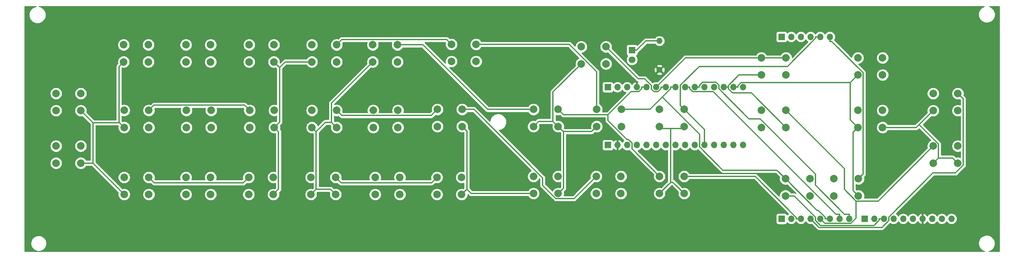
<source format=gbr>
G04 #@! TF.GenerationSoftware,KiCad,Pcbnew,(5.0.2)-1*
G04 #@! TF.CreationDate,2019-08-02T19:21:12-04:00*
G04 #@! TF.ProjectId,A-10C-UFC,412d3130-432d-4554-9643-2e6b69636164,1.2*
G04 #@! TF.SameCoordinates,Original*
G04 #@! TF.FileFunction,Copper,L2,Bot*
G04 #@! TF.FilePolarity,Positive*
%FSLAX46Y46*%
G04 Gerber Fmt 4.6, Leading zero omitted, Abs format (unit mm)*
G04 Created by KiCad (PCBNEW (5.0.2)-1) date 8/2/2019 7:21:12 PM*
%MOMM*%
%LPD*%
G01*
G04 APERTURE LIST*
G04 #@! TA.AperFunction,ComponentPad*
%ADD10C,2.000000*%
G04 #@! TD*
G04 #@! TA.AperFunction,ComponentPad*
%ADD11R,1.800000X1.800000*%
G04 #@! TD*
G04 #@! TA.AperFunction,ComponentPad*
%ADD12C,1.800000*%
G04 #@! TD*
G04 #@! TA.AperFunction,ComponentPad*
%ADD13R,1.700000X1.700000*%
G04 #@! TD*
G04 #@! TA.AperFunction,ComponentPad*
%ADD14O,1.700000X1.700000*%
G04 #@! TD*
G04 #@! TA.AperFunction,ComponentPad*
%ADD15C,1.600000*%
G04 #@! TD*
G04 #@! TA.AperFunction,ComponentPad*
%ADD16O,1.600000X1.600000*%
G04 #@! TD*
G04 #@! TA.AperFunction,Conductor*
%ADD17C,0.300000*%
G04 #@! TD*
G04 #@! TA.AperFunction,Conductor*
%ADD18C,0.254000*%
G04 #@! TD*
G04 APERTURE END LIST*
D10*
G04 #@! TO.P,SW24,1*
G04 #@! TO.N,/Row6*
X219479000Y-85471000D03*
G04 #@! TO.P,SW24,2*
G04 #@! TO.N,/Col4*
X219479000Y-89971000D03*
G04 #@! TO.P,SW24,1*
G04 #@! TO.N,/Row6*
X212979000Y-85471000D03*
G04 #@! TO.P,SW24,2*
G04 #@! TO.N,/Col4*
X212979000Y-89971000D03*
G04 #@! TD*
G04 #@! TO.P,SW22,2*
G04 #@! TO.N,/Col4*
X196342000Y-107624000D03*
G04 #@! TO.P,SW22,1*
G04 #@! TO.N,/Row4*
X196342000Y-103124000D03*
G04 #@! TO.P,SW22,2*
G04 #@! TO.N,/Col4*
X202842000Y-107624000D03*
G04 #@! TO.P,SW22,1*
G04 #@! TO.N,/Row4*
X202842000Y-103124000D03*
G04 #@! TD*
G04 #@! TO.P,SW12,1*
G04 #@! TO.N,/Row6*
X144549000Y-68453000D03*
G04 #@! TO.P,SW12,2*
G04 #@! TO.N,/Col2*
X144549000Y-72953000D03*
G04 #@! TO.P,SW12,1*
G04 #@! TO.N,/Row6*
X138049000Y-68453000D03*
G04 #@! TO.P,SW12,2*
G04 #@! TO.N,/Col2*
X138049000Y-72953000D03*
G04 #@! TD*
G04 #@! TO.P,SW25,1*
G04 #@! TO.N,/Row1*
X219352000Y-103124000D03*
G04 #@! TO.P,SW25,2*
G04 #@! TO.N,/Col5*
X219352000Y-107624000D03*
G04 #@! TO.P,SW25,1*
G04 #@! TO.N,/Row1*
X212852000Y-103124000D03*
G04 #@! TO.P,SW25,2*
G04 #@! TO.N,/Col5*
X212852000Y-107624000D03*
G04 #@! TD*
G04 #@! TO.P,SW31,2*
G04 #@! TO.N,/Col6*
X275336000Y-108259000D03*
G04 #@! TO.P,SW31,1*
G04 #@! TO.N,/Row1*
X275336000Y-103759000D03*
G04 #@! TO.P,SW31,2*
G04 #@! TO.N,/Col6*
X281836000Y-108259000D03*
G04 #@! TO.P,SW31,1*
G04 #@! TO.N,/Row1*
X281836000Y-103759000D03*
G04 #@! TD*
G04 #@! TO.P,SW23,1*
G04 #@! TO.N,/Row5*
X215415000Y-68961000D03*
G04 #@! TO.P,SW23,2*
G04 #@! TO.N,/Col4*
X215415000Y-73461000D03*
G04 #@! TO.P,SW23,1*
G04 #@! TO.N,/Row5*
X208915000Y-68961000D03*
G04 #@! TO.P,SW23,2*
G04 #@! TO.N,/Col4*
X208915000Y-73461000D03*
G04 #@! TD*
G04 #@! TO.P,SW32,2*
G04 #@! TO.N,/Col6*
X281686000Y-76382000D03*
G04 #@! TO.P,SW32,1*
G04 #@! TO.N,/Row2*
X281686000Y-71882000D03*
G04 #@! TO.P,SW32,2*
G04 #@! TO.N,/Col6*
X288186000Y-76382000D03*
G04 #@! TO.P,SW32,1*
G04 #@! TO.N,/Row2*
X288186000Y-71882000D03*
G04 #@! TD*
G04 #@! TO.P,SW14,1*
G04 #@! TO.N,/Row2*
X144295000Y-103378000D03*
G04 #@! TO.P,SW14,2*
G04 #@! TO.N,/Col3*
X144295000Y-107878000D03*
G04 #@! TO.P,SW14,1*
G04 #@! TO.N,/Row2*
X137795000Y-103378000D03*
G04 #@! TO.P,SW14,2*
G04 #@! TO.N,/Col3*
X137795000Y-107878000D03*
G04 #@! TD*
G04 #@! TO.P,SW16,1*
G04 #@! TO.N,/Row4*
X160678000Y-85725000D03*
G04 #@! TO.P,SW16,2*
G04 #@! TO.N,/Col3*
X160678000Y-90225000D03*
G04 #@! TO.P,SW16,1*
G04 #@! TO.N,/Row4*
X154178000Y-85725000D03*
G04 #@! TO.P,SW16,2*
G04 #@! TO.N,/Col3*
X154178000Y-90225000D03*
G04 #@! TD*
G04 #@! TO.P,SW2,1*
G04 #@! TO.N,/Row2*
X77239000Y-95123000D03*
G04 #@! TO.P,SW2,2*
G04 #@! TO.N,/Col1*
X77239000Y-99623000D03*
G04 #@! TO.P,SW2,1*
G04 #@! TO.N,/Row2*
X70739000Y-95123000D03*
G04 #@! TO.P,SW2,2*
G04 #@! TO.N,/Col1*
X70739000Y-99623000D03*
G04 #@! TD*
G04 #@! TO.P,SW35,1*
G04 #@! TO.N,/Row5*
X307998000Y-95123000D03*
G04 #@! TO.P,SW35,2*
G04 #@! TO.N,/Col6*
X307998000Y-99623000D03*
G04 #@! TO.P,SW35,1*
G04 #@! TO.N,/Row5*
X301498000Y-95123000D03*
G04 #@! TO.P,SW35,2*
G04 #@! TO.N,/Col6*
X301498000Y-99623000D03*
G04 #@! TD*
G04 #@! TO.P,SW17,2*
G04 #@! TO.N,/Col3*
X154686000Y-107878000D03*
G04 #@! TO.P,SW17,1*
G04 #@! TO.N,/Row5*
X154686000Y-103378000D03*
G04 #@! TO.P,SW17,2*
G04 #@! TO.N,/Col3*
X161186000Y-107878000D03*
G04 #@! TO.P,SW17,1*
G04 #@! TO.N,/Row5*
X161186000Y-103378000D03*
G04 #@! TD*
G04 #@! TO.P,SW15,1*
G04 #@! TO.N,/Row3*
X160551000Y-68453000D03*
G04 #@! TO.P,SW15,2*
G04 #@! TO.N,/Col3*
X160551000Y-72953000D03*
G04 #@! TO.P,SW15,1*
G04 #@! TO.N,/Row3*
X154051000Y-68453000D03*
G04 #@! TO.P,SW15,2*
G04 #@! TO.N,/Col3*
X154051000Y-72953000D03*
G04 #@! TD*
G04 #@! TO.P,SW8,2*
G04 #@! TO.N,/Col2*
X104902000Y-107878000D03*
G04 #@! TO.P,SW8,1*
G04 #@! TO.N,/Row2*
X104902000Y-103378000D03*
G04 #@! TO.P,SW8,2*
G04 #@! TO.N,/Col2*
X111402000Y-107878000D03*
G04 #@! TO.P,SW8,1*
G04 #@! TO.N,/Row2*
X111402000Y-103378000D03*
G04 #@! TD*
G04 #@! TO.P,SW29,2*
G04 #@! TO.N,/Col5*
X256286000Y-90225000D03*
G04 #@! TO.P,SW29,1*
G04 #@! TO.N,/Row5*
X256286000Y-85725000D03*
G04 #@! TO.P,SW29,2*
G04 #@! TO.N,/Col5*
X262786000Y-90225000D03*
G04 #@! TO.P,SW29,1*
G04 #@! TO.N,/Row5*
X262786000Y-85725000D03*
G04 #@! TD*
G04 #@! TO.P,SW11,1*
G04 #@! TO.N,/Row5*
X127912000Y-103378000D03*
G04 #@! TO.P,SW11,2*
G04 #@! TO.N,/Col2*
X127912000Y-107878000D03*
G04 #@! TO.P,SW11,1*
G04 #@! TO.N,/Row5*
X121412000Y-103378000D03*
G04 #@! TO.P,SW11,2*
G04 #@! TO.N,/Col2*
X121412000Y-107878000D03*
G04 #@! TD*
G04 #@! TO.P,SW3,1*
G04 #@! TO.N,/Row3*
X95019000Y-68453000D03*
G04 #@! TO.P,SW3,2*
G04 #@! TO.N,/Col1*
X95019000Y-72953000D03*
G04 #@! TO.P,SW3,1*
G04 #@! TO.N,/Row3*
X88519000Y-68453000D03*
G04 #@! TO.P,SW3,2*
G04 #@! TO.N,/Col1*
X88519000Y-72953000D03*
G04 #@! TD*
G04 #@! TO.P,SW6,2*
G04 #@! TO.N,/Col1*
X104902000Y-72953000D03*
G04 #@! TO.P,SW6,1*
G04 #@! TO.N,/Row6*
X104902000Y-68453000D03*
G04 #@! TO.P,SW6,2*
G04 #@! TO.N,/Col1*
X111402000Y-72953000D03*
G04 #@! TO.P,SW6,1*
G04 #@! TO.N,/Row6*
X111402000Y-68453000D03*
G04 #@! TD*
G04 #@! TO.P,SW18,2*
G04 #@! TO.N,/Col3*
X174752000Y-72826000D03*
G04 #@! TO.P,SW18,1*
G04 #@! TO.N,/Row6*
X174752000Y-68326000D03*
G04 #@! TO.P,SW18,2*
G04 #@! TO.N,/Col3*
X181252000Y-72826000D03*
G04 #@! TO.P,SW18,1*
G04 #@! TO.N,/Row6*
X181252000Y-68326000D03*
G04 #@! TD*
D11*
G04 #@! TO.P,D1,1*
G04 #@! TO.N,Net-(D1-Pad1)*
X222250000Y-69850000D03*
D12*
G04 #@! TO.P,D1,2*
G04 #@! TO.N,/MastCaut*
X222250000Y-72390000D03*
G04 #@! TD*
D10*
G04 #@! TO.P,SW19,2*
G04 #@! TO.N,/Col4*
X171069000Y-89971000D03*
G04 #@! TO.P,SW19,1*
G04 #@! TO.N,/Row1*
X171069000Y-85471000D03*
G04 #@! TO.P,SW19,2*
G04 #@! TO.N,/Col4*
X177569000Y-89971000D03*
G04 #@! TO.P,SW19,1*
G04 #@! TO.N,/Row1*
X177569000Y-85471000D03*
G04 #@! TD*
G04 #@! TO.P,SW33,2*
G04 #@! TO.N,/Col6*
X281686000Y-90225000D03*
G04 #@! TO.P,SW33,1*
G04 #@! TO.N,/Row3*
X281686000Y-85725000D03*
G04 #@! TO.P,SW33,2*
G04 #@! TO.N,/Col6*
X288186000Y-90225000D03*
G04 #@! TO.P,SW33,1*
G04 #@! TO.N,/Row3*
X288186000Y-85725000D03*
G04 #@! TD*
G04 #@! TO.P,SW20,2*
G04 #@! TO.N,/Col4*
X170942000Y-107878000D03*
G04 #@! TO.P,SW20,1*
G04 #@! TO.N,/Row2*
X170942000Y-103378000D03*
G04 #@! TO.P,SW20,2*
G04 #@! TO.N,/Col4*
X177442000Y-107878000D03*
G04 #@! TO.P,SW20,1*
G04 #@! TO.N,/Row2*
X177442000Y-103378000D03*
G04 #@! TD*
G04 #@! TO.P,SW7,2*
G04 #@! TO.N,/Col2*
X105029000Y-90225000D03*
G04 #@! TO.P,SW7,1*
G04 #@! TO.N,/Row1*
X105029000Y-85725000D03*
G04 #@! TO.P,SW7,2*
G04 #@! TO.N,/Col2*
X111529000Y-90225000D03*
G04 #@! TO.P,SW7,1*
G04 #@! TO.N,/Row1*
X111529000Y-85725000D03*
G04 #@! TD*
G04 #@! TO.P,SW30,2*
G04 #@! TO.N,/Col5*
X262636000Y-108259000D03*
G04 #@! TO.P,SW30,1*
G04 #@! TO.N,/Row6*
X262636000Y-103759000D03*
G04 #@! TO.P,SW30,2*
G04 #@! TO.N,/Col5*
X269136000Y-108259000D03*
G04 #@! TO.P,SW30,1*
G04 #@! TO.N,/Row6*
X269136000Y-103759000D03*
G04 #@! TD*
G04 #@! TO.P,SW13,1*
G04 #@! TO.N,/Row1*
X144549000Y-85725000D03*
G04 #@! TO.P,SW13,2*
G04 #@! TO.N,/Col3*
X144549000Y-90225000D03*
G04 #@! TO.P,SW13,1*
G04 #@! TO.N,/Row1*
X138049000Y-85725000D03*
G04 #@! TO.P,SW13,2*
G04 #@! TO.N,/Col3*
X138049000Y-90225000D03*
G04 #@! TD*
G04 #@! TO.P,SW10,2*
G04 #@! TO.N,/Col2*
X121666000Y-90225000D03*
G04 #@! TO.P,SW10,1*
G04 #@! TO.N,/Row4*
X121666000Y-85725000D03*
G04 #@! TO.P,SW10,2*
G04 #@! TO.N,/Col2*
X128166000Y-90225000D03*
G04 #@! TO.P,SW10,1*
G04 #@! TO.N,/Row4*
X128166000Y-85725000D03*
G04 #@! TD*
D13*
G04 #@! TO.P,J2,1*
G04 #@! TO.N,/Col3*
X283464000Y-114300000D03*
D14*
G04 #@! TO.P,J2,2*
G04 #@! TO.N,/Col4*
X286004000Y-114300000D03*
G04 #@! TO.P,J2,3*
G04 #@! TO.N,/Col5*
X288544000Y-114300000D03*
G04 #@! TO.P,J2,4*
G04 #@! TO.N,/Col6*
X291084000Y-114300000D03*
G04 #@! TO.P,J2,5*
G04 #@! TO.N,/MastCaut*
X293624000Y-114300000D03*
G04 #@! TO.P,J2,6*
G04 #@! TO.N,Net-(J2-Pad6)*
X296164000Y-114300000D03*
G04 #@! TO.P,J2,7*
G04 #@! TO.N,GND*
X298704000Y-114300000D03*
G04 #@! TO.P,J2,8*
G04 #@! TO.N,Net-(J2-Pad8)*
X301244000Y-114300000D03*
G04 #@! TO.P,J2,9*
G04 #@! TO.N,Net-(J2-Pad9)*
X303784000Y-114300000D03*
G04 #@! TO.P,J2,10*
G04 #@! TO.N,Net-(J2-Pad10)*
X306324000Y-114300000D03*
G04 #@! TD*
D10*
G04 #@! TO.P,SW27,1*
G04 #@! TO.N,/Row3*
X235989000Y-103124000D03*
G04 #@! TO.P,SW27,2*
G04 #@! TO.N,/Col5*
X235989000Y-107624000D03*
G04 #@! TO.P,SW27,1*
G04 #@! TO.N,/Row3*
X229489000Y-103124000D03*
G04 #@! TO.P,SW27,2*
G04 #@! TO.N,/Col5*
X229489000Y-107624000D03*
G04 #@! TD*
G04 #@! TO.P,SW9,2*
G04 #@! TO.N,/Col2*
X121539000Y-72953000D03*
G04 #@! TO.P,SW9,1*
G04 #@! TO.N,/Row3*
X121539000Y-68453000D03*
G04 #@! TO.P,SW9,2*
G04 #@! TO.N,/Col2*
X128039000Y-72953000D03*
G04 #@! TO.P,SW9,1*
G04 #@! TO.N,/Row3*
X128039000Y-68453000D03*
G04 #@! TD*
G04 #@! TO.P,SW34,1*
G04 #@! TO.N,/Row4*
X307998000Y-81280000D03*
G04 #@! TO.P,SW34,2*
G04 #@! TO.N,/Col6*
X307998000Y-85780000D03*
G04 #@! TO.P,SW34,1*
G04 #@! TO.N,/Row4*
X301498000Y-81280000D03*
G04 #@! TO.P,SW34,2*
G04 #@! TO.N,/Col6*
X301498000Y-85780000D03*
G04 #@! TD*
D13*
G04 #@! TO.P,J3,1*
G04 #@! TO.N,Net-(J3-Pad1)*
X261620000Y-66344800D03*
D14*
G04 #@! TO.P,J3,2*
G04 #@! TO.N,Net-(J3-Pad2)*
X264160000Y-66344800D03*
G04 #@! TO.P,J3,3*
G04 #@! TO.N,Net-(J3-Pad3)*
X266700000Y-66344800D03*
G04 #@! TO.P,J3,4*
G04 #@! TO.N,Net-(J3-Pad4)*
X269240000Y-66344800D03*
G04 #@! TO.P,J3,5*
G04 #@! TO.N,/Row2*
X271780000Y-66344800D03*
G04 #@! TO.P,J3,6*
G04 #@! TO.N,/Row1*
X274320000Y-66344800D03*
G04 #@! TD*
D15*
G04 #@! TO.P,R1,1*
G04 #@! TO.N,GND*
X229489000Y-75057000D03*
D16*
G04 #@! TO.P,R1,2*
G04 #@! TO.N,Net-(D1-Pad1)*
X229489000Y-67437000D03*
G04 #@! TD*
D10*
G04 #@! TO.P,SW5,2*
G04 #@! TO.N,/Col1*
X88646000Y-107878000D03*
G04 #@! TO.P,SW5,1*
G04 #@! TO.N,/Row5*
X88646000Y-103378000D03*
G04 #@! TO.P,SW5,2*
G04 #@! TO.N,/Col1*
X95146000Y-107878000D03*
G04 #@! TO.P,SW5,1*
G04 #@! TO.N,/Row5*
X95146000Y-103378000D03*
G04 #@! TD*
G04 #@! TO.P,SW28,2*
G04 #@! TO.N,/Col5*
X256286000Y-76382000D03*
G04 #@! TO.P,SW28,1*
G04 #@! TO.N,/Row4*
X256286000Y-71882000D03*
G04 #@! TO.P,SW28,2*
G04 #@! TO.N,/Col5*
X262786000Y-76382000D03*
G04 #@! TO.P,SW28,1*
G04 #@! TO.N,/Row4*
X262786000Y-71882000D03*
G04 #@! TD*
G04 #@! TO.P,SW21,2*
G04 #@! TO.N,/Col4*
X196342000Y-89971000D03*
G04 #@! TO.P,SW21,1*
G04 #@! TO.N,/Row3*
X196342000Y-85471000D03*
G04 #@! TO.P,SW21,2*
G04 #@! TO.N,/Col4*
X202842000Y-89971000D03*
G04 #@! TO.P,SW21,1*
G04 #@! TO.N,/Row3*
X202842000Y-85471000D03*
G04 #@! TD*
D13*
G04 #@! TO.P,J1,1*
G04 #@! TO.N,Net-(J1-Pad1)*
X261620000Y-114300000D03*
D14*
G04 #@! TO.P,J1,2*
G04 #@! TO.N,Net-(J1-Pad2)*
X264160000Y-114300000D03*
G04 #@! TO.P,J1,3*
G04 #@! TO.N,/Row3*
X266700000Y-114300000D03*
G04 #@! TO.P,J1,4*
G04 #@! TO.N,/Row4*
X269240000Y-114300000D03*
G04 #@! TO.P,J1,5*
G04 #@! TO.N,/Row5*
X271780000Y-114300000D03*
G04 #@! TO.P,J1,6*
G04 #@! TO.N,/Row6*
X274320000Y-114300000D03*
G04 #@! TO.P,J1,7*
G04 #@! TO.N,/Col1*
X276860000Y-114300000D03*
G04 #@! TO.P,J1,8*
G04 #@! TO.N,/Col2*
X279400000Y-114300000D03*
G04 #@! TD*
D10*
G04 #@! TO.P,SW1,1*
G04 #@! TO.N,/Row1*
X77239000Y-81280000D03*
G04 #@! TO.P,SW1,2*
G04 #@! TO.N,/Col1*
X77239000Y-85780000D03*
G04 #@! TO.P,SW1,1*
G04 #@! TO.N,/Row1*
X70739000Y-81280000D03*
G04 #@! TO.P,SW1,2*
G04 #@! TO.N,/Col1*
X70739000Y-85780000D03*
G04 #@! TD*
G04 #@! TO.P,SW4,1*
G04 #@! TO.N,/Row4*
X95146000Y-85725000D03*
G04 #@! TO.P,SW4,2*
G04 #@! TO.N,/Col1*
X95146000Y-90225000D03*
G04 #@! TO.P,SW4,1*
G04 #@! TO.N,/Row4*
X88646000Y-85725000D03*
G04 #@! TO.P,SW4,2*
G04 #@! TO.N,/Col1*
X88646000Y-90225000D03*
G04 #@! TD*
G04 #@! TO.P,SW26,1*
G04 #@! TO.N,/Row2*
X235989000Y-85471000D03*
G04 #@! TO.P,SW26,2*
G04 #@! TO.N,/Col5*
X235989000Y-89971000D03*
G04 #@! TO.P,SW26,1*
G04 #@! TO.N,/Row2*
X229489000Y-85471000D03*
G04 #@! TO.P,SW26,2*
G04 #@! TO.N,/Col5*
X229489000Y-89971000D03*
G04 #@! TD*
D14*
G04 #@! TO.P,J4,15*
G04 #@! TO.N,/MastCaut*
X251460000Y-79603600D03*
G04 #@! TO.P,J4,14*
G04 #@! TO.N,/Col6*
X248920000Y-79603600D03*
G04 #@! TO.P,J4,13*
G04 #@! TO.N,/Col5*
X246380000Y-79603600D03*
G04 #@! TO.P,J4,12*
G04 #@! TO.N,/Col4*
X243840000Y-79603600D03*
G04 #@! TO.P,J4,11*
G04 #@! TO.N,/Col3*
X241300000Y-79603600D03*
G04 #@! TO.P,J4,10*
G04 #@! TO.N,/Col2*
X238760000Y-79603600D03*
G04 #@! TO.P,J4,9*
G04 #@! TO.N,/Col1*
X236220000Y-79603600D03*
G04 #@! TO.P,J4,8*
G04 #@! TO.N,/Row6*
X233680000Y-79603600D03*
G04 #@! TO.P,J4,7*
G04 #@! TO.N,/Row5*
X231140000Y-79603600D03*
G04 #@! TO.P,J4,6*
G04 #@! TO.N,/Row4*
X228600000Y-79603600D03*
G04 #@! TO.P,J4,5*
G04 #@! TO.N,/Row3*
X226060000Y-79603600D03*
G04 #@! TO.P,J4,4*
G04 #@! TO.N,GND*
X223520000Y-79603600D03*
G04 #@! TO.P,J4,3*
G04 #@! TO.N,Net-(J4-Pad3)*
X220980000Y-79603600D03*
G04 #@! TO.P,J4,2*
G04 #@! TO.N,Net-(J4-Pad2)*
X218440000Y-79603600D03*
D13*
G04 #@! TO.P,J4,1*
G04 #@! TO.N,Net-(J4-Pad1)*
X215900000Y-79603600D03*
G04 #@! TD*
G04 #@! TO.P,J5,1*
G04 #@! TO.N,Net-(J5-Pad1)*
X215900000Y-94869000D03*
D14*
G04 #@! TO.P,J5,2*
G04 #@! TO.N,GND*
X218440000Y-94869000D03*
G04 #@! TO.P,J5,3*
G04 #@! TO.N,Net-(J5-Pad3)*
X220980000Y-94869000D03*
G04 #@! TO.P,J5,4*
G04 #@! TO.N,Net-(J5-Pad4)*
X223520000Y-94869000D03*
G04 #@! TO.P,J5,5*
G04 #@! TO.N,Net-(J5-Pad5)*
X226060000Y-94869000D03*
G04 #@! TO.P,J5,6*
G04 #@! TO.N,Net-(J5-Pad6)*
X228600000Y-94869000D03*
G04 #@! TO.P,J5,7*
G04 #@! TO.N,Net-(J5-Pad7)*
X231140000Y-94869000D03*
G04 #@! TO.P,J5,8*
G04 #@! TO.N,Net-(J5-Pad8)*
X233680000Y-94869000D03*
G04 #@! TO.P,J5,9*
G04 #@! TO.N,Net-(J5-Pad9)*
X236220000Y-94869000D03*
G04 #@! TO.P,J5,10*
G04 #@! TO.N,Net-(J5-Pad10)*
X238760000Y-94869000D03*
G04 #@! TO.P,J5,11*
G04 #@! TO.N,/Row2*
X241300000Y-94869000D03*
G04 #@! TO.P,J5,12*
G04 #@! TO.N,/Row1*
X243840000Y-94869000D03*
G04 #@! TO.P,J5,13*
G04 #@! TO.N,Net-(J5-Pad13)*
X246380000Y-94869000D03*
G04 #@! TO.P,J5,14*
G04 #@! TO.N,Net-(J5-Pad14)*
X248920000Y-94869000D03*
G04 #@! TO.P,J5,15*
G04 #@! TO.N,Net-(J5-Pad15)*
X251460000Y-94869000D03*
G04 #@! TD*
D17*
G04 #@! TO.N,Net-(D1-Pad1)*
X222250000Y-69850000D02*
X223500300Y-69850000D01*
X229489000Y-67437000D02*
X225913300Y-67437000D01*
X225913300Y-67437000D02*
X223500300Y-69850000D01*
G04 #@! TO.N,/Row1*
X212852000Y-103124000D02*
X206999100Y-108976900D01*
X206999100Y-108976900D02*
X202248400Y-108976900D01*
X202248400Y-108976900D02*
X198744100Y-105472600D01*
X198744100Y-105472600D02*
X198744100Y-103547900D01*
X198744100Y-103547900D02*
X180667200Y-85471000D01*
X180667200Y-85471000D02*
X177569000Y-85471000D01*
X274320000Y-66344800D02*
X274320000Y-67545100D01*
X281836000Y-103759000D02*
X283037900Y-102557100D01*
X283037900Y-102557100D02*
X283037900Y-75773900D01*
X283037900Y-75773900D02*
X274809100Y-67545100D01*
X274809100Y-67545100D02*
X274320000Y-67545100D01*
X171069000Y-85471000D02*
X169464600Y-87075400D01*
X169464600Y-87075400D02*
X145899400Y-87075400D01*
X145899400Y-87075400D02*
X144549000Y-85725000D01*
G04 #@! TO.N,/Row2*
X235989000Y-85471000D02*
X235015100Y-84497100D01*
X235015100Y-84497100D02*
X235015100Y-79080900D01*
X235015100Y-79080900D02*
X239964000Y-74132000D01*
X239964000Y-74132000D02*
X263165500Y-74132000D01*
X263165500Y-74132000D02*
X270579700Y-66717800D01*
X270579700Y-66717800D02*
X270579700Y-66344800D01*
X241300000Y-94869000D02*
X241300000Y-90782000D01*
X241300000Y-90782000D02*
X235989000Y-85471000D01*
X271780000Y-66344800D02*
X270579700Y-66344800D01*
X170942000Y-103378000D02*
X169539500Y-104780500D01*
X169539500Y-104780500D02*
X145697500Y-104780500D01*
X145697500Y-104780500D02*
X144295000Y-103378000D01*
G04 #@! TO.N,/Row3*
X196342000Y-85471000D02*
X184257400Y-85471000D01*
X184257400Y-85471000D02*
X167239400Y-68453000D01*
X167239400Y-68453000D02*
X160551000Y-68453000D01*
X266700000Y-114300000D02*
X265499700Y-114300000D01*
X235989000Y-103124000D02*
X254696700Y-103124000D01*
X254696700Y-103124000D02*
X265499700Y-113927000D01*
X265499700Y-113927000D02*
X265499700Y-114300000D01*
X215962600Y-86877200D02*
X215962600Y-88438100D01*
X215962600Y-88438100D02*
X220922600Y-93398100D01*
X220922600Y-93398100D02*
X221287600Y-93398100D01*
X221287600Y-93398100D02*
X222250000Y-94360500D01*
X222250000Y-94360500D02*
X222250000Y-95885000D01*
X222250000Y-95885000D02*
X229489000Y-103124000D01*
X224859700Y-79603600D02*
X224859700Y-79978800D01*
X224859700Y-79978800D02*
X224034600Y-80803900D01*
X224034600Y-80803900D02*
X222035900Y-80803900D01*
X222035900Y-80803900D02*
X215962600Y-86877200D01*
X202842000Y-85471000D02*
X204248200Y-86877200D01*
X204248200Y-86877200D02*
X215962600Y-86877200D01*
X226060000Y-79603600D02*
X224859700Y-79603600D01*
G04 #@! TO.N,/Row4*
X269240000Y-114300000D02*
X271488000Y-116548000D01*
X271488000Y-116548000D02*
X288024900Y-116548000D01*
X288024900Y-116548000D02*
X289814000Y-114758900D01*
X289814000Y-114758900D02*
X289814000Y-113840300D01*
X289814000Y-113840300D02*
X301464500Y-102189800D01*
X301464500Y-102189800D02*
X307377500Y-102189800D01*
X307377500Y-102189800D02*
X309397800Y-100169500D01*
X309397800Y-100169500D02*
X309397800Y-82679800D01*
X309397800Y-82679800D02*
X307998000Y-81280000D01*
X228600000Y-79603600D02*
X236321600Y-71882000D01*
X236321600Y-71882000D02*
X256286000Y-71882000D01*
X256286000Y-71882000D02*
X262786000Y-71882000D01*
X95146000Y-85725000D02*
X96500100Y-84370900D01*
X96500100Y-84370900D02*
X120311900Y-84370900D01*
X120311900Y-84370900D02*
X121666000Y-85725000D01*
G04 #@! TO.N,/Row5*
X281240900Y-109610000D02*
X278130000Y-106499100D01*
X278130000Y-106499100D02*
X278130000Y-101069000D01*
X278130000Y-101069000D02*
X262786000Y-85725000D01*
X301498000Y-95123000D02*
X287011000Y-109610000D01*
X287011000Y-109610000D02*
X281240900Y-109610000D01*
X281240900Y-109610000D02*
X281240900Y-114156800D01*
X281240900Y-114156800D02*
X279870900Y-115526800D01*
X279870900Y-115526800D02*
X273006800Y-115526800D01*
X273006800Y-115526800D02*
X271780000Y-114300000D01*
X231140000Y-79603600D02*
X229939700Y-79603600D01*
X229939700Y-79603600D02*
X229939700Y-79978700D01*
X229939700Y-79978700D02*
X229111600Y-80806800D01*
X229111600Y-80806800D02*
X228034500Y-80806800D01*
X228034500Y-80806800D02*
X227330000Y-80102300D01*
X227330000Y-80102300D02*
X227330000Y-79154400D01*
X227330000Y-79154400D02*
X225571900Y-77396300D01*
X225571900Y-77396300D02*
X223850300Y-77396300D01*
X223850300Y-77396300D02*
X215415000Y-68961000D01*
X95146000Y-103378000D02*
X96552200Y-104784200D01*
X96552200Y-104784200D02*
X120005800Y-104784200D01*
X120005800Y-104784200D02*
X121412000Y-103378000D01*
G04 #@! TO.N,/Row6*
X230243900Y-82242000D02*
X227014900Y-85471000D01*
X227014900Y-85471000D02*
X219479000Y-85471000D01*
X232479700Y-79603600D02*
X232479700Y-80006200D01*
X232479700Y-80006200D02*
X230243900Y-82242000D01*
X230243900Y-82242000D02*
X240030000Y-92028200D01*
X240030000Y-92028200D02*
X240030000Y-95349900D01*
X240030000Y-95349900D02*
X246170900Y-101490800D01*
X246170900Y-101490800D02*
X260367800Y-101490800D01*
X260367800Y-101490800D02*
X262636000Y-103759000D01*
X233680000Y-79603600D02*
X232479700Y-79603600D01*
X274320000Y-114300000D02*
X273119700Y-114300000D01*
X262636000Y-103759000D02*
X270952300Y-112075300D01*
X270952300Y-112075300D02*
X271282400Y-112075300D01*
X271282400Y-112075300D02*
X273119700Y-113912600D01*
X273119700Y-113912600D02*
X273119700Y-114300000D01*
X212979000Y-85471000D02*
X212979000Y-75568800D01*
X212979000Y-75568800D02*
X205736200Y-68326000D01*
X205736200Y-68326000D02*
X181252000Y-68326000D01*
X174752000Y-68326000D02*
X173489600Y-67063600D01*
X173489600Y-67063600D02*
X145938400Y-67063600D01*
X145938400Y-67063600D02*
X144549000Y-68453000D01*
G04 #@! TO.N,/Col1*
X80444200Y-88985200D02*
X77239000Y-85780000D01*
X80444000Y-99623000D02*
X80444000Y-88985400D01*
X80444000Y-88985400D02*
X80444200Y-88985200D01*
X80444200Y-88985200D02*
X87185000Y-88985200D01*
X87185000Y-88985200D02*
X87295600Y-88874600D01*
X87295600Y-88874600D02*
X88646000Y-90225000D01*
X88519000Y-72953000D02*
X87295600Y-74176400D01*
X87295600Y-74176400D02*
X87295600Y-88874600D01*
X276860000Y-114300000D02*
X276860000Y-113099700D01*
X236220000Y-79603600D02*
X237420300Y-79603600D01*
X237420300Y-79603600D02*
X237420300Y-79978800D01*
X237420300Y-79978800D02*
X238245400Y-80803900D01*
X238245400Y-80803900D02*
X243643400Y-80803900D01*
X243643400Y-80803900D02*
X275939200Y-113099700D01*
X275939200Y-113099700D02*
X276860000Y-113099700D01*
X88646000Y-107878000D02*
X80444000Y-99676000D01*
X80444000Y-99676000D02*
X80444000Y-99623000D01*
X80444000Y-99623000D02*
X77239000Y-99623000D01*
G04 #@! TO.N,/Col2*
X279400000Y-114300000D02*
X279400000Y-113099700D01*
X238760000Y-79603600D02*
X239960300Y-79603600D01*
X239960300Y-79603600D02*
X239960300Y-79228500D01*
X239960300Y-79228500D02*
X240833800Y-78355000D01*
X240833800Y-78355000D02*
X244345600Y-78355000D01*
X244345600Y-78355000D02*
X245110000Y-79119400D01*
X245110000Y-79119400D02*
X245110000Y-80038700D01*
X245110000Y-80038700D02*
X253046300Y-87975000D01*
X253046300Y-87975000D02*
X255950300Y-87975000D01*
X255950300Y-87975000D02*
X270535500Y-102560200D01*
X270535500Y-102560200D02*
X270535500Y-105435500D01*
X270535500Y-105435500D02*
X278199700Y-113099700D01*
X278199700Y-113099700D02*
X279400000Y-113099700D01*
X129543900Y-74457900D02*
X129543900Y-88847100D01*
X129543900Y-88847100D02*
X128166000Y-90225000D01*
X128039000Y-72953000D02*
X129543900Y-74457900D01*
X138049000Y-72953000D02*
X131048800Y-72953000D01*
X131048800Y-72953000D02*
X129543900Y-74457900D01*
X128166000Y-90225000D02*
X129262600Y-91321600D01*
X129262600Y-91321600D02*
X129262600Y-106527400D01*
X129262600Y-106527400D02*
X127912000Y-107878000D01*
G04 #@! TO.N,/Col3*
X139154600Y-106518400D02*
X137795000Y-107878000D01*
X139154600Y-91330600D02*
X139154600Y-106518400D01*
X139154600Y-106518400D02*
X142935400Y-106518400D01*
X142935400Y-106518400D02*
X144295000Y-107878000D01*
X143197900Y-88873900D02*
X144549000Y-90225000D01*
X154051000Y-72953000D02*
X143197900Y-83806100D01*
X143197900Y-83806100D02*
X143197900Y-88873900D01*
X143197900Y-88873900D02*
X141611300Y-88873900D01*
X141611300Y-88873900D02*
X139154600Y-91330600D01*
X138049000Y-90225000D02*
X139154600Y-91330600D01*
G04 #@! TO.N,/Col4*
X201490900Y-88619900D02*
X202842000Y-89971000D01*
X208915000Y-73461000D02*
X201490900Y-80885100D01*
X201490900Y-80885100D02*
X201490900Y-88619900D01*
X201490900Y-88619900D02*
X197693100Y-88619900D01*
X197693100Y-88619900D02*
X196342000Y-89971000D01*
X204226500Y-91301500D02*
X211648500Y-91301500D01*
X211648500Y-91301500D02*
X212979000Y-89971000D01*
X202842000Y-89971000D02*
X204172500Y-91301500D01*
X204172500Y-91301500D02*
X204226500Y-91301500D01*
X204226500Y-91301500D02*
X204226500Y-106239500D01*
X204226500Y-106239500D02*
X202842000Y-107624000D01*
X178807300Y-106512700D02*
X178807300Y-91209300D01*
X178807300Y-91209300D02*
X177569000Y-89971000D01*
X177442000Y-107878000D02*
X178807300Y-106512700D01*
X196342000Y-107624000D02*
X179918600Y-107624000D01*
X179918600Y-107624000D02*
X178807300Y-106512700D01*
G04 #@! TO.N,/Col5*
X288544000Y-114300000D02*
X287343700Y-114300000D01*
X262636000Y-108259000D02*
X264924300Y-108259000D01*
X264924300Y-108259000D02*
X270510000Y-113844700D01*
X270510000Y-113844700D02*
X270510000Y-114768700D01*
X270510000Y-114768700D02*
X271783700Y-116042400D01*
X271783700Y-116042400D02*
X285974300Y-116042400D01*
X285974300Y-116042400D02*
X287343700Y-114673000D01*
X287343700Y-114673000D02*
X287343700Y-114300000D01*
X262786000Y-90225000D02*
X253692700Y-81131700D01*
X253692700Y-81131700D02*
X248726300Y-81131700D01*
X248726300Y-81131700D02*
X247580300Y-79985700D01*
X247580300Y-79985700D02*
X247580300Y-79603600D01*
X246380000Y-79603600D02*
X247580300Y-79603600D01*
X247580300Y-79603600D02*
X247580300Y-79228500D01*
X247580300Y-79228500D02*
X250426800Y-76382000D01*
X250426800Y-76382000D02*
X256286000Y-76382000D01*
X232410000Y-104703000D02*
X229489000Y-107624000D01*
X232410000Y-90490500D02*
X232410000Y-104703000D01*
X232410000Y-104703000D02*
X233068000Y-104703000D01*
X233068000Y-104703000D02*
X235989000Y-107624000D01*
X232410000Y-90490500D02*
X230008500Y-90490500D01*
X230008500Y-90490500D02*
X229489000Y-89971000D01*
X235989000Y-89971000D02*
X235469500Y-90490500D01*
X235469500Y-90490500D02*
X232410000Y-90490500D01*
G04 #@! TO.N,/Col6*
X281836000Y-108259000D02*
X280460700Y-106883700D01*
X280460700Y-106883700D02*
X280460700Y-91450300D01*
X280460700Y-91450300D02*
X281686000Y-90225000D01*
X279664700Y-78403300D02*
X281686000Y-76382000D01*
X250120300Y-79603600D02*
X250120300Y-79228400D01*
X250120300Y-79228400D02*
X250945400Y-78403300D01*
X250945400Y-78403300D02*
X279664700Y-78403300D01*
X279664700Y-78403300D02*
X279664700Y-88203700D01*
X279664700Y-88203700D02*
X281686000Y-90225000D01*
X302849200Y-98271800D02*
X301498000Y-99623000D01*
X297783300Y-89494700D02*
X302849200Y-94560600D01*
X302849200Y-94560600D02*
X302849200Y-98271800D01*
X302849200Y-98271800D02*
X306646800Y-98271800D01*
X306646800Y-98271800D02*
X307998000Y-99623000D01*
X297783300Y-89494700D02*
X301498000Y-85780000D01*
X288186000Y-90225000D02*
X297053000Y-90225000D01*
X297053000Y-90225000D02*
X297783300Y-89494700D01*
X248920000Y-79603600D02*
X250120300Y-79603600D01*
G04 #@! TD*
D18*
G04 #@! TO.N,GND*
G36*
X65361701Y-58360365D02*
X64940056Y-58497366D01*
X64553052Y-58713655D01*
X64215428Y-59000995D01*
X63940046Y-59348441D01*
X63737395Y-59742758D01*
X63615192Y-60168928D01*
X63578094Y-60610717D01*
X63627514Y-61051298D01*
X63761567Y-61473889D01*
X63975150Y-61862394D01*
X64260126Y-62202015D01*
X64605641Y-62479816D01*
X64998534Y-62685216D01*
X65423840Y-62810390D01*
X65865359Y-62850572D01*
X66306274Y-62804230D01*
X66729791Y-62673129D01*
X67119778Y-62462264D01*
X67461380Y-62179666D01*
X67741586Y-61836099D01*
X67949724Y-61444650D01*
X68077864Y-61020228D01*
X68121127Y-60579000D01*
X68120241Y-60515572D01*
X68064676Y-60075724D01*
X67924735Y-59655046D01*
X67705748Y-59269561D01*
X67416058Y-58933952D01*
X67066699Y-58661002D01*
X66670976Y-58461108D01*
X66247961Y-58343000D01*
X314903094Y-58343000D01*
X314702128Y-58408298D01*
X314322176Y-58620646D01*
X313990705Y-58902750D01*
X313720341Y-59243864D01*
X313521382Y-59630996D01*
X313401406Y-60049400D01*
X313364984Y-60483139D01*
X313413503Y-60915692D01*
X313545114Y-61330582D01*
X313754805Y-61712008D01*
X314034588Y-62045441D01*
X314373806Y-62318179D01*
X314759540Y-62519836D01*
X315177096Y-62642729D01*
X315610570Y-62682179D01*
X316043451Y-62636681D01*
X316459250Y-62507970D01*
X316842130Y-62300947D01*
X317177508Y-62023498D01*
X317452608Y-61686192D01*
X317656953Y-61301876D01*
X317782759Y-60885188D01*
X317825233Y-60452000D01*
X317824363Y-60389728D01*
X317769810Y-59957895D01*
X317632419Y-59544883D01*
X317417424Y-59166422D01*
X317133012Y-58836928D01*
X316790019Y-58568952D01*
X316401507Y-58372701D01*
X316295131Y-58343000D01*
X318847000Y-58343000D01*
X318847001Y-122886000D01*
X316212147Y-122886000D01*
X316445850Y-122813657D01*
X316825133Y-122608579D01*
X317157361Y-122333736D01*
X317429877Y-121999599D01*
X317632302Y-121618892D01*
X317756926Y-121206119D01*
X317799001Y-120777000D01*
X317798140Y-120715313D01*
X317744099Y-120287537D01*
X317607998Y-119878404D01*
X317395022Y-119503498D01*
X317113283Y-119177099D01*
X316773511Y-118911641D01*
X316388649Y-118717233D01*
X315973356Y-118601281D01*
X315543450Y-118568202D01*
X315115307Y-118619255D01*
X314705234Y-118752495D01*
X314328850Y-118962849D01*
X314000493Y-119242303D01*
X313732668Y-119580213D01*
X313535579Y-119963709D01*
X313416730Y-120378182D01*
X313380650Y-120807846D01*
X313428713Y-121236336D01*
X313559088Y-121647329D01*
X313766809Y-122025172D01*
X314043964Y-122355472D01*
X314379996Y-122625649D01*
X314762106Y-122825412D01*
X314967967Y-122886000D01*
X62534000Y-122886000D01*
X62534000Y-120806319D01*
X64044399Y-120806319D01*
X64090082Y-121213594D01*
X64214002Y-121604240D01*
X64411439Y-121963376D01*
X64674872Y-122277323D01*
X64994267Y-122534124D01*
X65357459Y-122723996D01*
X65750614Y-122839708D01*
X66158757Y-122876852D01*
X66566341Y-122834013D01*
X66957842Y-122712823D01*
X67318348Y-122517898D01*
X67634127Y-122256663D01*
X67893151Y-121939069D01*
X68085554Y-121577211D01*
X68204008Y-121184873D01*
X68244000Y-120777000D01*
X68243181Y-120718367D01*
X68191816Y-120311770D01*
X68062454Y-119922893D01*
X67860022Y-119566548D01*
X67592231Y-119256309D01*
X67269281Y-119003993D01*
X66903474Y-118819210D01*
X66508741Y-118708999D01*
X66100120Y-118677558D01*
X65693174Y-118726083D01*
X65303403Y-118852727D01*
X64945654Y-119052666D01*
X64633553Y-119318285D01*
X64378989Y-119639465D01*
X64191657Y-120003974D01*
X64078692Y-120397927D01*
X64044399Y-120806319D01*
X62534000Y-120806319D01*
X62534000Y-99461967D01*
X69104000Y-99461967D01*
X69104000Y-99784033D01*
X69166832Y-100099912D01*
X69290082Y-100397463D01*
X69469013Y-100665252D01*
X69696748Y-100892987D01*
X69964537Y-101071918D01*
X70262088Y-101195168D01*
X70577967Y-101258000D01*
X70900033Y-101258000D01*
X71215912Y-101195168D01*
X71513463Y-101071918D01*
X71781252Y-100892987D01*
X72008987Y-100665252D01*
X72187918Y-100397463D01*
X72311168Y-100099912D01*
X72374000Y-99784033D01*
X72374000Y-99461967D01*
X72311168Y-99146088D01*
X72187918Y-98848537D01*
X72008987Y-98580748D01*
X71781252Y-98353013D01*
X71513463Y-98174082D01*
X71215912Y-98050832D01*
X70900033Y-97988000D01*
X70577967Y-97988000D01*
X70262088Y-98050832D01*
X69964537Y-98174082D01*
X69696748Y-98353013D01*
X69469013Y-98580748D01*
X69290082Y-98848537D01*
X69166832Y-99146088D01*
X69104000Y-99461967D01*
X62534000Y-99461967D01*
X62534000Y-94961967D01*
X69104000Y-94961967D01*
X69104000Y-95284033D01*
X69166832Y-95599912D01*
X69290082Y-95897463D01*
X69469013Y-96165252D01*
X69696748Y-96392987D01*
X69964537Y-96571918D01*
X70262088Y-96695168D01*
X70577967Y-96758000D01*
X70900033Y-96758000D01*
X71215912Y-96695168D01*
X71513463Y-96571918D01*
X71781252Y-96392987D01*
X72008987Y-96165252D01*
X72187918Y-95897463D01*
X72311168Y-95599912D01*
X72374000Y-95284033D01*
X72374000Y-94961967D01*
X75604000Y-94961967D01*
X75604000Y-95284033D01*
X75666832Y-95599912D01*
X75790082Y-95897463D01*
X75969013Y-96165252D01*
X76196748Y-96392987D01*
X76464537Y-96571918D01*
X76762088Y-96695168D01*
X77077967Y-96758000D01*
X77400033Y-96758000D01*
X77715912Y-96695168D01*
X78013463Y-96571918D01*
X78281252Y-96392987D01*
X78508987Y-96165252D01*
X78687918Y-95897463D01*
X78811168Y-95599912D01*
X78874000Y-95284033D01*
X78874000Y-94961967D01*
X78811168Y-94646088D01*
X78687918Y-94348537D01*
X78508987Y-94080748D01*
X78281252Y-93853013D01*
X78013463Y-93674082D01*
X77715912Y-93550832D01*
X77400033Y-93488000D01*
X77077967Y-93488000D01*
X76762088Y-93550832D01*
X76464537Y-93674082D01*
X76196748Y-93853013D01*
X75969013Y-94080748D01*
X75790082Y-94348537D01*
X75666832Y-94646088D01*
X75604000Y-94961967D01*
X72374000Y-94961967D01*
X72311168Y-94646088D01*
X72187918Y-94348537D01*
X72008987Y-94080748D01*
X71781252Y-93853013D01*
X71513463Y-93674082D01*
X71215912Y-93550832D01*
X70900033Y-93488000D01*
X70577967Y-93488000D01*
X70262088Y-93550832D01*
X69964537Y-93674082D01*
X69696748Y-93853013D01*
X69469013Y-94080748D01*
X69290082Y-94348537D01*
X69166832Y-94646088D01*
X69104000Y-94961967D01*
X62534000Y-94961967D01*
X62534000Y-85618967D01*
X69104000Y-85618967D01*
X69104000Y-85941033D01*
X69166832Y-86256912D01*
X69290082Y-86554463D01*
X69469013Y-86822252D01*
X69696748Y-87049987D01*
X69964537Y-87228918D01*
X70262088Y-87352168D01*
X70577967Y-87415000D01*
X70900033Y-87415000D01*
X71215912Y-87352168D01*
X71513463Y-87228918D01*
X71781252Y-87049987D01*
X72008987Y-86822252D01*
X72187918Y-86554463D01*
X72311168Y-86256912D01*
X72374000Y-85941033D01*
X72374000Y-85618967D01*
X75604000Y-85618967D01*
X75604000Y-85941033D01*
X75666832Y-86256912D01*
X75790082Y-86554463D01*
X75969013Y-86822252D01*
X76196748Y-87049987D01*
X76464537Y-87228918D01*
X76762088Y-87352168D01*
X77077967Y-87415000D01*
X77400033Y-87415000D01*
X77703483Y-87354640D01*
X79659001Y-89310159D01*
X79659000Y-98838000D01*
X78680877Y-98838000D01*
X78508987Y-98580748D01*
X78281252Y-98353013D01*
X78013463Y-98174082D01*
X77715912Y-98050832D01*
X77400033Y-97988000D01*
X77077967Y-97988000D01*
X76762088Y-98050832D01*
X76464537Y-98174082D01*
X76196748Y-98353013D01*
X75969013Y-98580748D01*
X75790082Y-98848537D01*
X75666832Y-99146088D01*
X75604000Y-99461967D01*
X75604000Y-99784033D01*
X75666832Y-100099912D01*
X75790082Y-100397463D01*
X75969013Y-100665252D01*
X76196748Y-100892987D01*
X76464537Y-101071918D01*
X76762088Y-101195168D01*
X77077967Y-101258000D01*
X77400033Y-101258000D01*
X77715912Y-101195168D01*
X78013463Y-101071918D01*
X78281252Y-100892987D01*
X78508987Y-100665252D01*
X78680877Y-100408000D01*
X80065843Y-100408000D01*
X87071360Y-107413517D01*
X87011000Y-107716967D01*
X87011000Y-108039033D01*
X87073832Y-108354912D01*
X87197082Y-108652463D01*
X87376013Y-108920252D01*
X87603748Y-109147987D01*
X87871537Y-109326918D01*
X88169088Y-109450168D01*
X88484967Y-109513000D01*
X88807033Y-109513000D01*
X89122912Y-109450168D01*
X89420463Y-109326918D01*
X89688252Y-109147987D01*
X89915987Y-108920252D01*
X90094918Y-108652463D01*
X90218168Y-108354912D01*
X90281000Y-108039033D01*
X90281000Y-107716967D01*
X93511000Y-107716967D01*
X93511000Y-108039033D01*
X93573832Y-108354912D01*
X93697082Y-108652463D01*
X93876013Y-108920252D01*
X94103748Y-109147987D01*
X94371537Y-109326918D01*
X94669088Y-109450168D01*
X94984967Y-109513000D01*
X95307033Y-109513000D01*
X95622912Y-109450168D01*
X95920463Y-109326918D01*
X96188252Y-109147987D01*
X96415987Y-108920252D01*
X96594918Y-108652463D01*
X96718168Y-108354912D01*
X96781000Y-108039033D01*
X96781000Y-107716967D01*
X103267000Y-107716967D01*
X103267000Y-108039033D01*
X103329832Y-108354912D01*
X103453082Y-108652463D01*
X103632013Y-108920252D01*
X103859748Y-109147987D01*
X104127537Y-109326918D01*
X104425088Y-109450168D01*
X104740967Y-109513000D01*
X105063033Y-109513000D01*
X105378912Y-109450168D01*
X105676463Y-109326918D01*
X105944252Y-109147987D01*
X106171987Y-108920252D01*
X106350918Y-108652463D01*
X106474168Y-108354912D01*
X106537000Y-108039033D01*
X106537000Y-107716967D01*
X109767000Y-107716967D01*
X109767000Y-108039033D01*
X109829832Y-108354912D01*
X109953082Y-108652463D01*
X110132013Y-108920252D01*
X110359748Y-109147987D01*
X110627537Y-109326918D01*
X110925088Y-109450168D01*
X111240967Y-109513000D01*
X111563033Y-109513000D01*
X111878912Y-109450168D01*
X112176463Y-109326918D01*
X112444252Y-109147987D01*
X112671987Y-108920252D01*
X112850918Y-108652463D01*
X112974168Y-108354912D01*
X113037000Y-108039033D01*
X113037000Y-107716967D01*
X119777000Y-107716967D01*
X119777000Y-108039033D01*
X119839832Y-108354912D01*
X119963082Y-108652463D01*
X120142013Y-108920252D01*
X120369748Y-109147987D01*
X120637537Y-109326918D01*
X120935088Y-109450168D01*
X121250967Y-109513000D01*
X121573033Y-109513000D01*
X121888912Y-109450168D01*
X122186463Y-109326918D01*
X122454252Y-109147987D01*
X122681987Y-108920252D01*
X122860918Y-108652463D01*
X122984168Y-108354912D01*
X123047000Y-108039033D01*
X123047000Y-107716967D01*
X122984168Y-107401088D01*
X122860918Y-107103537D01*
X122681987Y-106835748D01*
X122454252Y-106608013D01*
X122186463Y-106429082D01*
X121888912Y-106305832D01*
X121573033Y-106243000D01*
X121250967Y-106243000D01*
X120935088Y-106305832D01*
X120637537Y-106429082D01*
X120369748Y-106608013D01*
X120142013Y-106835748D01*
X119963082Y-107103537D01*
X119839832Y-107401088D01*
X119777000Y-107716967D01*
X113037000Y-107716967D01*
X112974168Y-107401088D01*
X112850918Y-107103537D01*
X112671987Y-106835748D01*
X112444252Y-106608013D01*
X112176463Y-106429082D01*
X111878912Y-106305832D01*
X111563033Y-106243000D01*
X111240967Y-106243000D01*
X110925088Y-106305832D01*
X110627537Y-106429082D01*
X110359748Y-106608013D01*
X110132013Y-106835748D01*
X109953082Y-107103537D01*
X109829832Y-107401088D01*
X109767000Y-107716967D01*
X106537000Y-107716967D01*
X106474168Y-107401088D01*
X106350918Y-107103537D01*
X106171987Y-106835748D01*
X105944252Y-106608013D01*
X105676463Y-106429082D01*
X105378912Y-106305832D01*
X105063033Y-106243000D01*
X104740967Y-106243000D01*
X104425088Y-106305832D01*
X104127537Y-106429082D01*
X103859748Y-106608013D01*
X103632013Y-106835748D01*
X103453082Y-107103537D01*
X103329832Y-107401088D01*
X103267000Y-107716967D01*
X96781000Y-107716967D01*
X96718168Y-107401088D01*
X96594918Y-107103537D01*
X96415987Y-106835748D01*
X96188252Y-106608013D01*
X95920463Y-106429082D01*
X95622912Y-106305832D01*
X95307033Y-106243000D01*
X94984967Y-106243000D01*
X94669088Y-106305832D01*
X94371537Y-106429082D01*
X94103748Y-106608013D01*
X93876013Y-106835748D01*
X93697082Y-107103537D01*
X93573832Y-107401088D01*
X93511000Y-107716967D01*
X90281000Y-107716967D01*
X90218168Y-107401088D01*
X90094918Y-107103537D01*
X89915987Y-106835748D01*
X89688252Y-106608013D01*
X89420463Y-106429082D01*
X89122912Y-106305832D01*
X88807033Y-106243000D01*
X88484967Y-106243000D01*
X88181517Y-106303360D01*
X85095124Y-103216967D01*
X87011000Y-103216967D01*
X87011000Y-103539033D01*
X87073832Y-103854912D01*
X87197082Y-104152463D01*
X87376013Y-104420252D01*
X87603748Y-104647987D01*
X87871537Y-104826918D01*
X88169088Y-104950168D01*
X88484967Y-105013000D01*
X88807033Y-105013000D01*
X89122912Y-104950168D01*
X89420463Y-104826918D01*
X89688252Y-104647987D01*
X89915987Y-104420252D01*
X90094918Y-104152463D01*
X90218168Y-103854912D01*
X90281000Y-103539033D01*
X90281000Y-103216967D01*
X93511000Y-103216967D01*
X93511000Y-103539033D01*
X93573832Y-103854912D01*
X93697082Y-104152463D01*
X93876013Y-104420252D01*
X94103748Y-104647987D01*
X94371537Y-104826918D01*
X94669088Y-104950168D01*
X94984967Y-105013000D01*
X95307033Y-105013000D01*
X95610483Y-104952640D01*
X95969858Y-105312016D01*
X95994436Y-105341964D01*
X96024384Y-105366542D01*
X96024387Y-105366545D01*
X96053759Y-105390650D01*
X96113967Y-105440062D01*
X96250340Y-105512954D01*
X96398312Y-105557841D01*
X96412690Y-105559257D01*
X96513639Y-105569200D01*
X96513646Y-105569200D01*
X96552199Y-105572997D01*
X96590752Y-105569200D01*
X119967247Y-105569200D01*
X120005800Y-105572997D01*
X120044353Y-105569200D01*
X120044361Y-105569200D01*
X120159687Y-105557841D01*
X120307660Y-105512954D01*
X120444033Y-105440062D01*
X120563564Y-105341964D01*
X120588147Y-105312010D01*
X120947517Y-104952640D01*
X121250967Y-105013000D01*
X121573033Y-105013000D01*
X121888912Y-104950168D01*
X122186463Y-104826918D01*
X122454252Y-104647987D01*
X122681987Y-104420252D01*
X122860918Y-104152463D01*
X122984168Y-103854912D01*
X123047000Y-103539033D01*
X123047000Y-103216967D01*
X126277000Y-103216967D01*
X126277000Y-103539033D01*
X126339832Y-103854912D01*
X126463082Y-104152463D01*
X126642013Y-104420252D01*
X126869748Y-104647987D01*
X127137537Y-104826918D01*
X127435088Y-104950168D01*
X127750967Y-105013000D01*
X128073033Y-105013000D01*
X128388912Y-104950168D01*
X128477601Y-104913432D01*
X128477601Y-106202242D01*
X128376483Y-106303360D01*
X128073033Y-106243000D01*
X127750967Y-106243000D01*
X127435088Y-106305832D01*
X127137537Y-106429082D01*
X126869748Y-106608013D01*
X126642013Y-106835748D01*
X126463082Y-107103537D01*
X126339832Y-107401088D01*
X126277000Y-107716967D01*
X126277000Y-108039033D01*
X126339832Y-108354912D01*
X126463082Y-108652463D01*
X126642013Y-108920252D01*
X126869748Y-109147987D01*
X127137537Y-109326918D01*
X127435088Y-109450168D01*
X127750967Y-109513000D01*
X128073033Y-109513000D01*
X128388912Y-109450168D01*
X128686463Y-109326918D01*
X128954252Y-109147987D01*
X129181987Y-108920252D01*
X129360918Y-108652463D01*
X129484168Y-108354912D01*
X129547000Y-108039033D01*
X129547000Y-107716967D01*
X129486640Y-107413517D01*
X129790410Y-107109747D01*
X129820364Y-107085164D01*
X129918462Y-106965633D01*
X129991354Y-106829260D01*
X129995813Y-106814560D01*
X130036242Y-106681287D01*
X130046045Y-106581748D01*
X130047600Y-106565961D01*
X130047600Y-106565956D01*
X130051397Y-106527400D01*
X130047600Y-106488844D01*
X130047600Y-103216967D01*
X136160000Y-103216967D01*
X136160000Y-103539033D01*
X136222832Y-103854912D01*
X136346082Y-104152463D01*
X136525013Y-104420252D01*
X136752748Y-104647987D01*
X137020537Y-104826918D01*
X137318088Y-104950168D01*
X137633967Y-105013000D01*
X137956033Y-105013000D01*
X138271912Y-104950168D01*
X138369601Y-104909704D01*
X138369601Y-106193242D01*
X138259483Y-106303360D01*
X137956033Y-106243000D01*
X137633967Y-106243000D01*
X137318088Y-106305832D01*
X137020537Y-106429082D01*
X136752748Y-106608013D01*
X136525013Y-106835748D01*
X136346082Y-107103537D01*
X136222832Y-107401088D01*
X136160000Y-107716967D01*
X136160000Y-108039033D01*
X136222832Y-108354912D01*
X136346082Y-108652463D01*
X136525013Y-108920252D01*
X136752748Y-109147987D01*
X137020537Y-109326918D01*
X137318088Y-109450168D01*
X137633967Y-109513000D01*
X137956033Y-109513000D01*
X138271912Y-109450168D01*
X138569463Y-109326918D01*
X138837252Y-109147987D01*
X139064987Y-108920252D01*
X139243918Y-108652463D01*
X139367168Y-108354912D01*
X139430000Y-108039033D01*
X139430000Y-107716967D01*
X139369640Y-107413517D01*
X139479757Y-107303400D01*
X142610243Y-107303400D01*
X142720360Y-107413517D01*
X142660000Y-107716967D01*
X142660000Y-108039033D01*
X142722832Y-108354912D01*
X142846082Y-108652463D01*
X143025013Y-108920252D01*
X143252748Y-109147987D01*
X143520537Y-109326918D01*
X143818088Y-109450168D01*
X144133967Y-109513000D01*
X144456033Y-109513000D01*
X144771912Y-109450168D01*
X145069463Y-109326918D01*
X145337252Y-109147987D01*
X145564987Y-108920252D01*
X145743918Y-108652463D01*
X145867168Y-108354912D01*
X145930000Y-108039033D01*
X145930000Y-107716967D01*
X153051000Y-107716967D01*
X153051000Y-108039033D01*
X153113832Y-108354912D01*
X153237082Y-108652463D01*
X153416013Y-108920252D01*
X153643748Y-109147987D01*
X153911537Y-109326918D01*
X154209088Y-109450168D01*
X154524967Y-109513000D01*
X154847033Y-109513000D01*
X155162912Y-109450168D01*
X155460463Y-109326918D01*
X155728252Y-109147987D01*
X155955987Y-108920252D01*
X156134918Y-108652463D01*
X156258168Y-108354912D01*
X156321000Y-108039033D01*
X156321000Y-107716967D01*
X159551000Y-107716967D01*
X159551000Y-108039033D01*
X159613832Y-108354912D01*
X159737082Y-108652463D01*
X159916013Y-108920252D01*
X160143748Y-109147987D01*
X160411537Y-109326918D01*
X160709088Y-109450168D01*
X161024967Y-109513000D01*
X161347033Y-109513000D01*
X161662912Y-109450168D01*
X161960463Y-109326918D01*
X162228252Y-109147987D01*
X162455987Y-108920252D01*
X162634918Y-108652463D01*
X162758168Y-108354912D01*
X162821000Y-108039033D01*
X162821000Y-107716967D01*
X169307000Y-107716967D01*
X169307000Y-108039033D01*
X169369832Y-108354912D01*
X169493082Y-108652463D01*
X169672013Y-108920252D01*
X169899748Y-109147987D01*
X170167537Y-109326918D01*
X170465088Y-109450168D01*
X170780967Y-109513000D01*
X171103033Y-109513000D01*
X171418912Y-109450168D01*
X171716463Y-109326918D01*
X171984252Y-109147987D01*
X172211987Y-108920252D01*
X172390918Y-108652463D01*
X172514168Y-108354912D01*
X172577000Y-108039033D01*
X172577000Y-107716967D01*
X172514168Y-107401088D01*
X172390918Y-107103537D01*
X172211987Y-106835748D01*
X171984252Y-106608013D01*
X171716463Y-106429082D01*
X171418912Y-106305832D01*
X171103033Y-106243000D01*
X170780967Y-106243000D01*
X170465088Y-106305832D01*
X170167537Y-106429082D01*
X169899748Y-106608013D01*
X169672013Y-106835748D01*
X169493082Y-107103537D01*
X169369832Y-107401088D01*
X169307000Y-107716967D01*
X162821000Y-107716967D01*
X162758168Y-107401088D01*
X162634918Y-107103537D01*
X162455987Y-106835748D01*
X162228252Y-106608013D01*
X161960463Y-106429082D01*
X161662912Y-106305832D01*
X161347033Y-106243000D01*
X161024967Y-106243000D01*
X160709088Y-106305832D01*
X160411537Y-106429082D01*
X160143748Y-106608013D01*
X159916013Y-106835748D01*
X159737082Y-107103537D01*
X159613832Y-107401088D01*
X159551000Y-107716967D01*
X156321000Y-107716967D01*
X156258168Y-107401088D01*
X156134918Y-107103537D01*
X155955987Y-106835748D01*
X155728252Y-106608013D01*
X155460463Y-106429082D01*
X155162912Y-106305832D01*
X154847033Y-106243000D01*
X154524967Y-106243000D01*
X154209088Y-106305832D01*
X153911537Y-106429082D01*
X153643748Y-106608013D01*
X153416013Y-106835748D01*
X153237082Y-107103537D01*
X153113832Y-107401088D01*
X153051000Y-107716967D01*
X145930000Y-107716967D01*
X145867168Y-107401088D01*
X145743918Y-107103537D01*
X145564987Y-106835748D01*
X145337252Y-106608013D01*
X145069463Y-106429082D01*
X144771912Y-106305832D01*
X144456033Y-106243000D01*
X144133967Y-106243000D01*
X143830517Y-106303360D01*
X143517747Y-105990590D01*
X143493164Y-105960636D01*
X143373633Y-105862538D01*
X143237260Y-105789646D01*
X143089287Y-105744759D01*
X142973961Y-105733400D01*
X142973953Y-105733400D01*
X142935400Y-105729603D01*
X142896847Y-105733400D01*
X139939600Y-105733400D01*
X139939600Y-103216967D01*
X142660000Y-103216967D01*
X142660000Y-103539033D01*
X142722832Y-103854912D01*
X142846082Y-104152463D01*
X143025013Y-104420252D01*
X143252748Y-104647987D01*
X143520537Y-104826918D01*
X143818088Y-104950168D01*
X144133967Y-105013000D01*
X144456033Y-105013000D01*
X144759483Y-104952640D01*
X145115153Y-105308310D01*
X145139736Y-105338264D01*
X145259267Y-105436362D01*
X145362982Y-105491798D01*
X145395640Y-105509254D01*
X145543613Y-105554142D01*
X145618526Y-105561520D01*
X145658939Y-105565500D01*
X145658944Y-105565500D01*
X145697500Y-105569297D01*
X145736056Y-105565500D01*
X169500947Y-105565500D01*
X169539500Y-105569297D01*
X169578053Y-105565500D01*
X169578061Y-105565500D01*
X169693387Y-105554141D01*
X169841360Y-105509254D01*
X169977733Y-105436362D01*
X170097264Y-105338264D01*
X170121847Y-105308310D01*
X170477517Y-104952640D01*
X170780967Y-105013000D01*
X171103033Y-105013000D01*
X171418912Y-104950168D01*
X171716463Y-104826918D01*
X171984252Y-104647987D01*
X172211987Y-104420252D01*
X172390918Y-104152463D01*
X172514168Y-103854912D01*
X172577000Y-103539033D01*
X172577000Y-103216967D01*
X175807000Y-103216967D01*
X175807000Y-103539033D01*
X175869832Y-103854912D01*
X175993082Y-104152463D01*
X176172013Y-104420252D01*
X176399748Y-104647987D01*
X176667537Y-104826918D01*
X176965088Y-104950168D01*
X177280967Y-105013000D01*
X177603033Y-105013000D01*
X177918912Y-104950168D01*
X178022300Y-104907343D01*
X178022300Y-106187543D01*
X177906483Y-106303360D01*
X177603033Y-106243000D01*
X177280967Y-106243000D01*
X176965088Y-106305832D01*
X176667537Y-106429082D01*
X176399748Y-106608013D01*
X176172013Y-106835748D01*
X175993082Y-107103537D01*
X175869832Y-107401088D01*
X175807000Y-107716967D01*
X175807000Y-108039033D01*
X175869832Y-108354912D01*
X175993082Y-108652463D01*
X176172013Y-108920252D01*
X176399748Y-109147987D01*
X176667537Y-109326918D01*
X176965088Y-109450168D01*
X177280967Y-109513000D01*
X177603033Y-109513000D01*
X177918912Y-109450168D01*
X178216463Y-109326918D01*
X178484252Y-109147987D01*
X178711987Y-108920252D01*
X178890918Y-108652463D01*
X179014168Y-108354912D01*
X179077000Y-108039033D01*
X179077000Y-107892557D01*
X179336253Y-108151810D01*
X179360836Y-108181764D01*
X179480367Y-108279862D01*
X179616740Y-108352754D01*
X179764713Y-108397642D01*
X179839626Y-108405020D01*
X179880039Y-108409000D01*
X179880044Y-108409000D01*
X179918600Y-108412797D01*
X179957156Y-108409000D01*
X194900123Y-108409000D01*
X195072013Y-108666252D01*
X195299748Y-108893987D01*
X195567537Y-109072918D01*
X195865088Y-109196168D01*
X196180967Y-109259000D01*
X196503033Y-109259000D01*
X196818912Y-109196168D01*
X197116463Y-109072918D01*
X197384252Y-108893987D01*
X197611987Y-108666252D01*
X197790918Y-108398463D01*
X197914168Y-108100912D01*
X197977000Y-107785033D01*
X197977000Y-107462967D01*
X197914168Y-107147088D01*
X197790918Y-106849537D01*
X197611987Y-106581748D01*
X197384252Y-106354013D01*
X197116463Y-106175082D01*
X196818912Y-106051832D01*
X196503033Y-105989000D01*
X196180967Y-105989000D01*
X195865088Y-106051832D01*
X195567537Y-106175082D01*
X195299748Y-106354013D01*
X195072013Y-106581748D01*
X194900123Y-106839000D01*
X180243757Y-106839000D01*
X179592300Y-106187543D01*
X179592300Y-91247856D01*
X179596097Y-91209300D01*
X179592300Y-91170744D01*
X179592300Y-91170739D01*
X179583743Y-91083859D01*
X179580942Y-91055413D01*
X179536054Y-90907440D01*
X179512443Y-90863267D01*
X179463162Y-90771067D01*
X179365064Y-90651536D01*
X179335110Y-90626953D01*
X179143640Y-90435483D01*
X179204000Y-90132033D01*
X179204000Y-89809967D01*
X179141168Y-89494088D01*
X179017918Y-89196537D01*
X178838987Y-88928748D01*
X178611252Y-88701013D01*
X178343463Y-88522082D01*
X178045912Y-88398832D01*
X177730033Y-88336000D01*
X177407967Y-88336000D01*
X177092088Y-88398832D01*
X176794537Y-88522082D01*
X176526748Y-88701013D01*
X176299013Y-88928748D01*
X176120082Y-89196537D01*
X175996832Y-89494088D01*
X175934000Y-89809967D01*
X175934000Y-90132033D01*
X175996832Y-90447912D01*
X176120082Y-90745463D01*
X176299013Y-91013252D01*
X176526748Y-91240987D01*
X176794537Y-91419918D01*
X177092088Y-91543168D01*
X177407967Y-91606000D01*
X177730033Y-91606000D01*
X178022301Y-91547865D01*
X178022300Y-101848657D01*
X177918912Y-101805832D01*
X177603033Y-101743000D01*
X177280967Y-101743000D01*
X176965088Y-101805832D01*
X176667537Y-101929082D01*
X176399748Y-102108013D01*
X176172013Y-102335748D01*
X175993082Y-102603537D01*
X175869832Y-102901088D01*
X175807000Y-103216967D01*
X172577000Y-103216967D01*
X172514168Y-102901088D01*
X172390918Y-102603537D01*
X172211987Y-102335748D01*
X171984252Y-102108013D01*
X171716463Y-101929082D01*
X171418912Y-101805832D01*
X171103033Y-101743000D01*
X170780967Y-101743000D01*
X170465088Y-101805832D01*
X170167537Y-101929082D01*
X169899748Y-102108013D01*
X169672013Y-102335748D01*
X169493082Y-102603537D01*
X169369832Y-102901088D01*
X169307000Y-103216967D01*
X169307000Y-103539033D01*
X169367360Y-103842483D01*
X169214343Y-103995500D01*
X162699934Y-103995500D01*
X162758168Y-103854912D01*
X162821000Y-103539033D01*
X162821000Y-103216967D01*
X162758168Y-102901088D01*
X162634918Y-102603537D01*
X162455987Y-102335748D01*
X162228252Y-102108013D01*
X161960463Y-101929082D01*
X161662912Y-101805832D01*
X161347033Y-101743000D01*
X161024967Y-101743000D01*
X160709088Y-101805832D01*
X160411537Y-101929082D01*
X160143748Y-102108013D01*
X159916013Y-102335748D01*
X159737082Y-102603537D01*
X159613832Y-102901088D01*
X159551000Y-103216967D01*
X159551000Y-103539033D01*
X159613832Y-103854912D01*
X159672066Y-103995500D01*
X156199934Y-103995500D01*
X156258168Y-103854912D01*
X156321000Y-103539033D01*
X156321000Y-103216967D01*
X156258168Y-102901088D01*
X156134918Y-102603537D01*
X155955987Y-102335748D01*
X155728252Y-102108013D01*
X155460463Y-101929082D01*
X155162912Y-101805832D01*
X154847033Y-101743000D01*
X154524967Y-101743000D01*
X154209088Y-101805832D01*
X153911537Y-101929082D01*
X153643748Y-102108013D01*
X153416013Y-102335748D01*
X153237082Y-102603537D01*
X153113832Y-102901088D01*
X153051000Y-103216967D01*
X153051000Y-103539033D01*
X153113832Y-103854912D01*
X153172066Y-103995500D01*
X146022657Y-103995500D01*
X145869640Y-103842483D01*
X145930000Y-103539033D01*
X145930000Y-103216967D01*
X145867168Y-102901088D01*
X145743918Y-102603537D01*
X145564987Y-102335748D01*
X145337252Y-102108013D01*
X145069463Y-101929082D01*
X144771912Y-101805832D01*
X144456033Y-101743000D01*
X144133967Y-101743000D01*
X143818088Y-101805832D01*
X143520537Y-101929082D01*
X143252748Y-102108013D01*
X143025013Y-102335748D01*
X142846082Y-102603537D01*
X142722832Y-102901088D01*
X142660000Y-103216967D01*
X139939600Y-103216967D01*
X139939600Y-91655757D01*
X141936458Y-89658900D01*
X142872743Y-89658900D01*
X142974360Y-89760517D01*
X142914000Y-90063967D01*
X142914000Y-90386033D01*
X142976832Y-90701912D01*
X143100082Y-90999463D01*
X143279013Y-91267252D01*
X143506748Y-91494987D01*
X143774537Y-91673918D01*
X144072088Y-91797168D01*
X144387967Y-91860000D01*
X144710033Y-91860000D01*
X145025912Y-91797168D01*
X145323463Y-91673918D01*
X145591252Y-91494987D01*
X145818987Y-91267252D01*
X145997918Y-90999463D01*
X146121168Y-90701912D01*
X146184000Y-90386033D01*
X146184000Y-90063967D01*
X152543000Y-90063967D01*
X152543000Y-90386033D01*
X152605832Y-90701912D01*
X152729082Y-90999463D01*
X152908013Y-91267252D01*
X153135748Y-91494987D01*
X153403537Y-91673918D01*
X153701088Y-91797168D01*
X154016967Y-91860000D01*
X154339033Y-91860000D01*
X154654912Y-91797168D01*
X154952463Y-91673918D01*
X155220252Y-91494987D01*
X155447987Y-91267252D01*
X155626918Y-90999463D01*
X155750168Y-90701912D01*
X155813000Y-90386033D01*
X155813000Y-90063967D01*
X159043000Y-90063967D01*
X159043000Y-90386033D01*
X159105832Y-90701912D01*
X159229082Y-90999463D01*
X159408013Y-91267252D01*
X159635748Y-91494987D01*
X159903537Y-91673918D01*
X160201088Y-91797168D01*
X160516967Y-91860000D01*
X160839033Y-91860000D01*
X161154912Y-91797168D01*
X161452463Y-91673918D01*
X161720252Y-91494987D01*
X161947987Y-91267252D01*
X162126918Y-90999463D01*
X162250168Y-90701912D01*
X162313000Y-90386033D01*
X162313000Y-90063967D01*
X162262477Y-89809967D01*
X169434000Y-89809967D01*
X169434000Y-90132033D01*
X169496832Y-90447912D01*
X169620082Y-90745463D01*
X169799013Y-91013252D01*
X170026748Y-91240987D01*
X170294537Y-91419918D01*
X170592088Y-91543168D01*
X170907967Y-91606000D01*
X171230033Y-91606000D01*
X171545912Y-91543168D01*
X171843463Y-91419918D01*
X172111252Y-91240987D01*
X172338987Y-91013252D01*
X172517918Y-90745463D01*
X172641168Y-90447912D01*
X172704000Y-90132033D01*
X172704000Y-89809967D01*
X172641168Y-89494088D01*
X172517918Y-89196537D01*
X172338987Y-88928748D01*
X172111252Y-88701013D01*
X171843463Y-88522082D01*
X171545912Y-88398832D01*
X171230033Y-88336000D01*
X170907967Y-88336000D01*
X170592088Y-88398832D01*
X170294537Y-88522082D01*
X170026748Y-88701013D01*
X169799013Y-88928748D01*
X169620082Y-89196537D01*
X169496832Y-89494088D01*
X169434000Y-89809967D01*
X162262477Y-89809967D01*
X162250168Y-89748088D01*
X162126918Y-89450537D01*
X161947987Y-89182748D01*
X161720252Y-88955013D01*
X161452463Y-88776082D01*
X161154912Y-88652832D01*
X160839033Y-88590000D01*
X160516967Y-88590000D01*
X160201088Y-88652832D01*
X159903537Y-88776082D01*
X159635748Y-88955013D01*
X159408013Y-89182748D01*
X159229082Y-89450537D01*
X159105832Y-89748088D01*
X159043000Y-90063967D01*
X155813000Y-90063967D01*
X155750168Y-89748088D01*
X155626918Y-89450537D01*
X155447987Y-89182748D01*
X155220252Y-88955013D01*
X154952463Y-88776082D01*
X154654912Y-88652832D01*
X154339033Y-88590000D01*
X154016967Y-88590000D01*
X153701088Y-88652832D01*
X153403537Y-88776082D01*
X153135748Y-88955013D01*
X152908013Y-89182748D01*
X152729082Y-89450537D01*
X152605832Y-89748088D01*
X152543000Y-90063967D01*
X146184000Y-90063967D01*
X146121168Y-89748088D01*
X145997918Y-89450537D01*
X145818987Y-89182748D01*
X145591252Y-88955013D01*
X145323463Y-88776082D01*
X145025912Y-88652832D01*
X144710033Y-88590000D01*
X144387967Y-88590000D01*
X144084517Y-88650360D01*
X143982900Y-88548743D01*
X143982900Y-87260225D01*
X144072088Y-87297168D01*
X144387967Y-87360000D01*
X144710033Y-87360000D01*
X145013483Y-87299640D01*
X145317058Y-87603216D01*
X145341636Y-87633164D01*
X145371584Y-87657742D01*
X145371587Y-87657745D01*
X145390346Y-87673140D01*
X145461167Y-87731262D01*
X145597540Y-87804154D01*
X145745513Y-87849041D01*
X145860839Y-87860400D01*
X145860847Y-87860400D01*
X145899400Y-87864197D01*
X145937953Y-87860400D01*
X169426047Y-87860400D01*
X169464600Y-87864197D01*
X169503153Y-87860400D01*
X169503161Y-87860400D01*
X169618487Y-87849041D01*
X169766460Y-87804154D01*
X169902833Y-87731262D01*
X170022364Y-87633164D01*
X170046947Y-87603210D01*
X170604517Y-87045640D01*
X170907967Y-87106000D01*
X171230033Y-87106000D01*
X171545912Y-87043168D01*
X171843463Y-86919918D01*
X172111252Y-86740987D01*
X172338987Y-86513252D01*
X172517918Y-86245463D01*
X172641168Y-85947912D01*
X172704000Y-85632033D01*
X172704000Y-85309967D01*
X175934000Y-85309967D01*
X175934000Y-85632033D01*
X175996832Y-85947912D01*
X176120082Y-86245463D01*
X176299013Y-86513252D01*
X176526748Y-86740987D01*
X176794537Y-86919918D01*
X177092088Y-87043168D01*
X177407967Y-87106000D01*
X177730033Y-87106000D01*
X178045912Y-87043168D01*
X178343463Y-86919918D01*
X178611252Y-86740987D01*
X178838987Y-86513252D01*
X179010877Y-86256000D01*
X180342043Y-86256000D01*
X195704424Y-101618382D01*
X195567537Y-101675082D01*
X195299748Y-101854013D01*
X195072013Y-102081748D01*
X194893082Y-102349537D01*
X194769832Y-102647088D01*
X194707000Y-102962967D01*
X194707000Y-103285033D01*
X194769832Y-103600912D01*
X194893082Y-103898463D01*
X195072013Y-104166252D01*
X195299748Y-104393987D01*
X195567537Y-104572918D01*
X195865088Y-104696168D01*
X196180967Y-104759000D01*
X196503033Y-104759000D01*
X196818912Y-104696168D01*
X197116463Y-104572918D01*
X197384252Y-104393987D01*
X197611987Y-104166252D01*
X197790918Y-103898463D01*
X197847618Y-103761576D01*
X197959101Y-103873059D01*
X197959100Y-105434047D01*
X197955303Y-105472600D01*
X197959100Y-105511153D01*
X197959100Y-105511160D01*
X197970459Y-105626486D01*
X198015346Y-105774459D01*
X198088238Y-105910832D01*
X198186336Y-106030364D01*
X198216290Y-106054947D01*
X201666053Y-109504710D01*
X201690636Y-109534664D01*
X201810167Y-109632762D01*
X201946540Y-109705654D01*
X202094513Y-109750542D01*
X202169426Y-109757920D01*
X202209839Y-109761900D01*
X202209844Y-109761900D01*
X202248400Y-109765697D01*
X202286956Y-109761900D01*
X206960547Y-109761900D01*
X206999100Y-109765697D01*
X207037653Y-109761900D01*
X207037661Y-109761900D01*
X207152987Y-109750541D01*
X207300960Y-109705654D01*
X207437333Y-109632762D01*
X207556864Y-109534664D01*
X207581447Y-109504710D01*
X209623190Y-107462967D01*
X211217000Y-107462967D01*
X211217000Y-107785033D01*
X211279832Y-108100912D01*
X211403082Y-108398463D01*
X211582013Y-108666252D01*
X211809748Y-108893987D01*
X212077537Y-109072918D01*
X212375088Y-109196168D01*
X212690967Y-109259000D01*
X213013033Y-109259000D01*
X213328912Y-109196168D01*
X213626463Y-109072918D01*
X213894252Y-108893987D01*
X214121987Y-108666252D01*
X214300918Y-108398463D01*
X214424168Y-108100912D01*
X214487000Y-107785033D01*
X214487000Y-107462967D01*
X217717000Y-107462967D01*
X217717000Y-107785033D01*
X217779832Y-108100912D01*
X217903082Y-108398463D01*
X218082013Y-108666252D01*
X218309748Y-108893987D01*
X218577537Y-109072918D01*
X218875088Y-109196168D01*
X219190967Y-109259000D01*
X219513033Y-109259000D01*
X219828912Y-109196168D01*
X220126463Y-109072918D01*
X220394252Y-108893987D01*
X220621987Y-108666252D01*
X220800918Y-108398463D01*
X220924168Y-108100912D01*
X220987000Y-107785033D01*
X220987000Y-107462967D01*
X220924168Y-107147088D01*
X220800918Y-106849537D01*
X220621987Y-106581748D01*
X220394252Y-106354013D01*
X220126463Y-106175082D01*
X219828912Y-106051832D01*
X219513033Y-105989000D01*
X219190967Y-105989000D01*
X218875088Y-106051832D01*
X218577537Y-106175082D01*
X218309748Y-106354013D01*
X218082013Y-106581748D01*
X217903082Y-106849537D01*
X217779832Y-107147088D01*
X217717000Y-107462967D01*
X214487000Y-107462967D01*
X214424168Y-107147088D01*
X214300918Y-106849537D01*
X214121987Y-106581748D01*
X213894252Y-106354013D01*
X213626463Y-106175082D01*
X213328912Y-106051832D01*
X213013033Y-105989000D01*
X212690967Y-105989000D01*
X212375088Y-106051832D01*
X212077537Y-106175082D01*
X211809748Y-106354013D01*
X211582013Y-106581748D01*
X211403082Y-106849537D01*
X211279832Y-107147088D01*
X211217000Y-107462967D01*
X209623190Y-107462967D01*
X212387517Y-104698640D01*
X212690967Y-104759000D01*
X213013033Y-104759000D01*
X213328912Y-104696168D01*
X213626463Y-104572918D01*
X213894252Y-104393987D01*
X214121987Y-104166252D01*
X214300918Y-103898463D01*
X214424168Y-103600912D01*
X214487000Y-103285033D01*
X214487000Y-102962967D01*
X217717000Y-102962967D01*
X217717000Y-103285033D01*
X217779832Y-103600912D01*
X217903082Y-103898463D01*
X218082013Y-104166252D01*
X218309748Y-104393987D01*
X218577537Y-104572918D01*
X218875088Y-104696168D01*
X219190967Y-104759000D01*
X219513033Y-104759000D01*
X219828912Y-104696168D01*
X220126463Y-104572918D01*
X220394252Y-104393987D01*
X220621987Y-104166252D01*
X220800918Y-103898463D01*
X220924168Y-103600912D01*
X220987000Y-103285033D01*
X220987000Y-102962967D01*
X220924168Y-102647088D01*
X220800918Y-102349537D01*
X220621987Y-102081748D01*
X220394252Y-101854013D01*
X220126463Y-101675082D01*
X219828912Y-101551832D01*
X219513033Y-101489000D01*
X219190967Y-101489000D01*
X218875088Y-101551832D01*
X218577537Y-101675082D01*
X218309748Y-101854013D01*
X218082013Y-102081748D01*
X217903082Y-102349537D01*
X217779832Y-102647088D01*
X217717000Y-102962967D01*
X214487000Y-102962967D01*
X214424168Y-102647088D01*
X214300918Y-102349537D01*
X214121987Y-102081748D01*
X213894252Y-101854013D01*
X213626463Y-101675082D01*
X213328912Y-101551832D01*
X213013033Y-101489000D01*
X212690967Y-101489000D01*
X212375088Y-101551832D01*
X212077537Y-101675082D01*
X211809748Y-101854013D01*
X211582013Y-102081748D01*
X211403082Y-102349537D01*
X211279832Y-102647088D01*
X211217000Y-102962967D01*
X211217000Y-103285033D01*
X211277360Y-103588483D01*
X206673943Y-108191900D01*
X204376479Y-108191900D01*
X204414168Y-108100912D01*
X204477000Y-107785033D01*
X204477000Y-107462967D01*
X204416640Y-107159517D01*
X204754310Y-106821847D01*
X204784264Y-106797264D01*
X204882362Y-106677733D01*
X204955254Y-106541360D01*
X204963948Y-106512700D01*
X205000142Y-106393387D01*
X205008765Y-106305832D01*
X205011500Y-106278061D01*
X205011500Y-106278056D01*
X205015297Y-106239500D01*
X205011500Y-106200944D01*
X205011500Y-94019000D01*
X214411928Y-94019000D01*
X214411928Y-95719000D01*
X214424188Y-95843482D01*
X214460498Y-95963180D01*
X214519463Y-96073494D01*
X214598815Y-96170185D01*
X214695506Y-96249537D01*
X214805820Y-96308502D01*
X214925518Y-96344812D01*
X215050000Y-96357072D01*
X216750000Y-96357072D01*
X216874482Y-96344812D01*
X216994180Y-96308502D01*
X217104494Y-96249537D01*
X217201185Y-96170185D01*
X217280537Y-96073494D01*
X217339502Y-95963180D01*
X217363966Y-95882534D01*
X217439731Y-95966588D01*
X217673080Y-96140641D01*
X217935901Y-96265825D01*
X218083110Y-96310476D01*
X218313000Y-96189155D01*
X218313000Y-94996000D01*
X218293000Y-94996000D01*
X218293000Y-94742000D01*
X218313000Y-94742000D01*
X218313000Y-93548845D01*
X218083110Y-93427524D01*
X217935901Y-93472175D01*
X217673080Y-93597359D01*
X217439731Y-93771412D01*
X217363966Y-93855466D01*
X217339502Y-93774820D01*
X217280537Y-93664506D01*
X217201185Y-93567815D01*
X217104494Y-93488463D01*
X216994180Y-93429498D01*
X216874482Y-93393188D01*
X216750000Y-93380928D01*
X215050000Y-93380928D01*
X214925518Y-93393188D01*
X214805820Y-93429498D01*
X214695506Y-93488463D01*
X214598815Y-93567815D01*
X214519463Y-93664506D01*
X214460498Y-93774820D01*
X214424188Y-93894518D01*
X214411928Y-94019000D01*
X205011500Y-94019000D01*
X205011500Y-92086500D01*
X211609947Y-92086500D01*
X211648500Y-92090297D01*
X211687053Y-92086500D01*
X211687061Y-92086500D01*
X211802387Y-92075141D01*
X211950360Y-92030254D01*
X212086733Y-91957362D01*
X212206264Y-91859264D01*
X212230847Y-91829310D01*
X212514517Y-91545640D01*
X212817967Y-91606000D01*
X213140033Y-91606000D01*
X213455912Y-91543168D01*
X213753463Y-91419918D01*
X214021252Y-91240987D01*
X214248987Y-91013252D01*
X214427918Y-90745463D01*
X214551168Y-90447912D01*
X214614000Y-90132033D01*
X214614000Y-89809967D01*
X214551168Y-89494088D01*
X214427918Y-89196537D01*
X214248987Y-88928748D01*
X214021252Y-88701013D01*
X213753463Y-88522082D01*
X213455912Y-88398832D01*
X213140033Y-88336000D01*
X212817967Y-88336000D01*
X212502088Y-88398832D01*
X212204537Y-88522082D01*
X211936748Y-88701013D01*
X211709013Y-88928748D01*
X211530082Y-89196537D01*
X211406832Y-89494088D01*
X211344000Y-89809967D01*
X211344000Y-90132033D01*
X211404360Y-90435483D01*
X211323343Y-90516500D01*
X204497658Y-90516500D01*
X204416640Y-90435483D01*
X204477000Y-90132033D01*
X204477000Y-89809967D01*
X204414168Y-89494088D01*
X204290918Y-89196537D01*
X204111987Y-88928748D01*
X203884252Y-88701013D01*
X203616463Y-88522082D01*
X203318912Y-88398832D01*
X203003033Y-88336000D01*
X202680967Y-88336000D01*
X202377517Y-88396360D01*
X202275900Y-88294743D01*
X202275900Y-87006225D01*
X202365088Y-87043168D01*
X202680967Y-87106000D01*
X203003033Y-87106000D01*
X203306483Y-87045640D01*
X203665858Y-87405016D01*
X203690436Y-87434964D01*
X203720384Y-87459542D01*
X203720387Y-87459545D01*
X203739153Y-87474946D01*
X203809967Y-87533062D01*
X203946340Y-87605954D01*
X204094312Y-87650841D01*
X204108690Y-87652257D01*
X204209639Y-87662200D01*
X204209646Y-87662200D01*
X204248199Y-87665997D01*
X204286752Y-87662200D01*
X215177601Y-87662200D01*
X215177601Y-88399538D01*
X215173803Y-88438100D01*
X215188959Y-88591986D01*
X215233846Y-88739959D01*
X215253154Y-88776082D01*
X215306739Y-88876333D01*
X215344020Y-88921759D01*
X215380255Y-88965912D01*
X215380259Y-88965916D01*
X215404837Y-88995864D01*
X215434785Y-89020442D01*
X220091475Y-93677133D01*
X219924866Y-93813866D01*
X219739294Y-94039986D01*
X219704799Y-94104523D01*
X219635178Y-93987645D01*
X219440269Y-93771412D01*
X219206920Y-93597359D01*
X218944099Y-93472175D01*
X218796890Y-93427524D01*
X218567000Y-93548845D01*
X218567000Y-94742000D01*
X218587000Y-94742000D01*
X218587000Y-94996000D01*
X218567000Y-94996000D01*
X218567000Y-96189155D01*
X218796890Y-96310476D01*
X218944099Y-96265825D01*
X219206920Y-96140641D01*
X219440269Y-95966588D01*
X219635178Y-95750355D01*
X219704799Y-95633477D01*
X219739294Y-95698014D01*
X219924866Y-95924134D01*
X220150986Y-96109706D01*
X220408966Y-96247599D01*
X220688889Y-96332513D01*
X220907050Y-96354000D01*
X221052950Y-96354000D01*
X221271111Y-96332513D01*
X221551034Y-96247599D01*
X221553117Y-96246486D01*
X221553712Y-96247599D01*
X221594139Y-96323233D01*
X221634690Y-96372644D01*
X221667655Y-96412812D01*
X221667659Y-96412816D01*
X221692237Y-96442764D01*
X221722185Y-96467342D01*
X227914360Y-102659517D01*
X227854000Y-102962967D01*
X227854000Y-103285033D01*
X227916832Y-103600912D01*
X228040082Y-103898463D01*
X228219013Y-104166252D01*
X228446748Y-104393987D01*
X228714537Y-104572918D01*
X229012088Y-104696168D01*
X229327967Y-104759000D01*
X229650033Y-104759000D01*
X229965912Y-104696168D01*
X230263463Y-104572918D01*
X230531252Y-104393987D01*
X230758987Y-104166252D01*
X230937918Y-103898463D01*
X231061168Y-103600912D01*
X231124000Y-103285033D01*
X231124000Y-102962967D01*
X231061168Y-102647088D01*
X230937918Y-102349537D01*
X230758987Y-102081748D01*
X230531252Y-101854013D01*
X230263463Y-101675082D01*
X229965912Y-101551832D01*
X229650033Y-101489000D01*
X229327967Y-101489000D01*
X229024517Y-101549360D01*
X223807979Y-96332822D01*
X223811111Y-96332513D01*
X224091034Y-96247599D01*
X224349014Y-96109706D01*
X224575134Y-95924134D01*
X224760706Y-95698014D01*
X224790000Y-95643209D01*
X224819294Y-95698014D01*
X225004866Y-95924134D01*
X225230986Y-96109706D01*
X225488966Y-96247599D01*
X225768889Y-96332513D01*
X225987050Y-96354000D01*
X226132950Y-96354000D01*
X226351111Y-96332513D01*
X226631034Y-96247599D01*
X226889014Y-96109706D01*
X227115134Y-95924134D01*
X227300706Y-95698014D01*
X227330000Y-95643209D01*
X227359294Y-95698014D01*
X227544866Y-95924134D01*
X227770986Y-96109706D01*
X228028966Y-96247599D01*
X228308889Y-96332513D01*
X228527050Y-96354000D01*
X228672950Y-96354000D01*
X228891111Y-96332513D01*
X229171034Y-96247599D01*
X229429014Y-96109706D01*
X229655134Y-95924134D01*
X229840706Y-95698014D01*
X229870000Y-95643209D01*
X229899294Y-95698014D01*
X230084866Y-95924134D01*
X230310986Y-96109706D01*
X230568966Y-96247599D01*
X230848889Y-96332513D01*
X231067050Y-96354000D01*
X231212950Y-96354000D01*
X231431111Y-96332513D01*
X231625000Y-96273697D01*
X231625001Y-104377842D01*
X229953483Y-106049360D01*
X229650033Y-105989000D01*
X229327967Y-105989000D01*
X229012088Y-106051832D01*
X228714537Y-106175082D01*
X228446748Y-106354013D01*
X228219013Y-106581748D01*
X228040082Y-106849537D01*
X227916832Y-107147088D01*
X227854000Y-107462967D01*
X227854000Y-107785033D01*
X227916832Y-108100912D01*
X228040082Y-108398463D01*
X228219013Y-108666252D01*
X228446748Y-108893987D01*
X228714537Y-109072918D01*
X229012088Y-109196168D01*
X229327967Y-109259000D01*
X229650033Y-109259000D01*
X229965912Y-109196168D01*
X230263463Y-109072918D01*
X230531252Y-108893987D01*
X230758987Y-108666252D01*
X230937918Y-108398463D01*
X231061168Y-108100912D01*
X231124000Y-107785033D01*
X231124000Y-107462967D01*
X231063640Y-107159517D01*
X232735157Y-105488000D01*
X232742843Y-105488000D01*
X234414360Y-107159517D01*
X234354000Y-107462967D01*
X234354000Y-107785033D01*
X234416832Y-108100912D01*
X234540082Y-108398463D01*
X234719013Y-108666252D01*
X234946748Y-108893987D01*
X235214537Y-109072918D01*
X235512088Y-109196168D01*
X235827967Y-109259000D01*
X236150033Y-109259000D01*
X236465912Y-109196168D01*
X236763463Y-109072918D01*
X237031252Y-108893987D01*
X237258987Y-108666252D01*
X237437918Y-108398463D01*
X237561168Y-108100912D01*
X237624000Y-107785033D01*
X237624000Y-107462967D01*
X237561168Y-107147088D01*
X237437918Y-106849537D01*
X237258987Y-106581748D01*
X237031252Y-106354013D01*
X236763463Y-106175082D01*
X236465912Y-106051832D01*
X236150033Y-105989000D01*
X235827967Y-105989000D01*
X235524517Y-106049360D01*
X233650347Y-104175190D01*
X233625764Y-104145236D01*
X233506233Y-104047138D01*
X233369860Y-103974246D01*
X233221887Y-103929359D01*
X233195000Y-103926711D01*
X233195000Y-96273697D01*
X233388889Y-96332513D01*
X233607050Y-96354000D01*
X233752950Y-96354000D01*
X233971111Y-96332513D01*
X234251034Y-96247599D01*
X234509014Y-96109706D01*
X234735134Y-95924134D01*
X234920706Y-95698014D01*
X234950000Y-95643209D01*
X234979294Y-95698014D01*
X235164866Y-95924134D01*
X235390986Y-96109706D01*
X235648966Y-96247599D01*
X235928889Y-96332513D01*
X236147050Y-96354000D01*
X236292950Y-96354000D01*
X236511111Y-96332513D01*
X236791034Y-96247599D01*
X237049014Y-96109706D01*
X237275134Y-95924134D01*
X237460706Y-95698014D01*
X237490000Y-95643209D01*
X237519294Y-95698014D01*
X237704866Y-95924134D01*
X237930986Y-96109706D01*
X238188966Y-96247599D01*
X238468889Y-96332513D01*
X238687050Y-96354000D01*
X238832950Y-96354000D01*
X239051111Y-96332513D01*
X239331034Y-96247599D01*
X239589014Y-96109706D01*
X239638795Y-96068852D01*
X245588558Y-102018616D01*
X245613136Y-102048564D01*
X245643084Y-102073142D01*
X245643087Y-102073145D01*
X245653570Y-102081748D01*
X245732667Y-102146662D01*
X245869040Y-102219554D01*
X246017013Y-102264441D01*
X246132339Y-102275800D01*
X246132346Y-102275800D01*
X246170899Y-102279597D01*
X246209452Y-102275800D01*
X260042643Y-102275800D01*
X261061360Y-103294517D01*
X261001000Y-103597967D01*
X261001000Y-103920033D01*
X261063832Y-104235912D01*
X261187082Y-104533463D01*
X261366013Y-104801252D01*
X261593748Y-105028987D01*
X261861537Y-105207918D01*
X262159088Y-105331168D01*
X262474967Y-105394000D01*
X262797033Y-105394000D01*
X263100483Y-105333640D01*
X265404068Y-107637225D01*
X265362533Y-107603138D01*
X265226160Y-107530246D01*
X265078187Y-107485359D01*
X264962861Y-107474000D01*
X264962853Y-107474000D01*
X264924300Y-107470203D01*
X264885747Y-107474000D01*
X264077877Y-107474000D01*
X263905987Y-107216748D01*
X263678252Y-106989013D01*
X263410463Y-106810082D01*
X263112912Y-106686832D01*
X262797033Y-106624000D01*
X262474967Y-106624000D01*
X262159088Y-106686832D01*
X261861537Y-106810082D01*
X261593748Y-106989013D01*
X261366013Y-107216748D01*
X261187082Y-107484537D01*
X261063832Y-107782088D01*
X261001000Y-108097967D01*
X261001000Y-108318142D01*
X255279047Y-102596190D01*
X255254464Y-102566236D01*
X255134933Y-102468138D01*
X254998560Y-102395246D01*
X254850587Y-102350359D01*
X254735261Y-102339000D01*
X254735253Y-102339000D01*
X254696700Y-102335203D01*
X254658147Y-102339000D01*
X237430877Y-102339000D01*
X237258987Y-102081748D01*
X237031252Y-101854013D01*
X236763463Y-101675082D01*
X236465912Y-101551832D01*
X236150033Y-101489000D01*
X235827967Y-101489000D01*
X235512088Y-101551832D01*
X235214537Y-101675082D01*
X234946748Y-101854013D01*
X234719013Y-102081748D01*
X234540082Y-102349537D01*
X234416832Y-102647088D01*
X234354000Y-102962967D01*
X234354000Y-103285033D01*
X234416832Y-103600912D01*
X234540082Y-103898463D01*
X234719013Y-104166252D01*
X234946748Y-104393987D01*
X235214537Y-104572918D01*
X235512088Y-104696168D01*
X235827967Y-104759000D01*
X236150033Y-104759000D01*
X236465912Y-104696168D01*
X236763463Y-104572918D01*
X237031252Y-104393987D01*
X237258987Y-104166252D01*
X237430877Y-103909000D01*
X254371543Y-103909000D01*
X263455358Y-112992816D01*
X263330986Y-113059294D01*
X263104866Y-113244866D01*
X263080393Y-113274687D01*
X263059502Y-113205820D01*
X263000537Y-113095506D01*
X262921185Y-112998815D01*
X262824494Y-112919463D01*
X262714180Y-112860498D01*
X262594482Y-112824188D01*
X262470000Y-112811928D01*
X260770000Y-112811928D01*
X260645518Y-112824188D01*
X260525820Y-112860498D01*
X260415506Y-112919463D01*
X260318815Y-112998815D01*
X260239463Y-113095506D01*
X260180498Y-113205820D01*
X260144188Y-113325518D01*
X260131928Y-113450000D01*
X260131928Y-115150000D01*
X260144188Y-115274482D01*
X260180498Y-115394180D01*
X260239463Y-115504494D01*
X260318815Y-115601185D01*
X260415506Y-115680537D01*
X260525820Y-115739502D01*
X260645518Y-115775812D01*
X260770000Y-115788072D01*
X262470000Y-115788072D01*
X262594482Y-115775812D01*
X262714180Y-115739502D01*
X262824494Y-115680537D01*
X262921185Y-115601185D01*
X263000537Y-115504494D01*
X263059502Y-115394180D01*
X263080393Y-115325313D01*
X263104866Y-115355134D01*
X263330986Y-115540706D01*
X263588966Y-115678599D01*
X263868889Y-115763513D01*
X264087050Y-115785000D01*
X264232950Y-115785000D01*
X264451111Y-115763513D01*
X264731034Y-115678599D01*
X264989014Y-115540706D01*
X265215134Y-115355134D01*
X265400706Y-115129014D01*
X265426078Y-115081547D01*
X265434358Y-115082362D01*
X265459294Y-115129014D01*
X265644866Y-115355134D01*
X265870986Y-115540706D01*
X266128966Y-115678599D01*
X266408889Y-115763513D01*
X266627050Y-115785000D01*
X266772950Y-115785000D01*
X266991111Y-115763513D01*
X267271034Y-115678599D01*
X267529014Y-115540706D01*
X267755134Y-115355134D01*
X267940706Y-115129014D01*
X267970000Y-115074209D01*
X267999294Y-115129014D01*
X268184866Y-115355134D01*
X268410986Y-115540706D01*
X268668966Y-115678599D01*
X268948889Y-115763513D01*
X269167050Y-115785000D01*
X269312950Y-115785000D01*
X269531111Y-115763513D01*
X269578868Y-115749026D01*
X270905658Y-117075816D01*
X270930236Y-117105764D01*
X270960184Y-117130342D01*
X270960187Y-117130345D01*
X270989559Y-117154450D01*
X271049767Y-117203862D01*
X271186140Y-117276754D01*
X271334112Y-117321641D01*
X271348490Y-117323057D01*
X271449439Y-117333000D01*
X271449446Y-117333000D01*
X271487999Y-117336797D01*
X271526552Y-117333000D01*
X287986347Y-117333000D01*
X288024900Y-117336797D01*
X288063453Y-117333000D01*
X288063461Y-117333000D01*
X288178787Y-117321641D01*
X288326760Y-117276754D01*
X288463133Y-117203862D01*
X288582664Y-117105764D01*
X288607247Y-117075810D01*
X290193122Y-115489936D01*
X290254986Y-115540706D01*
X290512966Y-115678599D01*
X290792889Y-115763513D01*
X291011050Y-115785000D01*
X291156950Y-115785000D01*
X291375111Y-115763513D01*
X291655034Y-115678599D01*
X291913014Y-115540706D01*
X292139134Y-115355134D01*
X292324706Y-115129014D01*
X292354000Y-115074209D01*
X292383294Y-115129014D01*
X292568866Y-115355134D01*
X292794986Y-115540706D01*
X293052966Y-115678599D01*
X293332889Y-115763513D01*
X293551050Y-115785000D01*
X293696950Y-115785000D01*
X293915111Y-115763513D01*
X294195034Y-115678599D01*
X294453014Y-115540706D01*
X294679134Y-115355134D01*
X294864706Y-115129014D01*
X294894000Y-115074209D01*
X294923294Y-115129014D01*
X295108866Y-115355134D01*
X295334986Y-115540706D01*
X295592966Y-115678599D01*
X295872889Y-115763513D01*
X296091050Y-115785000D01*
X296236950Y-115785000D01*
X296455111Y-115763513D01*
X296735034Y-115678599D01*
X296993014Y-115540706D01*
X297219134Y-115355134D01*
X297404706Y-115129014D01*
X297439201Y-115064477D01*
X297508822Y-115181355D01*
X297703731Y-115397588D01*
X297937080Y-115571641D01*
X298199901Y-115696825D01*
X298347110Y-115741476D01*
X298577000Y-115620155D01*
X298577000Y-114427000D01*
X298557000Y-114427000D01*
X298557000Y-114173000D01*
X298577000Y-114173000D01*
X298577000Y-112979845D01*
X298831000Y-112979845D01*
X298831000Y-114173000D01*
X298851000Y-114173000D01*
X298851000Y-114427000D01*
X298831000Y-114427000D01*
X298831000Y-115620155D01*
X299060890Y-115741476D01*
X299208099Y-115696825D01*
X299470920Y-115571641D01*
X299704269Y-115397588D01*
X299899178Y-115181355D01*
X299968799Y-115064477D01*
X300003294Y-115129014D01*
X300188866Y-115355134D01*
X300414986Y-115540706D01*
X300672966Y-115678599D01*
X300952889Y-115763513D01*
X301171050Y-115785000D01*
X301316950Y-115785000D01*
X301535111Y-115763513D01*
X301815034Y-115678599D01*
X302073014Y-115540706D01*
X302299134Y-115355134D01*
X302484706Y-115129014D01*
X302514000Y-115074209D01*
X302543294Y-115129014D01*
X302728866Y-115355134D01*
X302954986Y-115540706D01*
X303212966Y-115678599D01*
X303492889Y-115763513D01*
X303711050Y-115785000D01*
X303856950Y-115785000D01*
X304075111Y-115763513D01*
X304355034Y-115678599D01*
X304613014Y-115540706D01*
X304839134Y-115355134D01*
X305024706Y-115129014D01*
X305054000Y-115074209D01*
X305083294Y-115129014D01*
X305268866Y-115355134D01*
X305494986Y-115540706D01*
X305752966Y-115678599D01*
X306032889Y-115763513D01*
X306251050Y-115785000D01*
X306396950Y-115785000D01*
X306615111Y-115763513D01*
X306895034Y-115678599D01*
X307153014Y-115540706D01*
X307379134Y-115355134D01*
X307564706Y-115129014D01*
X307702599Y-114871034D01*
X307787513Y-114591111D01*
X307816185Y-114300000D01*
X307787513Y-114008889D01*
X307702599Y-113728966D01*
X307564706Y-113470986D01*
X307379134Y-113244866D01*
X307153014Y-113059294D01*
X306895034Y-112921401D01*
X306615111Y-112836487D01*
X306396950Y-112815000D01*
X306251050Y-112815000D01*
X306032889Y-112836487D01*
X305752966Y-112921401D01*
X305494986Y-113059294D01*
X305268866Y-113244866D01*
X305083294Y-113470986D01*
X305054000Y-113525791D01*
X305024706Y-113470986D01*
X304839134Y-113244866D01*
X304613014Y-113059294D01*
X304355034Y-112921401D01*
X304075111Y-112836487D01*
X303856950Y-112815000D01*
X303711050Y-112815000D01*
X303492889Y-112836487D01*
X303212966Y-112921401D01*
X302954986Y-113059294D01*
X302728866Y-113244866D01*
X302543294Y-113470986D01*
X302514000Y-113525791D01*
X302484706Y-113470986D01*
X302299134Y-113244866D01*
X302073014Y-113059294D01*
X301815034Y-112921401D01*
X301535111Y-112836487D01*
X301316950Y-112815000D01*
X301171050Y-112815000D01*
X300952889Y-112836487D01*
X300672966Y-112921401D01*
X300414986Y-113059294D01*
X300188866Y-113244866D01*
X300003294Y-113470986D01*
X299968799Y-113535523D01*
X299899178Y-113418645D01*
X299704269Y-113202412D01*
X299470920Y-113028359D01*
X299208099Y-112903175D01*
X299060890Y-112858524D01*
X298831000Y-112979845D01*
X298577000Y-112979845D01*
X298347110Y-112858524D01*
X298199901Y-112903175D01*
X297937080Y-113028359D01*
X297703731Y-113202412D01*
X297508822Y-113418645D01*
X297439201Y-113535523D01*
X297404706Y-113470986D01*
X297219134Y-113244866D01*
X296993014Y-113059294D01*
X296735034Y-112921401D01*
X296455111Y-112836487D01*
X296236950Y-112815000D01*
X296091050Y-112815000D01*
X295872889Y-112836487D01*
X295592966Y-112921401D01*
X295334986Y-113059294D01*
X295108866Y-113244866D01*
X294923294Y-113470986D01*
X294894000Y-113525791D01*
X294864706Y-113470986D01*
X294679134Y-113244866D01*
X294453014Y-113059294D01*
X294195034Y-112921401D01*
X293915111Y-112836487D01*
X293696950Y-112815000D01*
X293551050Y-112815000D01*
X293332889Y-112836487D01*
X293052966Y-112921401D01*
X292794986Y-113059294D01*
X292568866Y-113244866D01*
X292383294Y-113470986D01*
X292354000Y-113525791D01*
X292324706Y-113470986D01*
X292139134Y-113244866D01*
X291913014Y-113059294D01*
X291777563Y-112986894D01*
X301789658Y-102974800D01*
X307338947Y-102974800D01*
X307377500Y-102978597D01*
X307416053Y-102974800D01*
X307416061Y-102974800D01*
X307531387Y-102963441D01*
X307679360Y-102918554D01*
X307815733Y-102845662D01*
X307935264Y-102747564D01*
X307959847Y-102717610D01*
X309925611Y-100751846D01*
X309955564Y-100727264D01*
X310053662Y-100607733D01*
X310126554Y-100471360D01*
X310128545Y-100464798D01*
X310171442Y-100323387D01*
X310180268Y-100233764D01*
X310182800Y-100208061D01*
X310182800Y-100208056D01*
X310186597Y-100169500D01*
X310182800Y-100130944D01*
X310182800Y-82718352D01*
X310186597Y-82679799D01*
X310182800Y-82641246D01*
X310182800Y-82641239D01*
X310171441Y-82525913D01*
X310126554Y-82377940D01*
X310053662Y-82241567D01*
X309955564Y-82122036D01*
X309925616Y-82097458D01*
X309572640Y-81744483D01*
X309633000Y-81441033D01*
X309633000Y-81118967D01*
X309570168Y-80803088D01*
X309446918Y-80505537D01*
X309267987Y-80237748D01*
X309040252Y-80010013D01*
X308772463Y-79831082D01*
X308474912Y-79707832D01*
X308159033Y-79645000D01*
X307836967Y-79645000D01*
X307521088Y-79707832D01*
X307223537Y-79831082D01*
X306955748Y-80010013D01*
X306728013Y-80237748D01*
X306549082Y-80505537D01*
X306425832Y-80803088D01*
X306363000Y-81118967D01*
X306363000Y-81441033D01*
X306425832Y-81756912D01*
X306549082Y-82054463D01*
X306728013Y-82322252D01*
X306955748Y-82549987D01*
X307223537Y-82728918D01*
X307521088Y-82852168D01*
X307836967Y-82915000D01*
X308159033Y-82915000D01*
X308462483Y-82854640D01*
X308612801Y-83004959D01*
X308612801Y-84264948D01*
X308474912Y-84207832D01*
X308159033Y-84145000D01*
X307836967Y-84145000D01*
X307521088Y-84207832D01*
X307223537Y-84331082D01*
X306955748Y-84510013D01*
X306728013Y-84737748D01*
X306549082Y-85005537D01*
X306425832Y-85303088D01*
X306363000Y-85618967D01*
X306363000Y-85941033D01*
X306425832Y-86256912D01*
X306549082Y-86554463D01*
X306728013Y-86822252D01*
X306955748Y-87049987D01*
X307223537Y-87228918D01*
X307521088Y-87352168D01*
X307836967Y-87415000D01*
X308159033Y-87415000D01*
X308474912Y-87352168D01*
X308612801Y-87295052D01*
X308612800Y-93607947D01*
X308474912Y-93550832D01*
X308159033Y-93488000D01*
X307836967Y-93488000D01*
X307521088Y-93550832D01*
X307223537Y-93674082D01*
X306955748Y-93853013D01*
X306728013Y-94080748D01*
X306549082Y-94348537D01*
X306425832Y-94646088D01*
X306363000Y-94961967D01*
X306363000Y-95284033D01*
X306425832Y-95599912D01*
X306549082Y-95897463D01*
X306728013Y-96165252D01*
X306955748Y-96392987D01*
X307223537Y-96571918D01*
X307521088Y-96695168D01*
X307836967Y-96758000D01*
X308159033Y-96758000D01*
X308474912Y-96695168D01*
X308612800Y-96638053D01*
X308612800Y-98107947D01*
X308474912Y-98050832D01*
X308159033Y-97988000D01*
X307836967Y-97988000D01*
X307533517Y-98048360D01*
X307229147Y-97743990D01*
X307204564Y-97714036D01*
X307085033Y-97615938D01*
X306948660Y-97543046D01*
X306800687Y-97498159D01*
X306685361Y-97486800D01*
X306685353Y-97486800D01*
X306646800Y-97483003D01*
X306608247Y-97486800D01*
X303634200Y-97486800D01*
X303634200Y-94599152D01*
X303637997Y-94560599D01*
X303634200Y-94522046D01*
X303634200Y-94522039D01*
X303622841Y-94406713D01*
X303577954Y-94258740D01*
X303505062Y-94122367D01*
X303406964Y-94002836D01*
X303377017Y-93978259D01*
X298893457Y-89494700D01*
X301033517Y-87354640D01*
X301336967Y-87415000D01*
X301659033Y-87415000D01*
X301974912Y-87352168D01*
X302272463Y-87228918D01*
X302540252Y-87049987D01*
X302767987Y-86822252D01*
X302946918Y-86554463D01*
X303070168Y-86256912D01*
X303133000Y-85941033D01*
X303133000Y-85618967D01*
X303070168Y-85303088D01*
X302946918Y-85005537D01*
X302767987Y-84737748D01*
X302540252Y-84510013D01*
X302272463Y-84331082D01*
X301974912Y-84207832D01*
X301659033Y-84145000D01*
X301336967Y-84145000D01*
X301021088Y-84207832D01*
X300723537Y-84331082D01*
X300455748Y-84510013D01*
X300228013Y-84737748D01*
X300049082Y-85005537D01*
X299925832Y-85303088D01*
X299863000Y-85618967D01*
X299863000Y-85941033D01*
X299923360Y-86244483D01*
X297255492Y-88912350D01*
X297255482Y-88912360D01*
X297225536Y-88936936D01*
X297200960Y-88966882D01*
X296727843Y-89440000D01*
X289627877Y-89440000D01*
X289455987Y-89182748D01*
X289228252Y-88955013D01*
X288960463Y-88776082D01*
X288662912Y-88652832D01*
X288347033Y-88590000D01*
X288024967Y-88590000D01*
X287709088Y-88652832D01*
X287411537Y-88776082D01*
X287143748Y-88955013D01*
X286916013Y-89182748D01*
X286737082Y-89450537D01*
X286613832Y-89748088D01*
X286551000Y-90063967D01*
X286551000Y-90386033D01*
X286613832Y-90701912D01*
X286737082Y-90999463D01*
X286916013Y-91267252D01*
X287143748Y-91494987D01*
X287411537Y-91673918D01*
X287709088Y-91797168D01*
X288024967Y-91860000D01*
X288347033Y-91860000D01*
X288662912Y-91797168D01*
X288960463Y-91673918D01*
X289228252Y-91494987D01*
X289455987Y-91267252D01*
X289627877Y-91010000D01*
X297014447Y-91010000D01*
X297053000Y-91013797D01*
X297091553Y-91010000D01*
X297091561Y-91010000D01*
X297206887Y-90998641D01*
X297354860Y-90953754D01*
X297491233Y-90880862D01*
X297610764Y-90782764D01*
X297635347Y-90752811D01*
X297783300Y-90604857D01*
X300814745Y-93636302D01*
X300723537Y-93674082D01*
X300455748Y-93853013D01*
X300228013Y-94080748D01*
X300049082Y-94348537D01*
X299925832Y-94646088D01*
X299863000Y-94961967D01*
X299863000Y-95284033D01*
X299923360Y-95587483D01*
X286685843Y-108825000D01*
X283371266Y-108825000D01*
X283408168Y-108735912D01*
X283471000Y-108420033D01*
X283471000Y-108097967D01*
X283408168Y-107782088D01*
X283284918Y-107484537D01*
X283105987Y-107216748D01*
X282878252Y-106989013D01*
X282610463Y-106810082D01*
X282312912Y-106686832D01*
X281997033Y-106624000D01*
X281674967Y-106624000D01*
X281371517Y-106684360D01*
X281245700Y-106558543D01*
X281245700Y-105284201D01*
X281359088Y-105331168D01*
X281674967Y-105394000D01*
X281997033Y-105394000D01*
X282312912Y-105331168D01*
X282610463Y-105207918D01*
X282878252Y-105028987D01*
X283105987Y-104801252D01*
X283284918Y-104533463D01*
X283408168Y-104235912D01*
X283471000Y-103920033D01*
X283471000Y-103597967D01*
X283410640Y-103294517D01*
X283565717Y-103139441D01*
X283595664Y-103114864D01*
X283693762Y-102995333D01*
X283766654Y-102858960D01*
X283809531Y-102717613D01*
X283811541Y-102710988D01*
X283817622Y-102649246D01*
X283822900Y-102595661D01*
X283822900Y-102595654D01*
X283826697Y-102557101D01*
X283822900Y-102518548D01*
X283822900Y-85563967D01*
X286551000Y-85563967D01*
X286551000Y-85886033D01*
X286613832Y-86201912D01*
X286737082Y-86499463D01*
X286916013Y-86767252D01*
X287143748Y-86994987D01*
X287411537Y-87173918D01*
X287709088Y-87297168D01*
X288024967Y-87360000D01*
X288347033Y-87360000D01*
X288662912Y-87297168D01*
X288960463Y-87173918D01*
X289228252Y-86994987D01*
X289455987Y-86767252D01*
X289634918Y-86499463D01*
X289758168Y-86201912D01*
X289821000Y-85886033D01*
X289821000Y-85563967D01*
X289758168Y-85248088D01*
X289634918Y-84950537D01*
X289455987Y-84682748D01*
X289228252Y-84455013D01*
X288960463Y-84276082D01*
X288662912Y-84152832D01*
X288347033Y-84090000D01*
X288024967Y-84090000D01*
X287709088Y-84152832D01*
X287411537Y-84276082D01*
X287143748Y-84455013D01*
X286916013Y-84682748D01*
X286737082Y-84950537D01*
X286613832Y-85248088D01*
X286551000Y-85563967D01*
X283822900Y-85563967D01*
X283822900Y-81118967D01*
X299863000Y-81118967D01*
X299863000Y-81441033D01*
X299925832Y-81756912D01*
X300049082Y-82054463D01*
X300228013Y-82322252D01*
X300455748Y-82549987D01*
X300723537Y-82728918D01*
X301021088Y-82852168D01*
X301336967Y-82915000D01*
X301659033Y-82915000D01*
X301974912Y-82852168D01*
X302272463Y-82728918D01*
X302540252Y-82549987D01*
X302767987Y-82322252D01*
X302946918Y-82054463D01*
X303070168Y-81756912D01*
X303133000Y-81441033D01*
X303133000Y-81118967D01*
X303070168Y-80803088D01*
X302946918Y-80505537D01*
X302767987Y-80237748D01*
X302540252Y-80010013D01*
X302272463Y-79831082D01*
X301974912Y-79707832D01*
X301659033Y-79645000D01*
X301336967Y-79645000D01*
X301021088Y-79707832D01*
X300723537Y-79831082D01*
X300455748Y-80010013D01*
X300228013Y-80237748D01*
X300049082Y-80505537D01*
X299925832Y-80803088D01*
X299863000Y-81118967D01*
X283822900Y-81118967D01*
X283822900Y-76220967D01*
X286551000Y-76220967D01*
X286551000Y-76543033D01*
X286613832Y-76858912D01*
X286737082Y-77156463D01*
X286916013Y-77424252D01*
X287143748Y-77651987D01*
X287411537Y-77830918D01*
X287709088Y-77954168D01*
X288024967Y-78017000D01*
X288347033Y-78017000D01*
X288662912Y-77954168D01*
X288960463Y-77830918D01*
X289228252Y-77651987D01*
X289455987Y-77424252D01*
X289634918Y-77156463D01*
X289758168Y-76858912D01*
X289821000Y-76543033D01*
X289821000Y-76220967D01*
X289758168Y-75905088D01*
X289634918Y-75607537D01*
X289455987Y-75339748D01*
X289228252Y-75112013D01*
X288960463Y-74933082D01*
X288662912Y-74809832D01*
X288347033Y-74747000D01*
X288024967Y-74747000D01*
X287709088Y-74809832D01*
X287411537Y-74933082D01*
X287143748Y-75112013D01*
X286916013Y-75339748D01*
X286737082Y-75607537D01*
X286613832Y-75905088D01*
X286551000Y-76220967D01*
X283822900Y-76220967D01*
X283822900Y-75812456D01*
X283826697Y-75773900D01*
X283822900Y-75735344D01*
X283822900Y-75735339D01*
X283816789Y-75673292D01*
X283811542Y-75620013D01*
X283766654Y-75472040D01*
X283731959Y-75407130D01*
X283693762Y-75335667D01*
X283595664Y-75216136D01*
X283565710Y-75191553D01*
X281883836Y-73509679D01*
X282162912Y-73454168D01*
X282460463Y-73330918D01*
X282728252Y-73151987D01*
X282955987Y-72924252D01*
X283134918Y-72656463D01*
X283258168Y-72358912D01*
X283321000Y-72043033D01*
X283321000Y-71720967D01*
X286551000Y-71720967D01*
X286551000Y-72043033D01*
X286613832Y-72358912D01*
X286737082Y-72656463D01*
X286916013Y-72924252D01*
X287143748Y-73151987D01*
X287411537Y-73330918D01*
X287709088Y-73454168D01*
X288024967Y-73517000D01*
X288347033Y-73517000D01*
X288662912Y-73454168D01*
X288960463Y-73330918D01*
X289228252Y-73151987D01*
X289455987Y-72924252D01*
X289634918Y-72656463D01*
X289758168Y-72358912D01*
X289821000Y-72043033D01*
X289821000Y-71720967D01*
X289758168Y-71405088D01*
X289634918Y-71107537D01*
X289455987Y-70839748D01*
X289228252Y-70612013D01*
X288960463Y-70433082D01*
X288662912Y-70309832D01*
X288347033Y-70247000D01*
X288024967Y-70247000D01*
X287709088Y-70309832D01*
X287411537Y-70433082D01*
X287143748Y-70612013D01*
X286916013Y-70839748D01*
X286737082Y-71107537D01*
X286613832Y-71405088D01*
X286551000Y-71720967D01*
X283321000Y-71720967D01*
X283258168Y-71405088D01*
X283134918Y-71107537D01*
X282955987Y-70839748D01*
X282728252Y-70612013D01*
X282460463Y-70433082D01*
X282162912Y-70309832D01*
X281847033Y-70247000D01*
X281524967Y-70247000D01*
X281209088Y-70309832D01*
X280911537Y-70433082D01*
X280643748Y-70612013D01*
X280416013Y-70839748D01*
X280237082Y-71107537D01*
X280113832Y-71405088D01*
X280058321Y-71684164D01*
X275554966Y-67180809D01*
X275560706Y-67173814D01*
X275698599Y-66915834D01*
X275783513Y-66635911D01*
X275812185Y-66344800D01*
X275783513Y-66053689D01*
X275698599Y-65773766D01*
X275560706Y-65515786D01*
X275375134Y-65289666D01*
X275149014Y-65104094D01*
X274891034Y-64966201D01*
X274611111Y-64881287D01*
X274392950Y-64859800D01*
X274247050Y-64859800D01*
X274028889Y-64881287D01*
X273748966Y-64966201D01*
X273490986Y-65104094D01*
X273264866Y-65289666D01*
X273079294Y-65515786D01*
X273050000Y-65570591D01*
X273020706Y-65515786D01*
X272835134Y-65289666D01*
X272609014Y-65104094D01*
X272351034Y-64966201D01*
X272071111Y-64881287D01*
X271852950Y-64859800D01*
X271707050Y-64859800D01*
X271488889Y-64881287D01*
X271208966Y-64966201D01*
X270950986Y-65104094D01*
X270724866Y-65289666D01*
X270539294Y-65515786D01*
X270514358Y-65562438D01*
X270506078Y-65563253D01*
X270480706Y-65515786D01*
X270295134Y-65289666D01*
X270069014Y-65104094D01*
X269811034Y-64966201D01*
X269531111Y-64881287D01*
X269312950Y-64859800D01*
X269167050Y-64859800D01*
X268948889Y-64881287D01*
X268668966Y-64966201D01*
X268410986Y-65104094D01*
X268184866Y-65289666D01*
X267999294Y-65515786D01*
X267970000Y-65570591D01*
X267940706Y-65515786D01*
X267755134Y-65289666D01*
X267529014Y-65104094D01*
X267271034Y-64966201D01*
X266991111Y-64881287D01*
X266772950Y-64859800D01*
X266627050Y-64859800D01*
X266408889Y-64881287D01*
X266128966Y-64966201D01*
X265870986Y-65104094D01*
X265644866Y-65289666D01*
X265459294Y-65515786D01*
X265430000Y-65570591D01*
X265400706Y-65515786D01*
X265215134Y-65289666D01*
X264989014Y-65104094D01*
X264731034Y-64966201D01*
X264451111Y-64881287D01*
X264232950Y-64859800D01*
X264087050Y-64859800D01*
X263868889Y-64881287D01*
X263588966Y-64966201D01*
X263330986Y-65104094D01*
X263104866Y-65289666D01*
X263080393Y-65319487D01*
X263059502Y-65250620D01*
X263000537Y-65140306D01*
X262921185Y-65043615D01*
X262824494Y-64964263D01*
X262714180Y-64905298D01*
X262594482Y-64868988D01*
X262470000Y-64856728D01*
X260770000Y-64856728D01*
X260645518Y-64868988D01*
X260525820Y-64905298D01*
X260415506Y-64964263D01*
X260318815Y-65043615D01*
X260239463Y-65140306D01*
X260180498Y-65250620D01*
X260144188Y-65370318D01*
X260131928Y-65494800D01*
X260131928Y-67194800D01*
X260144188Y-67319282D01*
X260180498Y-67438980D01*
X260239463Y-67549294D01*
X260318815Y-67645985D01*
X260415506Y-67725337D01*
X260525820Y-67784302D01*
X260645518Y-67820612D01*
X260770000Y-67832872D01*
X262470000Y-67832872D01*
X262594482Y-67820612D01*
X262714180Y-67784302D01*
X262824494Y-67725337D01*
X262921185Y-67645985D01*
X263000537Y-67549294D01*
X263059502Y-67438980D01*
X263080393Y-67370113D01*
X263104866Y-67399934D01*
X263330986Y-67585506D01*
X263588966Y-67723399D01*
X263868889Y-67808313D01*
X264087050Y-67829800D01*
X264232950Y-67829800D01*
X264451111Y-67808313D01*
X264731034Y-67723399D01*
X264989014Y-67585506D01*
X265215134Y-67399934D01*
X265400706Y-67173814D01*
X265430000Y-67119009D01*
X265459294Y-67173814D01*
X265644866Y-67399934D01*
X265870986Y-67585506D01*
X266128966Y-67723399D01*
X266408889Y-67808313D01*
X266627050Y-67829800D01*
X266772950Y-67829800D01*
X266991111Y-67808313D01*
X267271034Y-67723399D01*
X267529014Y-67585506D01*
X267755134Y-67399934D01*
X267940706Y-67173814D01*
X267970000Y-67119009D01*
X267999294Y-67173814D01*
X268184866Y-67399934D01*
X268410986Y-67585506D01*
X268535358Y-67651984D01*
X264421000Y-71766343D01*
X264421000Y-71720967D01*
X264358168Y-71405088D01*
X264234918Y-71107537D01*
X264055987Y-70839748D01*
X263828252Y-70612013D01*
X263560463Y-70433082D01*
X263262912Y-70309832D01*
X262947033Y-70247000D01*
X262624967Y-70247000D01*
X262309088Y-70309832D01*
X262011537Y-70433082D01*
X261743748Y-70612013D01*
X261516013Y-70839748D01*
X261344123Y-71097000D01*
X257727877Y-71097000D01*
X257555987Y-70839748D01*
X257328252Y-70612013D01*
X257060463Y-70433082D01*
X256762912Y-70309832D01*
X256447033Y-70247000D01*
X256124967Y-70247000D01*
X255809088Y-70309832D01*
X255511537Y-70433082D01*
X255243748Y-70612013D01*
X255016013Y-70839748D01*
X254844123Y-71097000D01*
X236360152Y-71097000D01*
X236321599Y-71093203D01*
X236283046Y-71097000D01*
X236283039Y-71097000D01*
X236182090Y-71106943D01*
X236167712Y-71108359D01*
X236133272Y-71118806D01*
X236019740Y-71153246D01*
X235883367Y-71226138D01*
X235823159Y-71275550D01*
X235793787Y-71299655D01*
X235793784Y-71299658D01*
X235763836Y-71324236D01*
X235739258Y-71354184D01*
X228938869Y-78154574D01*
X228891111Y-78140087D01*
X228672950Y-78118600D01*
X228527050Y-78118600D01*
X228308889Y-78140087D01*
X228028966Y-78225001D01*
X227770986Y-78362894D01*
X227703794Y-78418037D01*
X226154245Y-76868488D01*
X226129664Y-76838536D01*
X226010133Y-76740438D01*
X225873760Y-76667546D01*
X225725787Y-76622659D01*
X225610461Y-76611300D01*
X225610453Y-76611300D01*
X225571900Y-76607503D01*
X225533347Y-76611300D01*
X224175457Y-76611300D01*
X223613859Y-76049702D01*
X228675903Y-76049702D01*
X228747486Y-76293671D01*
X229002996Y-76414571D01*
X229277184Y-76483300D01*
X229559512Y-76497217D01*
X229839130Y-76455787D01*
X230105292Y-76360603D01*
X230230514Y-76293671D01*
X230302097Y-76049702D01*
X229489000Y-75236605D01*
X228675903Y-76049702D01*
X223613859Y-76049702D01*
X222691669Y-75127512D01*
X228048783Y-75127512D01*
X228090213Y-75407130D01*
X228185397Y-75673292D01*
X228252329Y-75798514D01*
X228496298Y-75870097D01*
X229309395Y-75057000D01*
X229668605Y-75057000D01*
X230481702Y-75870097D01*
X230725671Y-75798514D01*
X230846571Y-75543004D01*
X230915300Y-75268816D01*
X230929217Y-74986488D01*
X230887787Y-74706870D01*
X230792603Y-74440708D01*
X230725671Y-74315486D01*
X230481702Y-74243903D01*
X229668605Y-75057000D01*
X229309395Y-75057000D01*
X228496298Y-74243903D01*
X228252329Y-74315486D01*
X228131429Y-74570996D01*
X228062700Y-74845184D01*
X228048783Y-75127512D01*
X222691669Y-75127512D01*
X221628455Y-74064298D01*
X228675903Y-74064298D01*
X229489000Y-74877395D01*
X230302097Y-74064298D01*
X230230514Y-73820329D01*
X229975004Y-73699429D01*
X229700816Y-73630700D01*
X229418488Y-73616783D01*
X229138870Y-73658213D01*
X228872708Y-73753397D01*
X228747486Y-73820329D01*
X228675903Y-74064298D01*
X221628455Y-74064298D01*
X216989640Y-69425483D01*
X217050000Y-69122033D01*
X217050000Y-68950000D01*
X220711928Y-68950000D01*
X220711928Y-70750000D01*
X220724188Y-70874482D01*
X220760498Y-70994180D01*
X220819463Y-71104494D01*
X220898815Y-71201185D01*
X220995506Y-71280537D01*
X221105820Y-71339502D01*
X221124127Y-71345056D01*
X221057688Y-71411495D01*
X220889701Y-71662905D01*
X220773989Y-71942257D01*
X220715000Y-72238816D01*
X220715000Y-72541184D01*
X220773989Y-72837743D01*
X220889701Y-73117095D01*
X221057688Y-73368505D01*
X221271495Y-73582312D01*
X221522905Y-73750299D01*
X221802257Y-73866011D01*
X222098816Y-73925000D01*
X222401184Y-73925000D01*
X222697743Y-73866011D01*
X222977095Y-73750299D01*
X223228505Y-73582312D01*
X223442312Y-73368505D01*
X223610299Y-73117095D01*
X223726011Y-72837743D01*
X223785000Y-72541184D01*
X223785000Y-72238816D01*
X223726011Y-71942257D01*
X223610299Y-71662905D01*
X223442312Y-71411495D01*
X223375873Y-71345056D01*
X223394180Y-71339502D01*
X223504494Y-71280537D01*
X223601185Y-71201185D01*
X223680537Y-71104494D01*
X223739502Y-70994180D01*
X223775812Y-70874482D01*
X223788072Y-70750000D01*
X223788072Y-70583028D01*
X223802160Y-70578754D01*
X223938533Y-70505862D01*
X224058064Y-70407764D01*
X224082647Y-70377810D01*
X226238458Y-68222000D01*
X228281462Y-68222000D01*
X228290068Y-68238101D01*
X228469392Y-68456608D01*
X228687899Y-68635932D01*
X228937192Y-68769182D01*
X229207691Y-68851236D01*
X229418508Y-68872000D01*
X229559492Y-68872000D01*
X229770309Y-68851236D01*
X230040808Y-68769182D01*
X230290101Y-68635932D01*
X230508608Y-68456608D01*
X230687932Y-68238101D01*
X230821182Y-67988808D01*
X230903236Y-67718309D01*
X230930943Y-67437000D01*
X230903236Y-67155691D01*
X230821182Y-66885192D01*
X230687932Y-66635899D01*
X230508608Y-66417392D01*
X230290101Y-66238068D01*
X230040808Y-66104818D01*
X229770309Y-66022764D01*
X229559492Y-66002000D01*
X229418508Y-66002000D01*
X229207691Y-66022764D01*
X228937192Y-66104818D01*
X228687899Y-66238068D01*
X228469392Y-66417392D01*
X228290068Y-66635899D01*
X228281462Y-66652000D01*
X225951852Y-66652000D01*
X225913299Y-66648203D01*
X225874746Y-66652000D01*
X225874739Y-66652000D01*
X225773790Y-66661943D01*
X225759412Y-66663359D01*
X225724972Y-66673806D01*
X225611440Y-66708246D01*
X225475067Y-66781138D01*
X225432167Y-66816346D01*
X225385487Y-66854655D01*
X225385484Y-66854658D01*
X225355536Y-66879236D01*
X225330958Y-66909184D01*
X223664355Y-68575788D01*
X223601185Y-68498815D01*
X223504494Y-68419463D01*
X223394180Y-68360498D01*
X223274482Y-68324188D01*
X223150000Y-68311928D01*
X221350000Y-68311928D01*
X221225518Y-68324188D01*
X221105820Y-68360498D01*
X220995506Y-68419463D01*
X220898815Y-68498815D01*
X220819463Y-68595506D01*
X220760498Y-68705820D01*
X220724188Y-68825518D01*
X220711928Y-68950000D01*
X217050000Y-68950000D01*
X217050000Y-68799967D01*
X216987168Y-68484088D01*
X216863918Y-68186537D01*
X216684987Y-67918748D01*
X216457252Y-67691013D01*
X216189463Y-67512082D01*
X215891912Y-67388832D01*
X215576033Y-67326000D01*
X215253967Y-67326000D01*
X214938088Y-67388832D01*
X214640537Y-67512082D01*
X214372748Y-67691013D01*
X214145013Y-67918748D01*
X213966082Y-68186537D01*
X213842832Y-68484088D01*
X213780000Y-68799967D01*
X213780000Y-69122033D01*
X213842832Y-69437912D01*
X213966082Y-69735463D01*
X214145013Y-70003252D01*
X214372748Y-70230987D01*
X214640537Y-70409918D01*
X214938088Y-70533168D01*
X215253967Y-70596000D01*
X215576033Y-70596000D01*
X215879483Y-70535640D01*
X223267953Y-77924110D01*
X223292536Y-77954064D01*
X223412067Y-78052162D01*
X223504261Y-78101440D01*
X223548440Y-78125054D01*
X223696413Y-78169942D01*
X223771326Y-78177320D01*
X223811739Y-78181300D01*
X223811744Y-78181300D01*
X223836023Y-78183691D01*
X223647000Y-78283445D01*
X223647000Y-79476600D01*
X223667000Y-79476600D01*
X223667000Y-79730600D01*
X223647000Y-79730600D01*
X223647000Y-79750600D01*
X223393000Y-79750600D01*
X223393000Y-79730600D01*
X223373000Y-79730600D01*
X223373000Y-79476600D01*
X223393000Y-79476600D01*
X223393000Y-78283445D01*
X223163110Y-78162124D01*
X223015901Y-78206775D01*
X222753080Y-78331959D01*
X222519731Y-78506012D01*
X222324822Y-78722245D01*
X222255201Y-78839123D01*
X222220706Y-78774586D01*
X222035134Y-78548466D01*
X221809014Y-78362894D01*
X221551034Y-78225001D01*
X221271111Y-78140087D01*
X221052950Y-78118600D01*
X220907050Y-78118600D01*
X220688889Y-78140087D01*
X220408966Y-78225001D01*
X220150986Y-78362894D01*
X219924866Y-78548466D01*
X219739294Y-78774586D01*
X219710000Y-78829391D01*
X219680706Y-78774586D01*
X219495134Y-78548466D01*
X219269014Y-78362894D01*
X219011034Y-78225001D01*
X218731111Y-78140087D01*
X218512950Y-78118600D01*
X218367050Y-78118600D01*
X218148889Y-78140087D01*
X217868966Y-78225001D01*
X217610986Y-78362894D01*
X217384866Y-78548466D01*
X217360393Y-78578287D01*
X217339502Y-78509420D01*
X217280537Y-78399106D01*
X217201185Y-78302415D01*
X217104494Y-78223063D01*
X216994180Y-78164098D01*
X216874482Y-78127788D01*
X216750000Y-78115528D01*
X215050000Y-78115528D01*
X214925518Y-78127788D01*
X214805820Y-78164098D01*
X214695506Y-78223063D01*
X214598815Y-78302415D01*
X214519463Y-78399106D01*
X214460498Y-78509420D01*
X214424188Y-78629118D01*
X214411928Y-78753600D01*
X214411928Y-80453600D01*
X214424188Y-80578082D01*
X214460498Y-80697780D01*
X214519463Y-80808094D01*
X214598815Y-80904785D01*
X214695506Y-80984137D01*
X214805820Y-81043102D01*
X214925518Y-81079412D01*
X215050000Y-81091672D01*
X216750000Y-81091672D01*
X216874482Y-81079412D01*
X216994180Y-81043102D01*
X217104494Y-80984137D01*
X217201185Y-80904785D01*
X217280537Y-80808094D01*
X217339502Y-80697780D01*
X217360393Y-80628913D01*
X217384866Y-80658734D01*
X217610986Y-80844306D01*
X217868966Y-80982199D01*
X218148889Y-81067113D01*
X218367050Y-81088600D01*
X218512950Y-81088600D01*
X218731111Y-81067113D01*
X219011034Y-80982199D01*
X219269014Y-80844306D01*
X219495134Y-80658734D01*
X219680706Y-80432614D01*
X219710000Y-80377809D01*
X219739294Y-80432614D01*
X219924866Y-80658734D01*
X220150986Y-80844306D01*
X220408966Y-80982199D01*
X220668664Y-81060978D01*
X215637443Y-86092200D01*
X214491402Y-86092200D01*
X214551168Y-85947912D01*
X214614000Y-85632033D01*
X214614000Y-85309967D01*
X214551168Y-84994088D01*
X214427918Y-84696537D01*
X214248987Y-84428748D01*
X214021252Y-84201013D01*
X213764000Y-84029123D01*
X213764000Y-75607355D01*
X213767797Y-75568800D01*
X213764000Y-75530244D01*
X213764000Y-75530239D01*
X213758268Y-75472040D01*
X213752642Y-75414913D01*
X213707754Y-75266940D01*
X213696934Y-75246697D01*
X213634862Y-75130567D01*
X213536764Y-75011036D01*
X213506816Y-74986458D01*
X211820325Y-73299967D01*
X213780000Y-73299967D01*
X213780000Y-73622033D01*
X213842832Y-73937912D01*
X213966082Y-74235463D01*
X214145013Y-74503252D01*
X214372748Y-74730987D01*
X214640537Y-74909918D01*
X214938088Y-75033168D01*
X215253967Y-75096000D01*
X215576033Y-75096000D01*
X215891912Y-75033168D01*
X216189463Y-74909918D01*
X216457252Y-74730987D01*
X216684987Y-74503252D01*
X216863918Y-74235463D01*
X216987168Y-73937912D01*
X217050000Y-73622033D01*
X217050000Y-73299967D01*
X216987168Y-72984088D01*
X216863918Y-72686537D01*
X216684987Y-72418748D01*
X216457252Y-72191013D01*
X216189463Y-72012082D01*
X215891912Y-71888832D01*
X215576033Y-71826000D01*
X215253967Y-71826000D01*
X214938088Y-71888832D01*
X214640537Y-72012082D01*
X214372748Y-72191013D01*
X214145013Y-72418748D01*
X213966082Y-72686537D01*
X213842832Y-72984088D01*
X213780000Y-73299967D01*
X211820325Y-73299967D01*
X209109667Y-70589310D01*
X209391912Y-70533168D01*
X209689463Y-70409918D01*
X209957252Y-70230987D01*
X210184987Y-70003252D01*
X210363918Y-69735463D01*
X210487168Y-69437912D01*
X210550000Y-69122033D01*
X210550000Y-68799967D01*
X210487168Y-68484088D01*
X210363918Y-68186537D01*
X210184987Y-67918748D01*
X209957252Y-67691013D01*
X209689463Y-67512082D01*
X209391912Y-67388832D01*
X209076033Y-67326000D01*
X208753967Y-67326000D01*
X208438088Y-67388832D01*
X208140537Y-67512082D01*
X207872748Y-67691013D01*
X207645013Y-67918748D01*
X207466082Y-68186537D01*
X207342832Y-68484088D01*
X207286690Y-68766333D01*
X206318547Y-67798190D01*
X206293964Y-67768236D01*
X206174433Y-67670138D01*
X206038060Y-67597246D01*
X205890087Y-67552359D01*
X205774761Y-67541000D01*
X205774753Y-67541000D01*
X205736200Y-67537203D01*
X205697647Y-67541000D01*
X182693877Y-67541000D01*
X182521987Y-67283748D01*
X182294252Y-67056013D01*
X182026463Y-66877082D01*
X181728912Y-66753832D01*
X181413033Y-66691000D01*
X181090967Y-66691000D01*
X180775088Y-66753832D01*
X180477537Y-66877082D01*
X180209748Y-67056013D01*
X179982013Y-67283748D01*
X179803082Y-67551537D01*
X179679832Y-67849088D01*
X179617000Y-68164967D01*
X179617000Y-68487033D01*
X179679832Y-68802912D01*
X179803082Y-69100463D01*
X179982013Y-69368252D01*
X180209748Y-69595987D01*
X180477537Y-69774918D01*
X180775088Y-69898168D01*
X181090967Y-69961000D01*
X181413033Y-69961000D01*
X181728912Y-69898168D01*
X182026463Y-69774918D01*
X182294252Y-69595987D01*
X182521987Y-69368252D01*
X182693877Y-69111000D01*
X205411043Y-69111000D01*
X208261868Y-71961825D01*
X208140537Y-72012082D01*
X207872748Y-72191013D01*
X207645013Y-72418748D01*
X207466082Y-72686537D01*
X207342832Y-72984088D01*
X207280000Y-73299967D01*
X207280000Y-73622033D01*
X207340360Y-73925483D01*
X200963090Y-80302753D01*
X200933136Y-80327336D01*
X200835038Y-80446868D01*
X200762146Y-80583241D01*
X200717259Y-80731214D01*
X200705900Y-80846540D01*
X200705900Y-80846547D01*
X200702103Y-80885100D01*
X200705900Y-80923653D01*
X200705901Y-87834900D01*
X197731655Y-87834900D01*
X197693100Y-87831103D01*
X197654544Y-87834900D01*
X197654539Y-87834900D01*
X197614126Y-87838880D01*
X197539213Y-87846258D01*
X197391240Y-87891146D01*
X197254867Y-87964038D01*
X197211209Y-87999868D01*
X197165287Y-88037555D01*
X197165284Y-88037558D01*
X197135336Y-88062136D01*
X197110758Y-88092084D01*
X196806483Y-88396360D01*
X196503033Y-88336000D01*
X196180967Y-88336000D01*
X195865088Y-88398832D01*
X195567537Y-88522082D01*
X195299748Y-88701013D01*
X195072013Y-88928748D01*
X194893082Y-89196537D01*
X194769832Y-89494088D01*
X194707000Y-89809967D01*
X194707000Y-90132033D01*
X194769832Y-90447912D01*
X194893082Y-90745463D01*
X195072013Y-91013252D01*
X195299748Y-91240987D01*
X195567537Y-91419918D01*
X195865088Y-91543168D01*
X196180967Y-91606000D01*
X196503033Y-91606000D01*
X196818912Y-91543168D01*
X197116463Y-91419918D01*
X197384252Y-91240987D01*
X197611987Y-91013252D01*
X197790918Y-90745463D01*
X197914168Y-90447912D01*
X197977000Y-90132033D01*
X197977000Y-89809967D01*
X197916640Y-89506517D01*
X198018258Y-89404900D01*
X201165743Y-89404900D01*
X201267360Y-89506517D01*
X201207000Y-89809967D01*
X201207000Y-90132033D01*
X201269832Y-90447912D01*
X201393082Y-90745463D01*
X201572013Y-91013252D01*
X201799748Y-91240987D01*
X202067537Y-91419918D01*
X202365088Y-91543168D01*
X202680967Y-91606000D01*
X203003033Y-91606000D01*
X203306483Y-91545640D01*
X203441500Y-91680658D01*
X203441501Y-101602610D01*
X203318912Y-101551832D01*
X203003033Y-101489000D01*
X202680967Y-101489000D01*
X202365088Y-101551832D01*
X202067537Y-101675082D01*
X201799748Y-101854013D01*
X201572013Y-102081748D01*
X201393082Y-102349537D01*
X201269832Y-102647088D01*
X201207000Y-102962967D01*
X201207000Y-103285033D01*
X201269832Y-103600912D01*
X201393082Y-103898463D01*
X201572013Y-104166252D01*
X201799748Y-104393987D01*
X202067537Y-104572918D01*
X202365088Y-104696168D01*
X202680967Y-104759000D01*
X203003033Y-104759000D01*
X203318912Y-104696168D01*
X203441501Y-104645390D01*
X203441501Y-105914342D01*
X203306483Y-106049360D01*
X203003033Y-105989000D01*
X202680967Y-105989000D01*
X202365088Y-106051832D01*
X202067537Y-106175082D01*
X201799748Y-106354013D01*
X201572013Y-106581748D01*
X201393082Y-106849537D01*
X201345666Y-106964009D01*
X199529100Y-105147443D01*
X199529100Y-103586452D01*
X199532897Y-103547899D01*
X199529100Y-103509346D01*
X199529100Y-103509339D01*
X199517741Y-103394013D01*
X199499489Y-103333842D01*
X199472854Y-103246040D01*
X199399962Y-103109667D01*
X199301864Y-102990136D01*
X199271916Y-102965558D01*
X187273123Y-90966765D01*
X187505751Y-90942315D01*
X187918625Y-90814509D01*
X188298813Y-90608943D01*
X188631832Y-90333446D01*
X188904997Y-89998512D01*
X189107905Y-89616898D01*
X189232825Y-89203141D01*
X189275001Y-88773000D01*
X189274138Y-88711166D01*
X189219968Y-88282370D01*
X189083543Y-87872263D01*
X188870060Y-87496464D01*
X188587649Y-87169287D01*
X188247068Y-86903196D01*
X187861289Y-86708325D01*
X187445006Y-86592097D01*
X187014076Y-86558939D01*
X186584913Y-86610113D01*
X186173862Y-86743672D01*
X185796582Y-86954526D01*
X185467442Y-87234646D01*
X185198980Y-87573362D01*
X185001420Y-87957771D01*
X184882289Y-88373232D01*
X184866586Y-88560229D01*
X181249545Y-84943188D01*
X181224964Y-84913236D01*
X181105433Y-84815138D01*
X180969060Y-84742246D01*
X180821087Y-84697359D01*
X180705761Y-84686000D01*
X180705753Y-84686000D01*
X180667200Y-84682203D01*
X180628647Y-84686000D01*
X179010877Y-84686000D01*
X178838987Y-84428748D01*
X178611252Y-84201013D01*
X178343463Y-84022082D01*
X178045912Y-83898832D01*
X177730033Y-83836000D01*
X177407967Y-83836000D01*
X177092088Y-83898832D01*
X176794537Y-84022082D01*
X176526748Y-84201013D01*
X176299013Y-84428748D01*
X176120082Y-84696537D01*
X175996832Y-84994088D01*
X175934000Y-85309967D01*
X172704000Y-85309967D01*
X172641168Y-84994088D01*
X172517918Y-84696537D01*
X172338987Y-84428748D01*
X172111252Y-84201013D01*
X171843463Y-84022082D01*
X171545912Y-83898832D01*
X171230033Y-83836000D01*
X170907967Y-83836000D01*
X170592088Y-83898832D01*
X170294537Y-84022082D01*
X170026748Y-84201013D01*
X169799013Y-84428748D01*
X169620082Y-84696537D01*
X169496832Y-84994088D01*
X169434000Y-85309967D01*
X169434000Y-85632033D01*
X169494360Y-85935483D01*
X169139443Y-86290400D01*
X162213515Y-86290400D01*
X162250168Y-86201912D01*
X162313000Y-85886033D01*
X162313000Y-85563967D01*
X162250168Y-85248088D01*
X162126918Y-84950537D01*
X161947987Y-84682748D01*
X161720252Y-84455013D01*
X161452463Y-84276082D01*
X161154912Y-84152832D01*
X160839033Y-84090000D01*
X160516967Y-84090000D01*
X160201088Y-84152832D01*
X159903537Y-84276082D01*
X159635748Y-84455013D01*
X159408013Y-84682748D01*
X159229082Y-84950537D01*
X159105832Y-85248088D01*
X159043000Y-85563967D01*
X159043000Y-85886033D01*
X159105832Y-86201912D01*
X159142485Y-86290400D01*
X155713515Y-86290400D01*
X155750168Y-86201912D01*
X155813000Y-85886033D01*
X155813000Y-85563967D01*
X155750168Y-85248088D01*
X155626918Y-84950537D01*
X155447987Y-84682748D01*
X155220252Y-84455013D01*
X154952463Y-84276082D01*
X154654912Y-84152832D01*
X154339033Y-84090000D01*
X154016967Y-84090000D01*
X153701088Y-84152832D01*
X153403537Y-84276082D01*
X153135748Y-84455013D01*
X152908013Y-84682748D01*
X152729082Y-84950537D01*
X152605832Y-85248088D01*
X152543000Y-85563967D01*
X152543000Y-85886033D01*
X152605832Y-86201912D01*
X152642485Y-86290400D01*
X146224558Y-86290400D01*
X146123640Y-86189483D01*
X146184000Y-85886033D01*
X146184000Y-85563967D01*
X146121168Y-85248088D01*
X145997918Y-84950537D01*
X145818987Y-84682748D01*
X145591252Y-84455013D01*
X145323463Y-84276082D01*
X145025912Y-84152832D01*
X144710033Y-84090000D01*
X144387967Y-84090000D01*
X144072088Y-84152832D01*
X143982900Y-84189775D01*
X143982900Y-84131257D01*
X153586518Y-74527640D01*
X153889967Y-74588000D01*
X154212033Y-74588000D01*
X154527912Y-74525168D01*
X154825463Y-74401918D01*
X155093252Y-74222987D01*
X155320987Y-73995252D01*
X155499918Y-73727463D01*
X155623168Y-73429912D01*
X155686000Y-73114033D01*
X155686000Y-72791967D01*
X158916000Y-72791967D01*
X158916000Y-73114033D01*
X158978832Y-73429912D01*
X159102082Y-73727463D01*
X159281013Y-73995252D01*
X159508748Y-74222987D01*
X159776537Y-74401918D01*
X160074088Y-74525168D01*
X160389967Y-74588000D01*
X160712033Y-74588000D01*
X161027912Y-74525168D01*
X161325463Y-74401918D01*
X161593252Y-74222987D01*
X161820987Y-73995252D01*
X161999918Y-73727463D01*
X162123168Y-73429912D01*
X162186000Y-73114033D01*
X162186000Y-72791967D01*
X162123168Y-72476088D01*
X161999918Y-72178537D01*
X161820987Y-71910748D01*
X161593252Y-71683013D01*
X161325463Y-71504082D01*
X161027912Y-71380832D01*
X160712033Y-71318000D01*
X160389967Y-71318000D01*
X160074088Y-71380832D01*
X159776537Y-71504082D01*
X159508748Y-71683013D01*
X159281013Y-71910748D01*
X159102082Y-72178537D01*
X158978832Y-72476088D01*
X158916000Y-72791967D01*
X155686000Y-72791967D01*
X155623168Y-72476088D01*
X155499918Y-72178537D01*
X155320987Y-71910748D01*
X155093252Y-71683013D01*
X154825463Y-71504082D01*
X154527912Y-71380832D01*
X154212033Y-71318000D01*
X153889967Y-71318000D01*
X153574088Y-71380832D01*
X153276537Y-71504082D01*
X153008748Y-71683013D01*
X152781013Y-71910748D01*
X152602082Y-72178537D01*
X152478832Y-72476088D01*
X152416000Y-72791967D01*
X152416000Y-73114033D01*
X152476360Y-73417482D01*
X142670090Y-83223753D01*
X142640136Y-83248336D01*
X142542038Y-83367868D01*
X142469146Y-83504241D01*
X142424259Y-83652214D01*
X142412900Y-83767540D01*
X142412900Y-83767547D01*
X142409103Y-83806100D01*
X142412900Y-83844653D01*
X142412901Y-88088900D01*
X141649852Y-88088900D01*
X141611299Y-88085103D01*
X141572746Y-88088900D01*
X141572739Y-88088900D01*
X141471790Y-88098843D01*
X141457412Y-88100259D01*
X141422972Y-88110706D01*
X141309440Y-88145146D01*
X141173067Y-88218038D01*
X141126024Y-88256646D01*
X141083487Y-88291555D01*
X141083484Y-88291558D01*
X141053536Y-88316136D01*
X141028958Y-88346084D01*
X139622128Y-89752915D01*
X139621168Y-89748088D01*
X139497918Y-89450537D01*
X139318987Y-89182748D01*
X139091252Y-88955013D01*
X138823463Y-88776082D01*
X138525912Y-88652832D01*
X138210033Y-88590000D01*
X137887967Y-88590000D01*
X137572088Y-88652832D01*
X137274537Y-88776082D01*
X137006748Y-88955013D01*
X136779013Y-89182748D01*
X136600082Y-89450537D01*
X136476832Y-89748088D01*
X136414000Y-90063967D01*
X136414000Y-90386033D01*
X136476832Y-90701912D01*
X136600082Y-90999463D01*
X136779013Y-91267252D01*
X137006748Y-91494987D01*
X137274537Y-91673918D01*
X137572088Y-91797168D01*
X137887967Y-91860000D01*
X138210033Y-91860000D01*
X138369600Y-91828260D01*
X138369601Y-101846296D01*
X138271912Y-101805832D01*
X137956033Y-101743000D01*
X137633967Y-101743000D01*
X137318088Y-101805832D01*
X137020537Y-101929082D01*
X136752748Y-102108013D01*
X136525013Y-102335748D01*
X136346082Y-102603537D01*
X136222832Y-102901088D01*
X136160000Y-103216967D01*
X130047600Y-103216967D01*
X130047600Y-91360156D01*
X130051397Y-91321600D01*
X130047600Y-91283040D01*
X130047600Y-91283039D01*
X130041318Y-91219254D01*
X130036242Y-91167713D01*
X129991354Y-91019740D01*
X129980076Y-90998641D01*
X129918462Y-90883367D01*
X129820364Y-90763836D01*
X129790411Y-90739254D01*
X129740640Y-90689483D01*
X129801000Y-90386033D01*
X129801000Y-90063967D01*
X129740640Y-89760517D01*
X130071710Y-89429447D01*
X130101664Y-89404864D01*
X130199762Y-89285333D01*
X130272654Y-89148960D01*
X130278797Y-89128710D01*
X130317542Y-89000987D01*
X130325344Y-88921760D01*
X130328900Y-88885661D01*
X130328900Y-88885656D01*
X130332697Y-88847100D01*
X130328900Y-88808544D01*
X130328900Y-85563967D01*
X136414000Y-85563967D01*
X136414000Y-85886033D01*
X136476832Y-86201912D01*
X136600082Y-86499463D01*
X136779013Y-86767252D01*
X137006748Y-86994987D01*
X137274537Y-87173918D01*
X137572088Y-87297168D01*
X137887967Y-87360000D01*
X138210033Y-87360000D01*
X138525912Y-87297168D01*
X138823463Y-87173918D01*
X139091252Y-86994987D01*
X139318987Y-86767252D01*
X139497918Y-86499463D01*
X139621168Y-86201912D01*
X139684000Y-85886033D01*
X139684000Y-85563967D01*
X139621168Y-85248088D01*
X139497918Y-84950537D01*
X139318987Y-84682748D01*
X139091252Y-84455013D01*
X138823463Y-84276082D01*
X138525912Y-84152832D01*
X138210033Y-84090000D01*
X137887967Y-84090000D01*
X137572088Y-84152832D01*
X137274537Y-84276082D01*
X137006748Y-84455013D01*
X136779013Y-84682748D01*
X136600082Y-84950537D01*
X136476832Y-85248088D01*
X136414000Y-85563967D01*
X130328900Y-85563967D01*
X130328900Y-74783057D01*
X131373958Y-73738000D01*
X136607123Y-73738000D01*
X136779013Y-73995252D01*
X137006748Y-74222987D01*
X137274537Y-74401918D01*
X137572088Y-74525168D01*
X137887967Y-74588000D01*
X138210033Y-74588000D01*
X138525912Y-74525168D01*
X138823463Y-74401918D01*
X139091252Y-74222987D01*
X139318987Y-73995252D01*
X139497918Y-73727463D01*
X139621168Y-73429912D01*
X139684000Y-73114033D01*
X139684000Y-72791967D01*
X142914000Y-72791967D01*
X142914000Y-73114033D01*
X142976832Y-73429912D01*
X143100082Y-73727463D01*
X143279013Y-73995252D01*
X143506748Y-74222987D01*
X143774537Y-74401918D01*
X144072088Y-74525168D01*
X144387967Y-74588000D01*
X144710033Y-74588000D01*
X145025912Y-74525168D01*
X145323463Y-74401918D01*
X145591252Y-74222987D01*
X145818987Y-73995252D01*
X145997918Y-73727463D01*
X146121168Y-73429912D01*
X146184000Y-73114033D01*
X146184000Y-72791967D01*
X146121168Y-72476088D01*
X145997918Y-72178537D01*
X145818987Y-71910748D01*
X145591252Y-71683013D01*
X145323463Y-71504082D01*
X145025912Y-71380832D01*
X144710033Y-71318000D01*
X144387967Y-71318000D01*
X144072088Y-71380832D01*
X143774537Y-71504082D01*
X143506748Y-71683013D01*
X143279013Y-71910748D01*
X143100082Y-72178537D01*
X142976832Y-72476088D01*
X142914000Y-72791967D01*
X139684000Y-72791967D01*
X139621168Y-72476088D01*
X139497918Y-72178537D01*
X139318987Y-71910748D01*
X139091252Y-71683013D01*
X138823463Y-71504082D01*
X138525912Y-71380832D01*
X138210033Y-71318000D01*
X137887967Y-71318000D01*
X137572088Y-71380832D01*
X137274537Y-71504082D01*
X137006748Y-71683013D01*
X136779013Y-71910748D01*
X136607123Y-72168000D01*
X131087355Y-72168000D01*
X131048800Y-72164203D01*
X131010244Y-72168000D01*
X131010239Y-72168000D01*
X130969826Y-72171980D01*
X130894913Y-72179358D01*
X130746940Y-72224246D01*
X130610567Y-72297138D01*
X130550359Y-72346550D01*
X130520987Y-72370655D01*
X130520984Y-72370658D01*
X130491036Y-72395236D01*
X130466458Y-72425184D01*
X129648274Y-73243369D01*
X129674000Y-73114033D01*
X129674000Y-72791967D01*
X129611168Y-72476088D01*
X129487918Y-72178537D01*
X129308987Y-71910748D01*
X129081252Y-71683013D01*
X128813463Y-71504082D01*
X128515912Y-71380832D01*
X128200033Y-71318000D01*
X127877967Y-71318000D01*
X127562088Y-71380832D01*
X127264537Y-71504082D01*
X126996748Y-71683013D01*
X126769013Y-71910748D01*
X126590082Y-72178537D01*
X126466832Y-72476088D01*
X126404000Y-72791967D01*
X126404000Y-73114033D01*
X126466832Y-73429912D01*
X126590082Y-73727463D01*
X126769013Y-73995252D01*
X126996748Y-74222987D01*
X127264537Y-74401918D01*
X127562088Y-74525168D01*
X127877967Y-74588000D01*
X128200033Y-74588000D01*
X128503483Y-74527640D01*
X128758900Y-74783058D01*
X128758901Y-84200876D01*
X128642912Y-84152832D01*
X128327033Y-84090000D01*
X128004967Y-84090000D01*
X127689088Y-84152832D01*
X127391537Y-84276082D01*
X127123748Y-84455013D01*
X126896013Y-84682748D01*
X126717082Y-84950537D01*
X126593832Y-85248088D01*
X126531000Y-85563967D01*
X126531000Y-85886033D01*
X126593832Y-86201912D01*
X126717082Y-86499463D01*
X126896013Y-86767252D01*
X127123748Y-86994987D01*
X127391537Y-87173918D01*
X127689088Y-87297168D01*
X128004967Y-87360000D01*
X128327033Y-87360000D01*
X128642912Y-87297168D01*
X128758901Y-87249124D01*
X128758901Y-88521942D01*
X128630483Y-88650360D01*
X128327033Y-88590000D01*
X128004967Y-88590000D01*
X127689088Y-88652832D01*
X127391537Y-88776082D01*
X127123748Y-88955013D01*
X126896013Y-89182748D01*
X126717082Y-89450537D01*
X126593832Y-89748088D01*
X126531000Y-90063967D01*
X126531000Y-90386033D01*
X126593832Y-90701912D01*
X126717082Y-90999463D01*
X126896013Y-91267252D01*
X127123748Y-91494987D01*
X127391537Y-91673918D01*
X127689088Y-91797168D01*
X128004967Y-91860000D01*
X128327033Y-91860000D01*
X128477600Y-91830050D01*
X128477601Y-101842568D01*
X128388912Y-101805832D01*
X128073033Y-101743000D01*
X127750967Y-101743000D01*
X127435088Y-101805832D01*
X127137537Y-101929082D01*
X126869748Y-102108013D01*
X126642013Y-102335748D01*
X126463082Y-102603537D01*
X126339832Y-102901088D01*
X126277000Y-103216967D01*
X123047000Y-103216967D01*
X122984168Y-102901088D01*
X122860918Y-102603537D01*
X122681987Y-102335748D01*
X122454252Y-102108013D01*
X122186463Y-101929082D01*
X121888912Y-101805832D01*
X121573033Y-101743000D01*
X121250967Y-101743000D01*
X120935088Y-101805832D01*
X120637537Y-101929082D01*
X120369748Y-102108013D01*
X120142013Y-102335748D01*
X119963082Y-102603537D01*
X119839832Y-102901088D01*
X119777000Y-103216967D01*
X119777000Y-103539033D01*
X119837360Y-103842483D01*
X119680643Y-103999200D01*
X112914402Y-103999200D01*
X112974168Y-103854912D01*
X113037000Y-103539033D01*
X113037000Y-103216967D01*
X112974168Y-102901088D01*
X112850918Y-102603537D01*
X112671987Y-102335748D01*
X112444252Y-102108013D01*
X112176463Y-101929082D01*
X111878912Y-101805832D01*
X111563033Y-101743000D01*
X111240967Y-101743000D01*
X110925088Y-101805832D01*
X110627537Y-101929082D01*
X110359748Y-102108013D01*
X110132013Y-102335748D01*
X109953082Y-102603537D01*
X109829832Y-102901088D01*
X109767000Y-103216967D01*
X109767000Y-103539033D01*
X109829832Y-103854912D01*
X109889598Y-103999200D01*
X106414402Y-103999200D01*
X106474168Y-103854912D01*
X106537000Y-103539033D01*
X106537000Y-103216967D01*
X106474168Y-102901088D01*
X106350918Y-102603537D01*
X106171987Y-102335748D01*
X105944252Y-102108013D01*
X105676463Y-101929082D01*
X105378912Y-101805832D01*
X105063033Y-101743000D01*
X104740967Y-101743000D01*
X104425088Y-101805832D01*
X104127537Y-101929082D01*
X103859748Y-102108013D01*
X103632013Y-102335748D01*
X103453082Y-102603537D01*
X103329832Y-102901088D01*
X103267000Y-103216967D01*
X103267000Y-103539033D01*
X103329832Y-103854912D01*
X103389598Y-103999200D01*
X96877358Y-103999200D01*
X96720640Y-103842483D01*
X96781000Y-103539033D01*
X96781000Y-103216967D01*
X96718168Y-102901088D01*
X96594918Y-102603537D01*
X96415987Y-102335748D01*
X96188252Y-102108013D01*
X95920463Y-101929082D01*
X95622912Y-101805832D01*
X95307033Y-101743000D01*
X94984967Y-101743000D01*
X94669088Y-101805832D01*
X94371537Y-101929082D01*
X94103748Y-102108013D01*
X93876013Y-102335748D01*
X93697082Y-102603537D01*
X93573832Y-102901088D01*
X93511000Y-103216967D01*
X90281000Y-103216967D01*
X90218168Y-102901088D01*
X90094918Y-102603537D01*
X89915987Y-102335748D01*
X89688252Y-102108013D01*
X89420463Y-101929082D01*
X89122912Y-101805832D01*
X88807033Y-101743000D01*
X88484967Y-101743000D01*
X88169088Y-101805832D01*
X87871537Y-101929082D01*
X87603748Y-102108013D01*
X87376013Y-102335748D01*
X87197082Y-102603537D01*
X87073832Y-102901088D01*
X87011000Y-103216967D01*
X85095124Y-103216967D01*
X81229000Y-99350843D01*
X81229000Y-89770200D01*
X87069434Y-89770200D01*
X87011000Y-90063967D01*
X87011000Y-90386033D01*
X87073832Y-90701912D01*
X87197082Y-90999463D01*
X87376013Y-91267252D01*
X87603748Y-91494987D01*
X87871537Y-91673918D01*
X88169088Y-91797168D01*
X88484967Y-91860000D01*
X88807033Y-91860000D01*
X89122912Y-91797168D01*
X89420463Y-91673918D01*
X89688252Y-91494987D01*
X89915987Y-91267252D01*
X90094918Y-90999463D01*
X90218168Y-90701912D01*
X90281000Y-90386033D01*
X90281000Y-90063967D01*
X93511000Y-90063967D01*
X93511000Y-90386033D01*
X93573832Y-90701912D01*
X93697082Y-90999463D01*
X93876013Y-91267252D01*
X94103748Y-91494987D01*
X94371537Y-91673918D01*
X94669088Y-91797168D01*
X94984967Y-91860000D01*
X95307033Y-91860000D01*
X95622912Y-91797168D01*
X95920463Y-91673918D01*
X96188252Y-91494987D01*
X96415987Y-91267252D01*
X96594918Y-90999463D01*
X96718168Y-90701912D01*
X96781000Y-90386033D01*
X96781000Y-90063967D01*
X103394000Y-90063967D01*
X103394000Y-90386033D01*
X103456832Y-90701912D01*
X103580082Y-90999463D01*
X103759013Y-91267252D01*
X103986748Y-91494987D01*
X104254537Y-91673918D01*
X104552088Y-91797168D01*
X104867967Y-91860000D01*
X105190033Y-91860000D01*
X105505912Y-91797168D01*
X105803463Y-91673918D01*
X106071252Y-91494987D01*
X106298987Y-91267252D01*
X106477918Y-90999463D01*
X106601168Y-90701912D01*
X106664000Y-90386033D01*
X106664000Y-90063967D01*
X109894000Y-90063967D01*
X109894000Y-90386033D01*
X109956832Y-90701912D01*
X110080082Y-90999463D01*
X110259013Y-91267252D01*
X110486748Y-91494987D01*
X110754537Y-91673918D01*
X111052088Y-91797168D01*
X111367967Y-91860000D01*
X111690033Y-91860000D01*
X112005912Y-91797168D01*
X112303463Y-91673918D01*
X112571252Y-91494987D01*
X112798987Y-91267252D01*
X112977918Y-90999463D01*
X113101168Y-90701912D01*
X113164000Y-90386033D01*
X113164000Y-90063967D01*
X120031000Y-90063967D01*
X120031000Y-90386033D01*
X120093832Y-90701912D01*
X120217082Y-90999463D01*
X120396013Y-91267252D01*
X120623748Y-91494987D01*
X120891537Y-91673918D01*
X121189088Y-91797168D01*
X121504967Y-91860000D01*
X121827033Y-91860000D01*
X122142912Y-91797168D01*
X122440463Y-91673918D01*
X122708252Y-91494987D01*
X122935987Y-91267252D01*
X123114918Y-90999463D01*
X123238168Y-90701912D01*
X123301000Y-90386033D01*
X123301000Y-90063967D01*
X123238168Y-89748088D01*
X123114918Y-89450537D01*
X122935987Y-89182748D01*
X122708252Y-88955013D01*
X122440463Y-88776082D01*
X122142912Y-88652832D01*
X121827033Y-88590000D01*
X121504967Y-88590000D01*
X121189088Y-88652832D01*
X120891537Y-88776082D01*
X120623748Y-88955013D01*
X120396013Y-89182748D01*
X120217082Y-89450537D01*
X120093832Y-89748088D01*
X120031000Y-90063967D01*
X113164000Y-90063967D01*
X113101168Y-89748088D01*
X112977918Y-89450537D01*
X112798987Y-89182748D01*
X112571252Y-88955013D01*
X112303463Y-88776082D01*
X112005912Y-88652832D01*
X111690033Y-88590000D01*
X111367967Y-88590000D01*
X111052088Y-88652832D01*
X110754537Y-88776082D01*
X110486748Y-88955013D01*
X110259013Y-89182748D01*
X110080082Y-89450537D01*
X109956832Y-89748088D01*
X109894000Y-90063967D01*
X106664000Y-90063967D01*
X106601168Y-89748088D01*
X106477918Y-89450537D01*
X106298987Y-89182748D01*
X106071252Y-88955013D01*
X105803463Y-88776082D01*
X105505912Y-88652832D01*
X105190033Y-88590000D01*
X104867967Y-88590000D01*
X104552088Y-88652832D01*
X104254537Y-88776082D01*
X103986748Y-88955013D01*
X103759013Y-89182748D01*
X103580082Y-89450537D01*
X103456832Y-89748088D01*
X103394000Y-90063967D01*
X96781000Y-90063967D01*
X96718168Y-89748088D01*
X96594918Y-89450537D01*
X96415987Y-89182748D01*
X96188252Y-88955013D01*
X95920463Y-88776082D01*
X95622912Y-88652832D01*
X95307033Y-88590000D01*
X94984967Y-88590000D01*
X94669088Y-88652832D01*
X94371537Y-88776082D01*
X94103748Y-88955013D01*
X93876013Y-89182748D01*
X93697082Y-89450537D01*
X93573832Y-89748088D01*
X93511000Y-90063967D01*
X90281000Y-90063967D01*
X90218168Y-89748088D01*
X90094918Y-89450537D01*
X89915987Y-89182748D01*
X89688252Y-88955013D01*
X89420463Y-88776082D01*
X89122912Y-88652832D01*
X88807033Y-88590000D01*
X88484967Y-88590000D01*
X88181517Y-88650360D01*
X88080600Y-88549443D01*
X88080600Y-87260515D01*
X88169088Y-87297168D01*
X88484967Y-87360000D01*
X88807033Y-87360000D01*
X89122912Y-87297168D01*
X89420463Y-87173918D01*
X89688252Y-86994987D01*
X89915987Y-86767252D01*
X90094918Y-86499463D01*
X90218168Y-86201912D01*
X90281000Y-85886033D01*
X90281000Y-85563967D01*
X93511000Y-85563967D01*
X93511000Y-85886033D01*
X93573832Y-86201912D01*
X93697082Y-86499463D01*
X93876013Y-86767252D01*
X94103748Y-86994987D01*
X94371537Y-87173918D01*
X94669088Y-87297168D01*
X94984967Y-87360000D01*
X95307033Y-87360000D01*
X95622912Y-87297168D01*
X95920463Y-87173918D01*
X96188252Y-86994987D01*
X96415987Y-86767252D01*
X96594918Y-86499463D01*
X96718168Y-86201912D01*
X96781000Y-85886033D01*
X96781000Y-85563967D01*
X96720640Y-85260517D01*
X96825257Y-85155900D01*
X103495018Y-85155900D01*
X103456832Y-85248088D01*
X103394000Y-85563967D01*
X103394000Y-85886033D01*
X103456832Y-86201912D01*
X103580082Y-86499463D01*
X103759013Y-86767252D01*
X103986748Y-86994987D01*
X104254537Y-87173918D01*
X104552088Y-87297168D01*
X104867967Y-87360000D01*
X105190033Y-87360000D01*
X105505912Y-87297168D01*
X105803463Y-87173918D01*
X106071252Y-86994987D01*
X106298987Y-86767252D01*
X106477918Y-86499463D01*
X106601168Y-86201912D01*
X106664000Y-85886033D01*
X106664000Y-85563967D01*
X106601168Y-85248088D01*
X106562982Y-85155900D01*
X109995018Y-85155900D01*
X109956832Y-85248088D01*
X109894000Y-85563967D01*
X109894000Y-85886033D01*
X109956832Y-86201912D01*
X110080082Y-86499463D01*
X110259013Y-86767252D01*
X110486748Y-86994987D01*
X110754537Y-87173918D01*
X111052088Y-87297168D01*
X111367967Y-87360000D01*
X111690033Y-87360000D01*
X112005912Y-87297168D01*
X112303463Y-87173918D01*
X112571252Y-86994987D01*
X112798987Y-86767252D01*
X112977918Y-86499463D01*
X113101168Y-86201912D01*
X113164000Y-85886033D01*
X113164000Y-85563967D01*
X113101168Y-85248088D01*
X113062982Y-85155900D01*
X119986743Y-85155900D01*
X120091360Y-85260517D01*
X120031000Y-85563967D01*
X120031000Y-85886033D01*
X120093832Y-86201912D01*
X120217082Y-86499463D01*
X120396013Y-86767252D01*
X120623748Y-86994987D01*
X120891537Y-87173918D01*
X121189088Y-87297168D01*
X121504967Y-87360000D01*
X121827033Y-87360000D01*
X122142912Y-87297168D01*
X122440463Y-87173918D01*
X122708252Y-86994987D01*
X122935987Y-86767252D01*
X123114918Y-86499463D01*
X123238168Y-86201912D01*
X123301000Y-85886033D01*
X123301000Y-85563967D01*
X123238168Y-85248088D01*
X123114918Y-84950537D01*
X122935987Y-84682748D01*
X122708252Y-84455013D01*
X122440463Y-84276082D01*
X122142912Y-84152832D01*
X121827033Y-84090000D01*
X121504967Y-84090000D01*
X121201517Y-84150360D01*
X120894247Y-83843090D01*
X120869664Y-83813136D01*
X120750133Y-83715038D01*
X120613760Y-83642146D01*
X120465787Y-83597259D01*
X120350461Y-83585900D01*
X120350453Y-83585900D01*
X120311900Y-83582103D01*
X120273347Y-83585900D01*
X96538656Y-83585900D01*
X96500100Y-83582103D01*
X96461544Y-83585900D01*
X96461539Y-83585900D01*
X96421126Y-83589880D01*
X96346213Y-83597258D01*
X96198240Y-83642146D01*
X96061867Y-83715038D01*
X95942336Y-83813136D01*
X95917753Y-83843090D01*
X95610483Y-84150360D01*
X95307033Y-84090000D01*
X94984967Y-84090000D01*
X94669088Y-84152832D01*
X94371537Y-84276082D01*
X94103748Y-84455013D01*
X93876013Y-84682748D01*
X93697082Y-84950537D01*
X93573832Y-85248088D01*
X93511000Y-85563967D01*
X90281000Y-85563967D01*
X90218168Y-85248088D01*
X90094918Y-84950537D01*
X89915987Y-84682748D01*
X89688252Y-84455013D01*
X89420463Y-84276082D01*
X89122912Y-84152832D01*
X88807033Y-84090000D01*
X88484967Y-84090000D01*
X88169088Y-84152832D01*
X88080600Y-84189485D01*
X88080600Y-74532828D01*
X88357967Y-74588000D01*
X88680033Y-74588000D01*
X88995912Y-74525168D01*
X89293463Y-74401918D01*
X89561252Y-74222987D01*
X89788987Y-73995252D01*
X89967918Y-73727463D01*
X90091168Y-73429912D01*
X90154000Y-73114033D01*
X90154000Y-72791967D01*
X93384000Y-72791967D01*
X93384000Y-73114033D01*
X93446832Y-73429912D01*
X93570082Y-73727463D01*
X93749013Y-73995252D01*
X93976748Y-74222987D01*
X94244537Y-74401918D01*
X94542088Y-74525168D01*
X94857967Y-74588000D01*
X95180033Y-74588000D01*
X95495912Y-74525168D01*
X95793463Y-74401918D01*
X96061252Y-74222987D01*
X96288987Y-73995252D01*
X96467918Y-73727463D01*
X96591168Y-73429912D01*
X96654000Y-73114033D01*
X96654000Y-72791967D01*
X103267000Y-72791967D01*
X103267000Y-73114033D01*
X103329832Y-73429912D01*
X103453082Y-73727463D01*
X103632013Y-73995252D01*
X103859748Y-74222987D01*
X104127537Y-74401918D01*
X104425088Y-74525168D01*
X104740967Y-74588000D01*
X105063033Y-74588000D01*
X105378912Y-74525168D01*
X105676463Y-74401918D01*
X105944252Y-74222987D01*
X106171987Y-73995252D01*
X106350918Y-73727463D01*
X106474168Y-73429912D01*
X106537000Y-73114033D01*
X106537000Y-72791967D01*
X109767000Y-72791967D01*
X109767000Y-73114033D01*
X109829832Y-73429912D01*
X109953082Y-73727463D01*
X110132013Y-73995252D01*
X110359748Y-74222987D01*
X110627537Y-74401918D01*
X110925088Y-74525168D01*
X111240967Y-74588000D01*
X111563033Y-74588000D01*
X111878912Y-74525168D01*
X112176463Y-74401918D01*
X112444252Y-74222987D01*
X112671987Y-73995252D01*
X112850918Y-73727463D01*
X112974168Y-73429912D01*
X113037000Y-73114033D01*
X113037000Y-72791967D01*
X119904000Y-72791967D01*
X119904000Y-73114033D01*
X119966832Y-73429912D01*
X120090082Y-73727463D01*
X120269013Y-73995252D01*
X120496748Y-74222987D01*
X120764537Y-74401918D01*
X121062088Y-74525168D01*
X121377967Y-74588000D01*
X121700033Y-74588000D01*
X122015912Y-74525168D01*
X122313463Y-74401918D01*
X122581252Y-74222987D01*
X122808987Y-73995252D01*
X122987918Y-73727463D01*
X123111168Y-73429912D01*
X123174000Y-73114033D01*
X123174000Y-72791967D01*
X123111168Y-72476088D01*
X122987918Y-72178537D01*
X122808987Y-71910748D01*
X122581252Y-71683013D01*
X122313463Y-71504082D01*
X122015912Y-71380832D01*
X121700033Y-71318000D01*
X121377967Y-71318000D01*
X121062088Y-71380832D01*
X120764537Y-71504082D01*
X120496748Y-71683013D01*
X120269013Y-71910748D01*
X120090082Y-72178537D01*
X119966832Y-72476088D01*
X119904000Y-72791967D01*
X113037000Y-72791967D01*
X112974168Y-72476088D01*
X112850918Y-72178537D01*
X112671987Y-71910748D01*
X112444252Y-71683013D01*
X112176463Y-71504082D01*
X111878912Y-71380832D01*
X111563033Y-71318000D01*
X111240967Y-71318000D01*
X110925088Y-71380832D01*
X110627537Y-71504082D01*
X110359748Y-71683013D01*
X110132013Y-71910748D01*
X109953082Y-72178537D01*
X109829832Y-72476088D01*
X109767000Y-72791967D01*
X106537000Y-72791967D01*
X106474168Y-72476088D01*
X106350918Y-72178537D01*
X106171987Y-71910748D01*
X105944252Y-71683013D01*
X105676463Y-71504082D01*
X105378912Y-71380832D01*
X105063033Y-71318000D01*
X104740967Y-71318000D01*
X104425088Y-71380832D01*
X104127537Y-71504082D01*
X103859748Y-71683013D01*
X103632013Y-71910748D01*
X103453082Y-72178537D01*
X103329832Y-72476088D01*
X103267000Y-72791967D01*
X96654000Y-72791967D01*
X96591168Y-72476088D01*
X96467918Y-72178537D01*
X96288987Y-71910748D01*
X96061252Y-71683013D01*
X95793463Y-71504082D01*
X95495912Y-71380832D01*
X95180033Y-71318000D01*
X94857967Y-71318000D01*
X94542088Y-71380832D01*
X94244537Y-71504082D01*
X93976748Y-71683013D01*
X93749013Y-71910748D01*
X93570082Y-72178537D01*
X93446832Y-72476088D01*
X93384000Y-72791967D01*
X90154000Y-72791967D01*
X90091168Y-72476088D01*
X89967918Y-72178537D01*
X89788987Y-71910748D01*
X89561252Y-71683013D01*
X89293463Y-71504082D01*
X88995912Y-71380832D01*
X88680033Y-71318000D01*
X88357967Y-71318000D01*
X88042088Y-71380832D01*
X87744537Y-71504082D01*
X87476748Y-71683013D01*
X87249013Y-71910748D01*
X87070082Y-72178537D01*
X86946832Y-72476088D01*
X86884000Y-72791967D01*
X86884000Y-73114033D01*
X86944360Y-73417483D01*
X86767790Y-73594053D01*
X86737836Y-73618636D01*
X86639738Y-73738168D01*
X86566846Y-73874541D01*
X86521959Y-74022514D01*
X86510600Y-74137840D01*
X86510600Y-74137847D01*
X86506803Y-74176400D01*
X86510600Y-74214953D01*
X86510601Y-88200200D01*
X80769358Y-88200200D01*
X78813640Y-86244483D01*
X78874000Y-85941033D01*
X78874000Y-85618967D01*
X78811168Y-85303088D01*
X78687918Y-85005537D01*
X78508987Y-84737748D01*
X78281252Y-84510013D01*
X78013463Y-84331082D01*
X77715912Y-84207832D01*
X77400033Y-84145000D01*
X77077967Y-84145000D01*
X76762088Y-84207832D01*
X76464537Y-84331082D01*
X76196748Y-84510013D01*
X75969013Y-84737748D01*
X75790082Y-85005537D01*
X75666832Y-85303088D01*
X75604000Y-85618967D01*
X72374000Y-85618967D01*
X72311168Y-85303088D01*
X72187918Y-85005537D01*
X72008987Y-84737748D01*
X71781252Y-84510013D01*
X71513463Y-84331082D01*
X71215912Y-84207832D01*
X70900033Y-84145000D01*
X70577967Y-84145000D01*
X70262088Y-84207832D01*
X69964537Y-84331082D01*
X69696748Y-84510013D01*
X69469013Y-84737748D01*
X69290082Y-85005537D01*
X69166832Y-85303088D01*
X69104000Y-85618967D01*
X62534000Y-85618967D01*
X62534000Y-81118967D01*
X69104000Y-81118967D01*
X69104000Y-81441033D01*
X69166832Y-81756912D01*
X69290082Y-82054463D01*
X69469013Y-82322252D01*
X69696748Y-82549987D01*
X69964537Y-82728918D01*
X70262088Y-82852168D01*
X70577967Y-82915000D01*
X70900033Y-82915000D01*
X71215912Y-82852168D01*
X71513463Y-82728918D01*
X71781252Y-82549987D01*
X72008987Y-82322252D01*
X72187918Y-82054463D01*
X72311168Y-81756912D01*
X72374000Y-81441033D01*
X72374000Y-81118967D01*
X75604000Y-81118967D01*
X75604000Y-81441033D01*
X75666832Y-81756912D01*
X75790082Y-82054463D01*
X75969013Y-82322252D01*
X76196748Y-82549987D01*
X76464537Y-82728918D01*
X76762088Y-82852168D01*
X77077967Y-82915000D01*
X77400033Y-82915000D01*
X77715912Y-82852168D01*
X78013463Y-82728918D01*
X78281252Y-82549987D01*
X78508987Y-82322252D01*
X78687918Y-82054463D01*
X78811168Y-81756912D01*
X78874000Y-81441033D01*
X78874000Y-81118967D01*
X78811168Y-80803088D01*
X78687918Y-80505537D01*
X78508987Y-80237748D01*
X78281252Y-80010013D01*
X78013463Y-79831082D01*
X77715912Y-79707832D01*
X77400033Y-79645000D01*
X77077967Y-79645000D01*
X76762088Y-79707832D01*
X76464537Y-79831082D01*
X76196748Y-80010013D01*
X75969013Y-80237748D01*
X75790082Y-80505537D01*
X75666832Y-80803088D01*
X75604000Y-81118967D01*
X72374000Y-81118967D01*
X72311168Y-80803088D01*
X72187918Y-80505537D01*
X72008987Y-80237748D01*
X71781252Y-80010013D01*
X71513463Y-79831082D01*
X71215912Y-79707832D01*
X70900033Y-79645000D01*
X70577967Y-79645000D01*
X70262088Y-79707832D01*
X69964537Y-79831082D01*
X69696748Y-80010013D01*
X69469013Y-80237748D01*
X69290082Y-80505537D01*
X69166832Y-80803088D01*
X69104000Y-81118967D01*
X62534000Y-81118967D01*
X62534000Y-68291967D01*
X86884000Y-68291967D01*
X86884000Y-68614033D01*
X86946832Y-68929912D01*
X87070082Y-69227463D01*
X87249013Y-69495252D01*
X87476748Y-69722987D01*
X87744537Y-69901918D01*
X88042088Y-70025168D01*
X88357967Y-70088000D01*
X88680033Y-70088000D01*
X88995912Y-70025168D01*
X89293463Y-69901918D01*
X89561252Y-69722987D01*
X89788987Y-69495252D01*
X89967918Y-69227463D01*
X90091168Y-68929912D01*
X90154000Y-68614033D01*
X90154000Y-68291967D01*
X93384000Y-68291967D01*
X93384000Y-68614033D01*
X93446832Y-68929912D01*
X93570082Y-69227463D01*
X93749013Y-69495252D01*
X93976748Y-69722987D01*
X94244537Y-69901918D01*
X94542088Y-70025168D01*
X94857967Y-70088000D01*
X95180033Y-70088000D01*
X95495912Y-70025168D01*
X95793463Y-69901918D01*
X96061252Y-69722987D01*
X96288987Y-69495252D01*
X96467918Y-69227463D01*
X96591168Y-68929912D01*
X96654000Y-68614033D01*
X96654000Y-68291967D01*
X103267000Y-68291967D01*
X103267000Y-68614033D01*
X103329832Y-68929912D01*
X103453082Y-69227463D01*
X103632013Y-69495252D01*
X103859748Y-69722987D01*
X104127537Y-69901918D01*
X104425088Y-70025168D01*
X104740967Y-70088000D01*
X105063033Y-70088000D01*
X105378912Y-70025168D01*
X105676463Y-69901918D01*
X105944252Y-69722987D01*
X106171987Y-69495252D01*
X106350918Y-69227463D01*
X106474168Y-68929912D01*
X106537000Y-68614033D01*
X106537000Y-68291967D01*
X109767000Y-68291967D01*
X109767000Y-68614033D01*
X109829832Y-68929912D01*
X109953082Y-69227463D01*
X110132013Y-69495252D01*
X110359748Y-69722987D01*
X110627537Y-69901918D01*
X110925088Y-70025168D01*
X111240967Y-70088000D01*
X111563033Y-70088000D01*
X111878912Y-70025168D01*
X112176463Y-69901918D01*
X112444252Y-69722987D01*
X112671987Y-69495252D01*
X112850918Y-69227463D01*
X112974168Y-68929912D01*
X113037000Y-68614033D01*
X113037000Y-68291967D01*
X119904000Y-68291967D01*
X119904000Y-68614033D01*
X119966832Y-68929912D01*
X120090082Y-69227463D01*
X120269013Y-69495252D01*
X120496748Y-69722987D01*
X120764537Y-69901918D01*
X121062088Y-70025168D01*
X121377967Y-70088000D01*
X121700033Y-70088000D01*
X122015912Y-70025168D01*
X122313463Y-69901918D01*
X122581252Y-69722987D01*
X122808987Y-69495252D01*
X122987918Y-69227463D01*
X123111168Y-68929912D01*
X123174000Y-68614033D01*
X123174000Y-68291967D01*
X126404000Y-68291967D01*
X126404000Y-68614033D01*
X126466832Y-68929912D01*
X126590082Y-69227463D01*
X126769013Y-69495252D01*
X126996748Y-69722987D01*
X127264537Y-69901918D01*
X127562088Y-70025168D01*
X127877967Y-70088000D01*
X128200033Y-70088000D01*
X128515912Y-70025168D01*
X128813463Y-69901918D01*
X129081252Y-69722987D01*
X129308987Y-69495252D01*
X129487918Y-69227463D01*
X129611168Y-68929912D01*
X129674000Y-68614033D01*
X129674000Y-68291967D01*
X136414000Y-68291967D01*
X136414000Y-68614033D01*
X136476832Y-68929912D01*
X136600082Y-69227463D01*
X136779013Y-69495252D01*
X137006748Y-69722987D01*
X137274537Y-69901918D01*
X137572088Y-70025168D01*
X137887967Y-70088000D01*
X138210033Y-70088000D01*
X138525912Y-70025168D01*
X138823463Y-69901918D01*
X139091252Y-69722987D01*
X139318987Y-69495252D01*
X139497918Y-69227463D01*
X139621168Y-68929912D01*
X139684000Y-68614033D01*
X139684000Y-68291967D01*
X142914000Y-68291967D01*
X142914000Y-68614033D01*
X142976832Y-68929912D01*
X143100082Y-69227463D01*
X143279013Y-69495252D01*
X143506748Y-69722987D01*
X143774537Y-69901918D01*
X144072088Y-70025168D01*
X144387967Y-70088000D01*
X144710033Y-70088000D01*
X145025912Y-70025168D01*
X145323463Y-69901918D01*
X145591252Y-69722987D01*
X145818987Y-69495252D01*
X145997918Y-69227463D01*
X146121168Y-68929912D01*
X146184000Y-68614033D01*
X146184000Y-68291967D01*
X146123640Y-67988517D01*
X146263558Y-67848600D01*
X152531639Y-67848600D01*
X152478832Y-67976088D01*
X152416000Y-68291967D01*
X152416000Y-68614033D01*
X152478832Y-68929912D01*
X152602082Y-69227463D01*
X152781013Y-69495252D01*
X153008748Y-69722987D01*
X153276537Y-69901918D01*
X153574088Y-70025168D01*
X153889967Y-70088000D01*
X154212033Y-70088000D01*
X154527912Y-70025168D01*
X154825463Y-69901918D01*
X155093252Y-69722987D01*
X155320987Y-69495252D01*
X155499918Y-69227463D01*
X155623168Y-68929912D01*
X155686000Y-68614033D01*
X155686000Y-68291967D01*
X155623168Y-67976088D01*
X155570361Y-67848600D01*
X159031639Y-67848600D01*
X158978832Y-67976088D01*
X158916000Y-68291967D01*
X158916000Y-68614033D01*
X158978832Y-68929912D01*
X159102082Y-69227463D01*
X159281013Y-69495252D01*
X159508748Y-69722987D01*
X159776537Y-69901918D01*
X160074088Y-70025168D01*
X160389967Y-70088000D01*
X160712033Y-70088000D01*
X161027912Y-70025168D01*
X161325463Y-69901918D01*
X161593252Y-69722987D01*
X161820987Y-69495252D01*
X161992877Y-69238000D01*
X166914243Y-69238000D01*
X183675055Y-85998813D01*
X183699636Y-86028764D01*
X183729584Y-86053342D01*
X183729587Y-86053345D01*
X183758959Y-86077450D01*
X183819167Y-86126862D01*
X183955540Y-86199754D01*
X184069072Y-86234194D01*
X184103512Y-86244641D01*
X184117890Y-86246057D01*
X184218839Y-86256000D01*
X184218846Y-86256000D01*
X184257399Y-86259797D01*
X184295952Y-86256000D01*
X194900123Y-86256000D01*
X195072013Y-86513252D01*
X195299748Y-86740987D01*
X195567537Y-86919918D01*
X195865088Y-87043168D01*
X196180967Y-87106000D01*
X196503033Y-87106000D01*
X196818912Y-87043168D01*
X197116463Y-86919918D01*
X197384252Y-86740987D01*
X197611987Y-86513252D01*
X197790918Y-86245463D01*
X197914168Y-85947912D01*
X197977000Y-85632033D01*
X197977000Y-85309967D01*
X197914168Y-84994088D01*
X197790918Y-84696537D01*
X197611987Y-84428748D01*
X197384252Y-84201013D01*
X197116463Y-84022082D01*
X196818912Y-83898832D01*
X196503033Y-83836000D01*
X196180967Y-83836000D01*
X195865088Y-83898832D01*
X195567537Y-84022082D01*
X195299748Y-84201013D01*
X195072013Y-84428748D01*
X194900123Y-84686000D01*
X184582558Y-84686000D01*
X174299601Y-74403044D01*
X174590967Y-74461000D01*
X174913033Y-74461000D01*
X175228912Y-74398168D01*
X175526463Y-74274918D01*
X175794252Y-74095987D01*
X176021987Y-73868252D01*
X176200918Y-73600463D01*
X176324168Y-73302912D01*
X176387000Y-72987033D01*
X176387000Y-72664967D01*
X179617000Y-72664967D01*
X179617000Y-72987033D01*
X179679832Y-73302912D01*
X179803082Y-73600463D01*
X179982013Y-73868252D01*
X180209748Y-74095987D01*
X180477537Y-74274918D01*
X180775088Y-74398168D01*
X181090967Y-74461000D01*
X181413033Y-74461000D01*
X181728912Y-74398168D01*
X182026463Y-74274918D01*
X182294252Y-74095987D01*
X182521987Y-73868252D01*
X182700918Y-73600463D01*
X182824168Y-73302912D01*
X182887000Y-72987033D01*
X182887000Y-72664967D01*
X182824168Y-72349088D01*
X182700918Y-72051537D01*
X182521987Y-71783748D01*
X182294252Y-71556013D01*
X182026463Y-71377082D01*
X181728912Y-71253832D01*
X181413033Y-71191000D01*
X181090967Y-71191000D01*
X180775088Y-71253832D01*
X180477537Y-71377082D01*
X180209748Y-71556013D01*
X179982013Y-71783748D01*
X179803082Y-72051537D01*
X179679832Y-72349088D01*
X179617000Y-72664967D01*
X176387000Y-72664967D01*
X176324168Y-72349088D01*
X176200918Y-72051537D01*
X176021987Y-71783748D01*
X175794252Y-71556013D01*
X175526463Y-71377082D01*
X175228912Y-71253832D01*
X174913033Y-71191000D01*
X174590967Y-71191000D01*
X174275088Y-71253832D01*
X173977537Y-71377082D01*
X173709748Y-71556013D01*
X173482013Y-71783748D01*
X173303082Y-72051537D01*
X173179832Y-72349088D01*
X173117000Y-72664967D01*
X173117000Y-72987033D01*
X173174956Y-73278399D01*
X167821745Y-67925188D01*
X167797164Y-67895236D01*
X167740339Y-67848600D01*
X173164443Y-67848600D01*
X173177360Y-67861517D01*
X173117000Y-68164967D01*
X173117000Y-68487033D01*
X173179832Y-68802912D01*
X173303082Y-69100463D01*
X173482013Y-69368252D01*
X173709748Y-69595987D01*
X173977537Y-69774918D01*
X174275088Y-69898168D01*
X174590967Y-69961000D01*
X174913033Y-69961000D01*
X175228912Y-69898168D01*
X175526463Y-69774918D01*
X175794252Y-69595987D01*
X176021987Y-69368252D01*
X176200918Y-69100463D01*
X176324168Y-68802912D01*
X176387000Y-68487033D01*
X176387000Y-68164967D01*
X176324168Y-67849088D01*
X176200918Y-67551537D01*
X176021987Y-67283748D01*
X175794252Y-67056013D01*
X175526463Y-66877082D01*
X175228912Y-66753832D01*
X174913033Y-66691000D01*
X174590967Y-66691000D01*
X174287517Y-66751360D01*
X174071947Y-66535790D01*
X174047364Y-66505836D01*
X173927833Y-66407738D01*
X173791460Y-66334846D01*
X173643487Y-66289959D01*
X173528161Y-66278600D01*
X173528153Y-66278600D01*
X173489600Y-66274803D01*
X173451047Y-66278600D01*
X145976952Y-66278600D01*
X145938399Y-66274803D01*
X145899846Y-66278600D01*
X145899839Y-66278600D01*
X145798890Y-66288543D01*
X145784512Y-66289959D01*
X145750072Y-66300406D01*
X145636540Y-66334846D01*
X145500167Y-66407738D01*
X145439959Y-66457150D01*
X145410587Y-66481255D01*
X145410584Y-66481258D01*
X145380636Y-66505836D01*
X145356058Y-66535784D01*
X145013483Y-66878360D01*
X144710033Y-66818000D01*
X144387967Y-66818000D01*
X144072088Y-66880832D01*
X143774537Y-67004082D01*
X143506748Y-67183013D01*
X143279013Y-67410748D01*
X143100082Y-67678537D01*
X142976832Y-67976088D01*
X142914000Y-68291967D01*
X139684000Y-68291967D01*
X139621168Y-67976088D01*
X139497918Y-67678537D01*
X139318987Y-67410748D01*
X139091252Y-67183013D01*
X138823463Y-67004082D01*
X138525912Y-66880832D01*
X138210033Y-66818000D01*
X137887967Y-66818000D01*
X137572088Y-66880832D01*
X137274537Y-67004082D01*
X137006748Y-67183013D01*
X136779013Y-67410748D01*
X136600082Y-67678537D01*
X136476832Y-67976088D01*
X136414000Y-68291967D01*
X129674000Y-68291967D01*
X129611168Y-67976088D01*
X129487918Y-67678537D01*
X129308987Y-67410748D01*
X129081252Y-67183013D01*
X128813463Y-67004082D01*
X128515912Y-66880832D01*
X128200033Y-66818000D01*
X127877967Y-66818000D01*
X127562088Y-66880832D01*
X127264537Y-67004082D01*
X126996748Y-67183013D01*
X126769013Y-67410748D01*
X126590082Y-67678537D01*
X126466832Y-67976088D01*
X126404000Y-68291967D01*
X123174000Y-68291967D01*
X123111168Y-67976088D01*
X122987918Y-67678537D01*
X122808987Y-67410748D01*
X122581252Y-67183013D01*
X122313463Y-67004082D01*
X122015912Y-66880832D01*
X121700033Y-66818000D01*
X121377967Y-66818000D01*
X121062088Y-66880832D01*
X120764537Y-67004082D01*
X120496748Y-67183013D01*
X120269013Y-67410748D01*
X120090082Y-67678537D01*
X119966832Y-67976088D01*
X119904000Y-68291967D01*
X113037000Y-68291967D01*
X112974168Y-67976088D01*
X112850918Y-67678537D01*
X112671987Y-67410748D01*
X112444252Y-67183013D01*
X112176463Y-67004082D01*
X111878912Y-66880832D01*
X111563033Y-66818000D01*
X111240967Y-66818000D01*
X110925088Y-66880832D01*
X110627537Y-67004082D01*
X110359748Y-67183013D01*
X110132013Y-67410748D01*
X109953082Y-67678537D01*
X109829832Y-67976088D01*
X109767000Y-68291967D01*
X106537000Y-68291967D01*
X106474168Y-67976088D01*
X106350918Y-67678537D01*
X106171987Y-67410748D01*
X105944252Y-67183013D01*
X105676463Y-67004082D01*
X105378912Y-66880832D01*
X105063033Y-66818000D01*
X104740967Y-66818000D01*
X104425088Y-66880832D01*
X104127537Y-67004082D01*
X103859748Y-67183013D01*
X103632013Y-67410748D01*
X103453082Y-67678537D01*
X103329832Y-67976088D01*
X103267000Y-68291967D01*
X96654000Y-68291967D01*
X96591168Y-67976088D01*
X96467918Y-67678537D01*
X96288987Y-67410748D01*
X96061252Y-67183013D01*
X95793463Y-67004082D01*
X95495912Y-66880832D01*
X95180033Y-66818000D01*
X94857967Y-66818000D01*
X94542088Y-66880832D01*
X94244537Y-67004082D01*
X93976748Y-67183013D01*
X93749013Y-67410748D01*
X93570082Y-67678537D01*
X93446832Y-67976088D01*
X93384000Y-68291967D01*
X90154000Y-68291967D01*
X90091168Y-67976088D01*
X89967918Y-67678537D01*
X89788987Y-67410748D01*
X89561252Y-67183013D01*
X89293463Y-67004082D01*
X88995912Y-66880832D01*
X88680033Y-66818000D01*
X88357967Y-66818000D01*
X88042088Y-66880832D01*
X87744537Y-67004082D01*
X87476748Y-67183013D01*
X87249013Y-67410748D01*
X87070082Y-67678537D01*
X86946832Y-67976088D01*
X86884000Y-68291967D01*
X62534000Y-68291967D01*
X62534000Y-58343000D01*
X65507328Y-58343000D01*
X65361701Y-58360365D01*
X65361701Y-58360365D01*
G37*
X65361701Y-58360365D02*
X64940056Y-58497366D01*
X64553052Y-58713655D01*
X64215428Y-59000995D01*
X63940046Y-59348441D01*
X63737395Y-59742758D01*
X63615192Y-60168928D01*
X63578094Y-60610717D01*
X63627514Y-61051298D01*
X63761567Y-61473889D01*
X63975150Y-61862394D01*
X64260126Y-62202015D01*
X64605641Y-62479816D01*
X64998534Y-62685216D01*
X65423840Y-62810390D01*
X65865359Y-62850572D01*
X66306274Y-62804230D01*
X66729791Y-62673129D01*
X67119778Y-62462264D01*
X67461380Y-62179666D01*
X67741586Y-61836099D01*
X67949724Y-61444650D01*
X68077864Y-61020228D01*
X68121127Y-60579000D01*
X68120241Y-60515572D01*
X68064676Y-60075724D01*
X67924735Y-59655046D01*
X67705748Y-59269561D01*
X67416058Y-58933952D01*
X67066699Y-58661002D01*
X66670976Y-58461108D01*
X66247961Y-58343000D01*
X314903094Y-58343000D01*
X314702128Y-58408298D01*
X314322176Y-58620646D01*
X313990705Y-58902750D01*
X313720341Y-59243864D01*
X313521382Y-59630996D01*
X313401406Y-60049400D01*
X313364984Y-60483139D01*
X313413503Y-60915692D01*
X313545114Y-61330582D01*
X313754805Y-61712008D01*
X314034588Y-62045441D01*
X314373806Y-62318179D01*
X314759540Y-62519836D01*
X315177096Y-62642729D01*
X315610570Y-62682179D01*
X316043451Y-62636681D01*
X316459250Y-62507970D01*
X316842130Y-62300947D01*
X317177508Y-62023498D01*
X317452608Y-61686192D01*
X317656953Y-61301876D01*
X317782759Y-60885188D01*
X317825233Y-60452000D01*
X317824363Y-60389728D01*
X317769810Y-59957895D01*
X317632419Y-59544883D01*
X317417424Y-59166422D01*
X317133012Y-58836928D01*
X316790019Y-58568952D01*
X316401507Y-58372701D01*
X316295131Y-58343000D01*
X318847000Y-58343000D01*
X318847001Y-122886000D01*
X316212147Y-122886000D01*
X316445850Y-122813657D01*
X316825133Y-122608579D01*
X317157361Y-122333736D01*
X317429877Y-121999599D01*
X317632302Y-121618892D01*
X317756926Y-121206119D01*
X317799001Y-120777000D01*
X317798140Y-120715313D01*
X317744099Y-120287537D01*
X317607998Y-119878404D01*
X317395022Y-119503498D01*
X317113283Y-119177099D01*
X316773511Y-118911641D01*
X316388649Y-118717233D01*
X315973356Y-118601281D01*
X315543450Y-118568202D01*
X315115307Y-118619255D01*
X314705234Y-118752495D01*
X314328850Y-118962849D01*
X314000493Y-119242303D01*
X313732668Y-119580213D01*
X313535579Y-119963709D01*
X313416730Y-120378182D01*
X313380650Y-120807846D01*
X313428713Y-121236336D01*
X313559088Y-121647329D01*
X313766809Y-122025172D01*
X314043964Y-122355472D01*
X314379996Y-122625649D01*
X314762106Y-122825412D01*
X314967967Y-122886000D01*
X62534000Y-122886000D01*
X62534000Y-120806319D01*
X64044399Y-120806319D01*
X64090082Y-121213594D01*
X64214002Y-121604240D01*
X64411439Y-121963376D01*
X64674872Y-122277323D01*
X64994267Y-122534124D01*
X65357459Y-122723996D01*
X65750614Y-122839708D01*
X66158757Y-122876852D01*
X66566341Y-122834013D01*
X66957842Y-122712823D01*
X67318348Y-122517898D01*
X67634127Y-122256663D01*
X67893151Y-121939069D01*
X68085554Y-121577211D01*
X68204008Y-121184873D01*
X68244000Y-120777000D01*
X68243181Y-120718367D01*
X68191816Y-120311770D01*
X68062454Y-119922893D01*
X67860022Y-119566548D01*
X67592231Y-119256309D01*
X67269281Y-119003993D01*
X66903474Y-118819210D01*
X66508741Y-118708999D01*
X66100120Y-118677558D01*
X65693174Y-118726083D01*
X65303403Y-118852727D01*
X64945654Y-119052666D01*
X64633553Y-119318285D01*
X64378989Y-119639465D01*
X64191657Y-120003974D01*
X64078692Y-120397927D01*
X64044399Y-120806319D01*
X62534000Y-120806319D01*
X62534000Y-99461967D01*
X69104000Y-99461967D01*
X69104000Y-99784033D01*
X69166832Y-100099912D01*
X69290082Y-100397463D01*
X69469013Y-100665252D01*
X69696748Y-100892987D01*
X69964537Y-101071918D01*
X70262088Y-101195168D01*
X70577967Y-101258000D01*
X70900033Y-101258000D01*
X71215912Y-101195168D01*
X71513463Y-101071918D01*
X71781252Y-100892987D01*
X72008987Y-100665252D01*
X72187918Y-100397463D01*
X72311168Y-100099912D01*
X72374000Y-99784033D01*
X72374000Y-99461967D01*
X72311168Y-99146088D01*
X72187918Y-98848537D01*
X72008987Y-98580748D01*
X71781252Y-98353013D01*
X71513463Y-98174082D01*
X71215912Y-98050832D01*
X70900033Y-97988000D01*
X70577967Y-97988000D01*
X70262088Y-98050832D01*
X69964537Y-98174082D01*
X69696748Y-98353013D01*
X69469013Y-98580748D01*
X69290082Y-98848537D01*
X69166832Y-99146088D01*
X69104000Y-99461967D01*
X62534000Y-99461967D01*
X62534000Y-94961967D01*
X69104000Y-94961967D01*
X69104000Y-95284033D01*
X69166832Y-95599912D01*
X69290082Y-95897463D01*
X69469013Y-96165252D01*
X69696748Y-96392987D01*
X69964537Y-96571918D01*
X70262088Y-96695168D01*
X70577967Y-96758000D01*
X70900033Y-96758000D01*
X71215912Y-96695168D01*
X71513463Y-96571918D01*
X71781252Y-96392987D01*
X72008987Y-96165252D01*
X72187918Y-95897463D01*
X72311168Y-95599912D01*
X72374000Y-95284033D01*
X72374000Y-94961967D01*
X75604000Y-94961967D01*
X75604000Y-95284033D01*
X75666832Y-95599912D01*
X75790082Y-95897463D01*
X75969013Y-96165252D01*
X76196748Y-96392987D01*
X76464537Y-96571918D01*
X76762088Y-96695168D01*
X77077967Y-96758000D01*
X77400033Y-96758000D01*
X77715912Y-96695168D01*
X78013463Y-96571918D01*
X78281252Y-96392987D01*
X78508987Y-96165252D01*
X78687918Y-95897463D01*
X78811168Y-95599912D01*
X78874000Y-95284033D01*
X78874000Y-94961967D01*
X78811168Y-94646088D01*
X78687918Y-94348537D01*
X78508987Y-94080748D01*
X78281252Y-93853013D01*
X78013463Y-93674082D01*
X77715912Y-93550832D01*
X77400033Y-93488000D01*
X77077967Y-93488000D01*
X76762088Y-93550832D01*
X76464537Y-93674082D01*
X76196748Y-93853013D01*
X75969013Y-94080748D01*
X75790082Y-94348537D01*
X75666832Y-94646088D01*
X75604000Y-94961967D01*
X72374000Y-94961967D01*
X72311168Y-94646088D01*
X72187918Y-94348537D01*
X72008987Y-94080748D01*
X71781252Y-93853013D01*
X71513463Y-93674082D01*
X71215912Y-93550832D01*
X70900033Y-93488000D01*
X70577967Y-93488000D01*
X70262088Y-93550832D01*
X69964537Y-93674082D01*
X69696748Y-93853013D01*
X69469013Y-94080748D01*
X69290082Y-94348537D01*
X69166832Y-94646088D01*
X69104000Y-94961967D01*
X62534000Y-94961967D01*
X62534000Y-85618967D01*
X69104000Y-85618967D01*
X69104000Y-85941033D01*
X69166832Y-86256912D01*
X69290082Y-86554463D01*
X69469013Y-86822252D01*
X69696748Y-87049987D01*
X69964537Y-87228918D01*
X70262088Y-87352168D01*
X70577967Y-87415000D01*
X70900033Y-87415000D01*
X71215912Y-87352168D01*
X71513463Y-87228918D01*
X71781252Y-87049987D01*
X72008987Y-86822252D01*
X72187918Y-86554463D01*
X72311168Y-86256912D01*
X72374000Y-85941033D01*
X72374000Y-85618967D01*
X75604000Y-85618967D01*
X75604000Y-85941033D01*
X75666832Y-86256912D01*
X75790082Y-86554463D01*
X75969013Y-86822252D01*
X76196748Y-87049987D01*
X76464537Y-87228918D01*
X76762088Y-87352168D01*
X77077967Y-87415000D01*
X77400033Y-87415000D01*
X77703483Y-87354640D01*
X79659001Y-89310159D01*
X79659000Y-98838000D01*
X78680877Y-98838000D01*
X78508987Y-98580748D01*
X78281252Y-98353013D01*
X78013463Y-98174082D01*
X77715912Y-98050832D01*
X77400033Y-97988000D01*
X77077967Y-97988000D01*
X76762088Y-98050832D01*
X76464537Y-98174082D01*
X76196748Y-98353013D01*
X75969013Y-98580748D01*
X75790082Y-98848537D01*
X75666832Y-99146088D01*
X75604000Y-99461967D01*
X75604000Y-99784033D01*
X75666832Y-100099912D01*
X75790082Y-100397463D01*
X75969013Y-100665252D01*
X76196748Y-100892987D01*
X76464537Y-101071918D01*
X76762088Y-101195168D01*
X77077967Y-101258000D01*
X77400033Y-101258000D01*
X77715912Y-101195168D01*
X78013463Y-101071918D01*
X78281252Y-100892987D01*
X78508987Y-100665252D01*
X78680877Y-100408000D01*
X80065843Y-100408000D01*
X87071360Y-107413517D01*
X87011000Y-107716967D01*
X87011000Y-108039033D01*
X87073832Y-108354912D01*
X87197082Y-108652463D01*
X87376013Y-108920252D01*
X87603748Y-109147987D01*
X87871537Y-109326918D01*
X88169088Y-109450168D01*
X88484967Y-109513000D01*
X88807033Y-109513000D01*
X89122912Y-109450168D01*
X89420463Y-109326918D01*
X89688252Y-109147987D01*
X89915987Y-108920252D01*
X90094918Y-108652463D01*
X90218168Y-108354912D01*
X90281000Y-108039033D01*
X90281000Y-107716967D01*
X93511000Y-107716967D01*
X93511000Y-108039033D01*
X93573832Y-108354912D01*
X93697082Y-108652463D01*
X93876013Y-108920252D01*
X94103748Y-109147987D01*
X94371537Y-109326918D01*
X94669088Y-109450168D01*
X94984967Y-109513000D01*
X95307033Y-109513000D01*
X95622912Y-109450168D01*
X95920463Y-109326918D01*
X96188252Y-109147987D01*
X96415987Y-108920252D01*
X96594918Y-108652463D01*
X96718168Y-108354912D01*
X96781000Y-108039033D01*
X96781000Y-107716967D01*
X103267000Y-107716967D01*
X103267000Y-108039033D01*
X103329832Y-108354912D01*
X103453082Y-108652463D01*
X103632013Y-108920252D01*
X103859748Y-109147987D01*
X104127537Y-109326918D01*
X104425088Y-109450168D01*
X104740967Y-109513000D01*
X105063033Y-109513000D01*
X105378912Y-109450168D01*
X105676463Y-109326918D01*
X105944252Y-109147987D01*
X106171987Y-108920252D01*
X106350918Y-108652463D01*
X106474168Y-108354912D01*
X106537000Y-108039033D01*
X106537000Y-107716967D01*
X109767000Y-107716967D01*
X109767000Y-108039033D01*
X109829832Y-108354912D01*
X109953082Y-108652463D01*
X110132013Y-108920252D01*
X110359748Y-109147987D01*
X110627537Y-109326918D01*
X110925088Y-109450168D01*
X111240967Y-109513000D01*
X111563033Y-109513000D01*
X111878912Y-109450168D01*
X112176463Y-109326918D01*
X112444252Y-109147987D01*
X112671987Y-108920252D01*
X112850918Y-108652463D01*
X112974168Y-108354912D01*
X113037000Y-108039033D01*
X113037000Y-107716967D01*
X119777000Y-107716967D01*
X119777000Y-108039033D01*
X119839832Y-108354912D01*
X119963082Y-108652463D01*
X120142013Y-108920252D01*
X120369748Y-109147987D01*
X120637537Y-109326918D01*
X120935088Y-109450168D01*
X121250967Y-109513000D01*
X121573033Y-109513000D01*
X121888912Y-109450168D01*
X122186463Y-109326918D01*
X122454252Y-109147987D01*
X122681987Y-108920252D01*
X122860918Y-108652463D01*
X122984168Y-108354912D01*
X123047000Y-108039033D01*
X123047000Y-107716967D01*
X122984168Y-107401088D01*
X122860918Y-107103537D01*
X122681987Y-106835748D01*
X122454252Y-106608013D01*
X122186463Y-106429082D01*
X121888912Y-106305832D01*
X121573033Y-106243000D01*
X121250967Y-106243000D01*
X120935088Y-106305832D01*
X120637537Y-106429082D01*
X120369748Y-106608013D01*
X120142013Y-106835748D01*
X119963082Y-107103537D01*
X119839832Y-107401088D01*
X119777000Y-107716967D01*
X113037000Y-107716967D01*
X112974168Y-107401088D01*
X112850918Y-107103537D01*
X112671987Y-106835748D01*
X112444252Y-106608013D01*
X112176463Y-106429082D01*
X111878912Y-106305832D01*
X111563033Y-106243000D01*
X111240967Y-106243000D01*
X110925088Y-106305832D01*
X110627537Y-106429082D01*
X110359748Y-106608013D01*
X110132013Y-106835748D01*
X109953082Y-107103537D01*
X109829832Y-107401088D01*
X109767000Y-107716967D01*
X106537000Y-107716967D01*
X106474168Y-107401088D01*
X106350918Y-107103537D01*
X106171987Y-106835748D01*
X105944252Y-106608013D01*
X105676463Y-106429082D01*
X105378912Y-106305832D01*
X105063033Y-106243000D01*
X104740967Y-106243000D01*
X104425088Y-106305832D01*
X104127537Y-106429082D01*
X103859748Y-106608013D01*
X103632013Y-106835748D01*
X103453082Y-107103537D01*
X103329832Y-107401088D01*
X103267000Y-107716967D01*
X96781000Y-107716967D01*
X96718168Y-107401088D01*
X96594918Y-107103537D01*
X96415987Y-106835748D01*
X96188252Y-106608013D01*
X95920463Y-106429082D01*
X95622912Y-106305832D01*
X95307033Y-106243000D01*
X94984967Y-106243000D01*
X94669088Y-106305832D01*
X94371537Y-106429082D01*
X94103748Y-106608013D01*
X93876013Y-106835748D01*
X93697082Y-107103537D01*
X93573832Y-107401088D01*
X93511000Y-107716967D01*
X90281000Y-107716967D01*
X90218168Y-107401088D01*
X90094918Y-107103537D01*
X89915987Y-106835748D01*
X89688252Y-106608013D01*
X89420463Y-106429082D01*
X89122912Y-106305832D01*
X88807033Y-106243000D01*
X88484967Y-106243000D01*
X88181517Y-106303360D01*
X85095124Y-103216967D01*
X87011000Y-103216967D01*
X87011000Y-103539033D01*
X87073832Y-103854912D01*
X87197082Y-104152463D01*
X87376013Y-104420252D01*
X87603748Y-104647987D01*
X87871537Y-104826918D01*
X88169088Y-104950168D01*
X88484967Y-105013000D01*
X88807033Y-105013000D01*
X89122912Y-104950168D01*
X89420463Y-104826918D01*
X89688252Y-104647987D01*
X89915987Y-104420252D01*
X90094918Y-104152463D01*
X90218168Y-103854912D01*
X90281000Y-103539033D01*
X90281000Y-103216967D01*
X93511000Y-103216967D01*
X93511000Y-103539033D01*
X93573832Y-103854912D01*
X93697082Y-104152463D01*
X93876013Y-104420252D01*
X94103748Y-104647987D01*
X94371537Y-104826918D01*
X94669088Y-104950168D01*
X94984967Y-105013000D01*
X95307033Y-105013000D01*
X95610483Y-104952640D01*
X95969858Y-105312016D01*
X95994436Y-105341964D01*
X96024384Y-105366542D01*
X96024387Y-105366545D01*
X96053759Y-105390650D01*
X96113967Y-105440062D01*
X96250340Y-105512954D01*
X96398312Y-105557841D01*
X96412690Y-105559257D01*
X96513639Y-105569200D01*
X96513646Y-105569200D01*
X96552199Y-105572997D01*
X96590752Y-105569200D01*
X119967247Y-105569200D01*
X120005800Y-105572997D01*
X120044353Y-105569200D01*
X120044361Y-105569200D01*
X120159687Y-105557841D01*
X120307660Y-105512954D01*
X120444033Y-105440062D01*
X120563564Y-105341964D01*
X120588147Y-105312010D01*
X120947517Y-104952640D01*
X121250967Y-105013000D01*
X121573033Y-105013000D01*
X121888912Y-104950168D01*
X122186463Y-104826918D01*
X122454252Y-104647987D01*
X122681987Y-104420252D01*
X122860918Y-104152463D01*
X122984168Y-103854912D01*
X123047000Y-103539033D01*
X123047000Y-103216967D01*
X126277000Y-103216967D01*
X126277000Y-103539033D01*
X126339832Y-103854912D01*
X126463082Y-104152463D01*
X126642013Y-104420252D01*
X126869748Y-104647987D01*
X127137537Y-104826918D01*
X127435088Y-104950168D01*
X127750967Y-105013000D01*
X128073033Y-105013000D01*
X128388912Y-104950168D01*
X128477601Y-104913432D01*
X128477601Y-106202242D01*
X128376483Y-106303360D01*
X128073033Y-106243000D01*
X127750967Y-106243000D01*
X127435088Y-106305832D01*
X127137537Y-106429082D01*
X126869748Y-106608013D01*
X126642013Y-106835748D01*
X126463082Y-107103537D01*
X126339832Y-107401088D01*
X126277000Y-107716967D01*
X126277000Y-108039033D01*
X126339832Y-108354912D01*
X126463082Y-108652463D01*
X126642013Y-108920252D01*
X126869748Y-109147987D01*
X127137537Y-109326918D01*
X127435088Y-109450168D01*
X127750967Y-109513000D01*
X128073033Y-109513000D01*
X128388912Y-109450168D01*
X128686463Y-109326918D01*
X128954252Y-109147987D01*
X129181987Y-108920252D01*
X129360918Y-108652463D01*
X129484168Y-108354912D01*
X129547000Y-108039033D01*
X129547000Y-107716967D01*
X129486640Y-107413517D01*
X129790410Y-107109747D01*
X129820364Y-107085164D01*
X129918462Y-106965633D01*
X129991354Y-106829260D01*
X129995813Y-106814560D01*
X130036242Y-106681287D01*
X130046045Y-106581748D01*
X130047600Y-106565961D01*
X130047600Y-106565956D01*
X130051397Y-106527400D01*
X130047600Y-106488844D01*
X130047600Y-103216967D01*
X136160000Y-103216967D01*
X136160000Y-103539033D01*
X136222832Y-103854912D01*
X136346082Y-104152463D01*
X136525013Y-104420252D01*
X136752748Y-104647987D01*
X137020537Y-104826918D01*
X137318088Y-104950168D01*
X137633967Y-105013000D01*
X137956033Y-105013000D01*
X138271912Y-104950168D01*
X138369601Y-104909704D01*
X138369601Y-106193242D01*
X138259483Y-106303360D01*
X137956033Y-106243000D01*
X137633967Y-106243000D01*
X137318088Y-106305832D01*
X137020537Y-106429082D01*
X136752748Y-106608013D01*
X136525013Y-106835748D01*
X136346082Y-107103537D01*
X136222832Y-107401088D01*
X136160000Y-107716967D01*
X136160000Y-108039033D01*
X136222832Y-108354912D01*
X136346082Y-108652463D01*
X136525013Y-108920252D01*
X136752748Y-109147987D01*
X137020537Y-109326918D01*
X137318088Y-109450168D01*
X137633967Y-109513000D01*
X137956033Y-109513000D01*
X138271912Y-109450168D01*
X138569463Y-109326918D01*
X138837252Y-109147987D01*
X139064987Y-108920252D01*
X139243918Y-108652463D01*
X139367168Y-108354912D01*
X139430000Y-108039033D01*
X139430000Y-107716967D01*
X139369640Y-107413517D01*
X139479757Y-107303400D01*
X142610243Y-107303400D01*
X142720360Y-107413517D01*
X142660000Y-107716967D01*
X142660000Y-108039033D01*
X142722832Y-108354912D01*
X142846082Y-108652463D01*
X143025013Y-108920252D01*
X143252748Y-109147987D01*
X143520537Y-109326918D01*
X143818088Y-109450168D01*
X144133967Y-109513000D01*
X144456033Y-109513000D01*
X144771912Y-109450168D01*
X145069463Y-109326918D01*
X145337252Y-109147987D01*
X145564987Y-108920252D01*
X145743918Y-108652463D01*
X145867168Y-108354912D01*
X145930000Y-108039033D01*
X145930000Y-107716967D01*
X153051000Y-107716967D01*
X153051000Y-108039033D01*
X153113832Y-108354912D01*
X153237082Y-108652463D01*
X153416013Y-108920252D01*
X153643748Y-109147987D01*
X153911537Y-109326918D01*
X154209088Y-109450168D01*
X154524967Y-109513000D01*
X154847033Y-109513000D01*
X155162912Y-109450168D01*
X155460463Y-109326918D01*
X155728252Y-109147987D01*
X155955987Y-108920252D01*
X156134918Y-108652463D01*
X156258168Y-108354912D01*
X156321000Y-108039033D01*
X156321000Y-107716967D01*
X159551000Y-107716967D01*
X159551000Y-108039033D01*
X159613832Y-108354912D01*
X159737082Y-108652463D01*
X159916013Y-108920252D01*
X160143748Y-109147987D01*
X160411537Y-109326918D01*
X160709088Y-109450168D01*
X161024967Y-109513000D01*
X161347033Y-109513000D01*
X161662912Y-109450168D01*
X161960463Y-109326918D01*
X162228252Y-109147987D01*
X162455987Y-108920252D01*
X162634918Y-108652463D01*
X162758168Y-108354912D01*
X162821000Y-108039033D01*
X162821000Y-107716967D01*
X169307000Y-107716967D01*
X169307000Y-108039033D01*
X169369832Y-108354912D01*
X169493082Y-108652463D01*
X169672013Y-108920252D01*
X169899748Y-109147987D01*
X170167537Y-109326918D01*
X170465088Y-109450168D01*
X170780967Y-109513000D01*
X171103033Y-109513000D01*
X171418912Y-109450168D01*
X171716463Y-109326918D01*
X171984252Y-109147987D01*
X172211987Y-108920252D01*
X172390918Y-108652463D01*
X172514168Y-108354912D01*
X172577000Y-108039033D01*
X172577000Y-107716967D01*
X172514168Y-107401088D01*
X172390918Y-107103537D01*
X172211987Y-106835748D01*
X171984252Y-106608013D01*
X171716463Y-106429082D01*
X171418912Y-106305832D01*
X171103033Y-106243000D01*
X170780967Y-106243000D01*
X170465088Y-106305832D01*
X170167537Y-106429082D01*
X169899748Y-106608013D01*
X169672013Y-106835748D01*
X169493082Y-107103537D01*
X169369832Y-107401088D01*
X169307000Y-107716967D01*
X162821000Y-107716967D01*
X162758168Y-107401088D01*
X162634918Y-107103537D01*
X162455987Y-106835748D01*
X162228252Y-106608013D01*
X161960463Y-106429082D01*
X161662912Y-106305832D01*
X161347033Y-106243000D01*
X161024967Y-106243000D01*
X160709088Y-106305832D01*
X160411537Y-106429082D01*
X160143748Y-106608013D01*
X159916013Y-106835748D01*
X159737082Y-107103537D01*
X159613832Y-107401088D01*
X159551000Y-107716967D01*
X156321000Y-107716967D01*
X156258168Y-107401088D01*
X156134918Y-107103537D01*
X155955987Y-106835748D01*
X155728252Y-106608013D01*
X155460463Y-106429082D01*
X155162912Y-106305832D01*
X154847033Y-106243000D01*
X154524967Y-106243000D01*
X154209088Y-106305832D01*
X153911537Y-106429082D01*
X153643748Y-106608013D01*
X153416013Y-106835748D01*
X153237082Y-107103537D01*
X153113832Y-107401088D01*
X153051000Y-107716967D01*
X145930000Y-107716967D01*
X145867168Y-107401088D01*
X145743918Y-107103537D01*
X145564987Y-106835748D01*
X145337252Y-106608013D01*
X145069463Y-106429082D01*
X144771912Y-106305832D01*
X144456033Y-106243000D01*
X144133967Y-106243000D01*
X143830517Y-106303360D01*
X143517747Y-105990590D01*
X143493164Y-105960636D01*
X143373633Y-105862538D01*
X143237260Y-105789646D01*
X143089287Y-105744759D01*
X142973961Y-105733400D01*
X142973953Y-105733400D01*
X142935400Y-105729603D01*
X142896847Y-105733400D01*
X139939600Y-105733400D01*
X139939600Y-103216967D01*
X142660000Y-103216967D01*
X142660000Y-103539033D01*
X142722832Y-103854912D01*
X142846082Y-104152463D01*
X143025013Y-104420252D01*
X143252748Y-104647987D01*
X143520537Y-104826918D01*
X143818088Y-104950168D01*
X144133967Y-105013000D01*
X144456033Y-105013000D01*
X144759483Y-104952640D01*
X145115153Y-105308310D01*
X145139736Y-105338264D01*
X145259267Y-105436362D01*
X145362982Y-105491798D01*
X145395640Y-105509254D01*
X145543613Y-105554142D01*
X145618526Y-105561520D01*
X145658939Y-105565500D01*
X145658944Y-105565500D01*
X145697500Y-105569297D01*
X145736056Y-105565500D01*
X169500947Y-105565500D01*
X169539500Y-105569297D01*
X169578053Y-105565500D01*
X169578061Y-105565500D01*
X169693387Y-105554141D01*
X169841360Y-105509254D01*
X169977733Y-105436362D01*
X170097264Y-105338264D01*
X170121847Y-105308310D01*
X170477517Y-104952640D01*
X170780967Y-105013000D01*
X171103033Y-105013000D01*
X171418912Y-104950168D01*
X171716463Y-104826918D01*
X171984252Y-104647987D01*
X172211987Y-104420252D01*
X172390918Y-104152463D01*
X172514168Y-103854912D01*
X172577000Y-103539033D01*
X172577000Y-103216967D01*
X175807000Y-103216967D01*
X175807000Y-103539033D01*
X175869832Y-103854912D01*
X175993082Y-104152463D01*
X176172013Y-104420252D01*
X176399748Y-104647987D01*
X176667537Y-104826918D01*
X176965088Y-104950168D01*
X177280967Y-105013000D01*
X177603033Y-105013000D01*
X177918912Y-104950168D01*
X178022300Y-104907343D01*
X178022300Y-106187543D01*
X177906483Y-106303360D01*
X177603033Y-106243000D01*
X177280967Y-106243000D01*
X176965088Y-106305832D01*
X176667537Y-106429082D01*
X176399748Y-106608013D01*
X176172013Y-106835748D01*
X175993082Y-107103537D01*
X175869832Y-107401088D01*
X175807000Y-107716967D01*
X175807000Y-108039033D01*
X175869832Y-108354912D01*
X175993082Y-108652463D01*
X176172013Y-108920252D01*
X176399748Y-109147987D01*
X176667537Y-109326918D01*
X176965088Y-109450168D01*
X177280967Y-109513000D01*
X177603033Y-109513000D01*
X177918912Y-109450168D01*
X178216463Y-109326918D01*
X178484252Y-109147987D01*
X178711987Y-108920252D01*
X178890918Y-108652463D01*
X179014168Y-108354912D01*
X179077000Y-108039033D01*
X179077000Y-107892557D01*
X179336253Y-108151810D01*
X179360836Y-108181764D01*
X179480367Y-108279862D01*
X179616740Y-108352754D01*
X179764713Y-108397642D01*
X179839626Y-108405020D01*
X179880039Y-108409000D01*
X179880044Y-108409000D01*
X179918600Y-108412797D01*
X179957156Y-108409000D01*
X194900123Y-108409000D01*
X195072013Y-108666252D01*
X195299748Y-108893987D01*
X195567537Y-109072918D01*
X195865088Y-109196168D01*
X196180967Y-109259000D01*
X196503033Y-109259000D01*
X196818912Y-109196168D01*
X197116463Y-109072918D01*
X197384252Y-108893987D01*
X197611987Y-108666252D01*
X197790918Y-108398463D01*
X197914168Y-108100912D01*
X197977000Y-107785033D01*
X197977000Y-107462967D01*
X197914168Y-107147088D01*
X197790918Y-106849537D01*
X197611987Y-106581748D01*
X197384252Y-106354013D01*
X197116463Y-106175082D01*
X196818912Y-106051832D01*
X196503033Y-105989000D01*
X196180967Y-105989000D01*
X195865088Y-106051832D01*
X195567537Y-106175082D01*
X195299748Y-106354013D01*
X195072013Y-106581748D01*
X194900123Y-106839000D01*
X180243757Y-106839000D01*
X179592300Y-106187543D01*
X179592300Y-91247856D01*
X179596097Y-91209300D01*
X179592300Y-91170744D01*
X179592300Y-91170739D01*
X179583743Y-91083859D01*
X179580942Y-91055413D01*
X179536054Y-90907440D01*
X179512443Y-90863267D01*
X179463162Y-90771067D01*
X179365064Y-90651536D01*
X179335110Y-90626953D01*
X179143640Y-90435483D01*
X179204000Y-90132033D01*
X179204000Y-89809967D01*
X179141168Y-89494088D01*
X179017918Y-89196537D01*
X178838987Y-88928748D01*
X178611252Y-88701013D01*
X178343463Y-88522082D01*
X178045912Y-88398832D01*
X177730033Y-88336000D01*
X177407967Y-88336000D01*
X177092088Y-88398832D01*
X176794537Y-88522082D01*
X176526748Y-88701013D01*
X176299013Y-88928748D01*
X176120082Y-89196537D01*
X175996832Y-89494088D01*
X175934000Y-89809967D01*
X175934000Y-90132033D01*
X175996832Y-90447912D01*
X176120082Y-90745463D01*
X176299013Y-91013252D01*
X176526748Y-91240987D01*
X176794537Y-91419918D01*
X177092088Y-91543168D01*
X177407967Y-91606000D01*
X177730033Y-91606000D01*
X178022301Y-91547865D01*
X178022300Y-101848657D01*
X177918912Y-101805832D01*
X177603033Y-101743000D01*
X177280967Y-101743000D01*
X176965088Y-101805832D01*
X176667537Y-101929082D01*
X176399748Y-102108013D01*
X176172013Y-102335748D01*
X175993082Y-102603537D01*
X175869832Y-102901088D01*
X175807000Y-103216967D01*
X172577000Y-103216967D01*
X172514168Y-102901088D01*
X172390918Y-102603537D01*
X172211987Y-102335748D01*
X171984252Y-102108013D01*
X171716463Y-101929082D01*
X171418912Y-101805832D01*
X171103033Y-101743000D01*
X170780967Y-101743000D01*
X170465088Y-101805832D01*
X170167537Y-101929082D01*
X169899748Y-102108013D01*
X169672013Y-102335748D01*
X169493082Y-102603537D01*
X169369832Y-102901088D01*
X169307000Y-103216967D01*
X169307000Y-103539033D01*
X169367360Y-103842483D01*
X169214343Y-103995500D01*
X162699934Y-103995500D01*
X162758168Y-103854912D01*
X162821000Y-103539033D01*
X162821000Y-103216967D01*
X162758168Y-102901088D01*
X162634918Y-102603537D01*
X162455987Y-102335748D01*
X162228252Y-102108013D01*
X161960463Y-101929082D01*
X161662912Y-101805832D01*
X161347033Y-101743000D01*
X161024967Y-101743000D01*
X160709088Y-101805832D01*
X160411537Y-101929082D01*
X160143748Y-102108013D01*
X159916013Y-102335748D01*
X159737082Y-102603537D01*
X159613832Y-102901088D01*
X159551000Y-103216967D01*
X159551000Y-103539033D01*
X159613832Y-103854912D01*
X159672066Y-103995500D01*
X156199934Y-103995500D01*
X156258168Y-103854912D01*
X156321000Y-103539033D01*
X156321000Y-103216967D01*
X156258168Y-102901088D01*
X156134918Y-102603537D01*
X155955987Y-102335748D01*
X155728252Y-102108013D01*
X155460463Y-101929082D01*
X155162912Y-101805832D01*
X154847033Y-101743000D01*
X154524967Y-101743000D01*
X154209088Y-101805832D01*
X153911537Y-101929082D01*
X153643748Y-102108013D01*
X153416013Y-102335748D01*
X153237082Y-102603537D01*
X153113832Y-102901088D01*
X153051000Y-103216967D01*
X153051000Y-103539033D01*
X153113832Y-103854912D01*
X153172066Y-103995500D01*
X146022657Y-103995500D01*
X145869640Y-103842483D01*
X145930000Y-103539033D01*
X145930000Y-103216967D01*
X145867168Y-102901088D01*
X145743918Y-102603537D01*
X145564987Y-102335748D01*
X145337252Y-102108013D01*
X145069463Y-101929082D01*
X144771912Y-101805832D01*
X144456033Y-101743000D01*
X144133967Y-101743000D01*
X143818088Y-101805832D01*
X143520537Y-101929082D01*
X143252748Y-102108013D01*
X143025013Y-102335748D01*
X142846082Y-102603537D01*
X142722832Y-102901088D01*
X142660000Y-103216967D01*
X139939600Y-103216967D01*
X139939600Y-91655757D01*
X141936458Y-89658900D01*
X142872743Y-89658900D01*
X142974360Y-89760517D01*
X142914000Y-90063967D01*
X142914000Y-90386033D01*
X142976832Y-90701912D01*
X143100082Y-90999463D01*
X143279013Y-91267252D01*
X143506748Y-91494987D01*
X143774537Y-91673918D01*
X144072088Y-91797168D01*
X144387967Y-91860000D01*
X144710033Y-91860000D01*
X145025912Y-91797168D01*
X145323463Y-91673918D01*
X145591252Y-91494987D01*
X145818987Y-91267252D01*
X145997918Y-90999463D01*
X146121168Y-90701912D01*
X146184000Y-90386033D01*
X146184000Y-90063967D01*
X152543000Y-90063967D01*
X152543000Y-90386033D01*
X152605832Y-90701912D01*
X152729082Y-90999463D01*
X152908013Y-91267252D01*
X153135748Y-91494987D01*
X153403537Y-91673918D01*
X153701088Y-91797168D01*
X154016967Y-91860000D01*
X154339033Y-91860000D01*
X154654912Y-91797168D01*
X154952463Y-91673918D01*
X155220252Y-91494987D01*
X155447987Y-91267252D01*
X155626918Y-90999463D01*
X155750168Y-90701912D01*
X155813000Y-90386033D01*
X155813000Y-90063967D01*
X159043000Y-90063967D01*
X159043000Y-90386033D01*
X159105832Y-90701912D01*
X159229082Y-90999463D01*
X159408013Y-91267252D01*
X159635748Y-91494987D01*
X159903537Y-91673918D01*
X160201088Y-91797168D01*
X160516967Y-91860000D01*
X160839033Y-91860000D01*
X161154912Y-91797168D01*
X161452463Y-91673918D01*
X161720252Y-91494987D01*
X161947987Y-91267252D01*
X162126918Y-90999463D01*
X162250168Y-90701912D01*
X162313000Y-90386033D01*
X162313000Y-90063967D01*
X162262477Y-89809967D01*
X169434000Y-89809967D01*
X169434000Y-90132033D01*
X169496832Y-90447912D01*
X169620082Y-90745463D01*
X169799013Y-91013252D01*
X170026748Y-91240987D01*
X170294537Y-91419918D01*
X170592088Y-91543168D01*
X170907967Y-91606000D01*
X171230033Y-91606000D01*
X171545912Y-91543168D01*
X171843463Y-91419918D01*
X172111252Y-91240987D01*
X172338987Y-91013252D01*
X172517918Y-90745463D01*
X172641168Y-90447912D01*
X172704000Y-90132033D01*
X172704000Y-89809967D01*
X172641168Y-89494088D01*
X172517918Y-89196537D01*
X172338987Y-88928748D01*
X172111252Y-88701013D01*
X171843463Y-88522082D01*
X171545912Y-88398832D01*
X171230033Y-88336000D01*
X170907967Y-88336000D01*
X170592088Y-88398832D01*
X170294537Y-88522082D01*
X170026748Y-88701013D01*
X169799013Y-88928748D01*
X169620082Y-89196537D01*
X169496832Y-89494088D01*
X169434000Y-89809967D01*
X162262477Y-89809967D01*
X162250168Y-89748088D01*
X162126918Y-89450537D01*
X161947987Y-89182748D01*
X161720252Y-88955013D01*
X161452463Y-88776082D01*
X161154912Y-88652832D01*
X160839033Y-88590000D01*
X160516967Y-88590000D01*
X160201088Y-88652832D01*
X159903537Y-88776082D01*
X159635748Y-88955013D01*
X159408013Y-89182748D01*
X159229082Y-89450537D01*
X159105832Y-89748088D01*
X159043000Y-90063967D01*
X155813000Y-90063967D01*
X155750168Y-89748088D01*
X155626918Y-89450537D01*
X155447987Y-89182748D01*
X155220252Y-88955013D01*
X154952463Y-88776082D01*
X154654912Y-88652832D01*
X154339033Y-88590000D01*
X154016967Y-88590000D01*
X153701088Y-88652832D01*
X153403537Y-88776082D01*
X153135748Y-88955013D01*
X152908013Y-89182748D01*
X152729082Y-89450537D01*
X152605832Y-89748088D01*
X152543000Y-90063967D01*
X146184000Y-90063967D01*
X146121168Y-89748088D01*
X145997918Y-89450537D01*
X145818987Y-89182748D01*
X145591252Y-88955013D01*
X145323463Y-88776082D01*
X145025912Y-88652832D01*
X144710033Y-88590000D01*
X144387967Y-88590000D01*
X144084517Y-88650360D01*
X143982900Y-88548743D01*
X143982900Y-87260225D01*
X144072088Y-87297168D01*
X144387967Y-87360000D01*
X144710033Y-87360000D01*
X145013483Y-87299640D01*
X145317058Y-87603216D01*
X145341636Y-87633164D01*
X145371584Y-87657742D01*
X145371587Y-87657745D01*
X145390346Y-87673140D01*
X145461167Y-87731262D01*
X145597540Y-87804154D01*
X145745513Y-87849041D01*
X145860839Y-87860400D01*
X145860847Y-87860400D01*
X145899400Y-87864197D01*
X145937953Y-87860400D01*
X169426047Y-87860400D01*
X169464600Y-87864197D01*
X169503153Y-87860400D01*
X169503161Y-87860400D01*
X169618487Y-87849041D01*
X169766460Y-87804154D01*
X169902833Y-87731262D01*
X170022364Y-87633164D01*
X170046947Y-87603210D01*
X170604517Y-87045640D01*
X170907967Y-87106000D01*
X171230033Y-87106000D01*
X171545912Y-87043168D01*
X171843463Y-86919918D01*
X172111252Y-86740987D01*
X172338987Y-86513252D01*
X172517918Y-86245463D01*
X172641168Y-85947912D01*
X172704000Y-85632033D01*
X172704000Y-85309967D01*
X175934000Y-85309967D01*
X175934000Y-85632033D01*
X175996832Y-85947912D01*
X176120082Y-86245463D01*
X176299013Y-86513252D01*
X176526748Y-86740987D01*
X176794537Y-86919918D01*
X177092088Y-87043168D01*
X177407967Y-87106000D01*
X177730033Y-87106000D01*
X178045912Y-87043168D01*
X178343463Y-86919918D01*
X178611252Y-86740987D01*
X178838987Y-86513252D01*
X179010877Y-86256000D01*
X180342043Y-86256000D01*
X195704424Y-101618382D01*
X195567537Y-101675082D01*
X195299748Y-101854013D01*
X195072013Y-102081748D01*
X194893082Y-102349537D01*
X194769832Y-102647088D01*
X194707000Y-102962967D01*
X194707000Y-103285033D01*
X194769832Y-103600912D01*
X194893082Y-103898463D01*
X195072013Y-104166252D01*
X195299748Y-104393987D01*
X195567537Y-104572918D01*
X195865088Y-104696168D01*
X196180967Y-104759000D01*
X196503033Y-104759000D01*
X196818912Y-104696168D01*
X197116463Y-104572918D01*
X197384252Y-104393987D01*
X197611987Y-104166252D01*
X197790918Y-103898463D01*
X197847618Y-103761576D01*
X197959101Y-103873059D01*
X197959100Y-105434047D01*
X197955303Y-105472600D01*
X197959100Y-105511153D01*
X197959100Y-105511160D01*
X197970459Y-105626486D01*
X198015346Y-105774459D01*
X198088238Y-105910832D01*
X198186336Y-106030364D01*
X198216290Y-106054947D01*
X201666053Y-109504710D01*
X201690636Y-109534664D01*
X201810167Y-109632762D01*
X201946540Y-109705654D01*
X202094513Y-109750542D01*
X202169426Y-109757920D01*
X202209839Y-109761900D01*
X202209844Y-109761900D01*
X202248400Y-109765697D01*
X202286956Y-109761900D01*
X206960547Y-109761900D01*
X206999100Y-109765697D01*
X207037653Y-109761900D01*
X207037661Y-109761900D01*
X207152987Y-109750541D01*
X207300960Y-109705654D01*
X207437333Y-109632762D01*
X207556864Y-109534664D01*
X207581447Y-109504710D01*
X209623190Y-107462967D01*
X211217000Y-107462967D01*
X211217000Y-107785033D01*
X211279832Y-108100912D01*
X211403082Y-108398463D01*
X211582013Y-108666252D01*
X211809748Y-108893987D01*
X212077537Y-109072918D01*
X212375088Y-109196168D01*
X212690967Y-109259000D01*
X213013033Y-109259000D01*
X213328912Y-109196168D01*
X213626463Y-109072918D01*
X213894252Y-108893987D01*
X214121987Y-108666252D01*
X214300918Y-108398463D01*
X214424168Y-108100912D01*
X214487000Y-107785033D01*
X214487000Y-107462967D01*
X217717000Y-107462967D01*
X217717000Y-107785033D01*
X217779832Y-108100912D01*
X217903082Y-108398463D01*
X218082013Y-108666252D01*
X218309748Y-108893987D01*
X218577537Y-109072918D01*
X218875088Y-109196168D01*
X219190967Y-109259000D01*
X219513033Y-109259000D01*
X219828912Y-109196168D01*
X220126463Y-109072918D01*
X220394252Y-108893987D01*
X220621987Y-108666252D01*
X220800918Y-108398463D01*
X220924168Y-108100912D01*
X220987000Y-107785033D01*
X220987000Y-107462967D01*
X220924168Y-107147088D01*
X220800918Y-106849537D01*
X220621987Y-106581748D01*
X220394252Y-106354013D01*
X220126463Y-106175082D01*
X219828912Y-106051832D01*
X219513033Y-105989000D01*
X219190967Y-105989000D01*
X218875088Y-106051832D01*
X218577537Y-106175082D01*
X218309748Y-106354013D01*
X218082013Y-106581748D01*
X217903082Y-106849537D01*
X217779832Y-107147088D01*
X217717000Y-107462967D01*
X214487000Y-107462967D01*
X214424168Y-107147088D01*
X214300918Y-106849537D01*
X214121987Y-106581748D01*
X213894252Y-106354013D01*
X213626463Y-106175082D01*
X213328912Y-106051832D01*
X213013033Y-105989000D01*
X212690967Y-105989000D01*
X212375088Y-106051832D01*
X212077537Y-106175082D01*
X211809748Y-106354013D01*
X211582013Y-106581748D01*
X211403082Y-106849537D01*
X211279832Y-107147088D01*
X211217000Y-107462967D01*
X209623190Y-107462967D01*
X212387517Y-104698640D01*
X212690967Y-104759000D01*
X213013033Y-104759000D01*
X213328912Y-104696168D01*
X213626463Y-104572918D01*
X213894252Y-104393987D01*
X214121987Y-104166252D01*
X214300918Y-103898463D01*
X214424168Y-103600912D01*
X214487000Y-103285033D01*
X214487000Y-102962967D01*
X217717000Y-102962967D01*
X217717000Y-103285033D01*
X217779832Y-103600912D01*
X217903082Y-103898463D01*
X218082013Y-104166252D01*
X218309748Y-104393987D01*
X218577537Y-104572918D01*
X218875088Y-104696168D01*
X219190967Y-104759000D01*
X219513033Y-104759000D01*
X219828912Y-104696168D01*
X220126463Y-104572918D01*
X220394252Y-104393987D01*
X220621987Y-104166252D01*
X220800918Y-103898463D01*
X220924168Y-103600912D01*
X220987000Y-103285033D01*
X220987000Y-102962967D01*
X220924168Y-102647088D01*
X220800918Y-102349537D01*
X220621987Y-102081748D01*
X220394252Y-101854013D01*
X220126463Y-101675082D01*
X219828912Y-101551832D01*
X219513033Y-101489000D01*
X219190967Y-101489000D01*
X218875088Y-101551832D01*
X218577537Y-101675082D01*
X218309748Y-101854013D01*
X218082013Y-102081748D01*
X217903082Y-102349537D01*
X217779832Y-102647088D01*
X217717000Y-102962967D01*
X214487000Y-102962967D01*
X214424168Y-102647088D01*
X214300918Y-102349537D01*
X214121987Y-102081748D01*
X213894252Y-101854013D01*
X213626463Y-101675082D01*
X213328912Y-101551832D01*
X213013033Y-101489000D01*
X212690967Y-101489000D01*
X212375088Y-101551832D01*
X212077537Y-101675082D01*
X211809748Y-101854013D01*
X211582013Y-102081748D01*
X211403082Y-102349537D01*
X211279832Y-102647088D01*
X211217000Y-102962967D01*
X211217000Y-103285033D01*
X211277360Y-103588483D01*
X206673943Y-108191900D01*
X204376479Y-108191900D01*
X204414168Y-108100912D01*
X204477000Y-107785033D01*
X204477000Y-107462967D01*
X204416640Y-107159517D01*
X204754310Y-106821847D01*
X204784264Y-106797264D01*
X204882362Y-106677733D01*
X204955254Y-106541360D01*
X204963948Y-106512700D01*
X205000142Y-106393387D01*
X205008765Y-106305832D01*
X205011500Y-106278061D01*
X205011500Y-106278056D01*
X205015297Y-106239500D01*
X205011500Y-106200944D01*
X205011500Y-94019000D01*
X214411928Y-94019000D01*
X214411928Y-95719000D01*
X214424188Y-95843482D01*
X214460498Y-95963180D01*
X214519463Y-96073494D01*
X214598815Y-96170185D01*
X214695506Y-96249537D01*
X214805820Y-96308502D01*
X214925518Y-96344812D01*
X215050000Y-96357072D01*
X216750000Y-96357072D01*
X216874482Y-96344812D01*
X216994180Y-96308502D01*
X217104494Y-96249537D01*
X217201185Y-96170185D01*
X217280537Y-96073494D01*
X217339502Y-95963180D01*
X217363966Y-95882534D01*
X217439731Y-95966588D01*
X217673080Y-96140641D01*
X217935901Y-96265825D01*
X218083110Y-96310476D01*
X218313000Y-96189155D01*
X218313000Y-94996000D01*
X218293000Y-94996000D01*
X218293000Y-94742000D01*
X218313000Y-94742000D01*
X218313000Y-93548845D01*
X218083110Y-93427524D01*
X217935901Y-93472175D01*
X217673080Y-93597359D01*
X217439731Y-93771412D01*
X217363966Y-93855466D01*
X217339502Y-93774820D01*
X217280537Y-93664506D01*
X217201185Y-93567815D01*
X217104494Y-93488463D01*
X216994180Y-93429498D01*
X216874482Y-93393188D01*
X216750000Y-93380928D01*
X215050000Y-93380928D01*
X214925518Y-93393188D01*
X214805820Y-93429498D01*
X214695506Y-93488463D01*
X214598815Y-93567815D01*
X214519463Y-93664506D01*
X214460498Y-93774820D01*
X214424188Y-93894518D01*
X214411928Y-94019000D01*
X205011500Y-94019000D01*
X205011500Y-92086500D01*
X211609947Y-92086500D01*
X211648500Y-92090297D01*
X211687053Y-92086500D01*
X211687061Y-92086500D01*
X211802387Y-92075141D01*
X211950360Y-92030254D01*
X212086733Y-91957362D01*
X212206264Y-91859264D01*
X212230847Y-91829310D01*
X212514517Y-91545640D01*
X212817967Y-91606000D01*
X213140033Y-91606000D01*
X213455912Y-91543168D01*
X213753463Y-91419918D01*
X214021252Y-91240987D01*
X214248987Y-91013252D01*
X214427918Y-90745463D01*
X214551168Y-90447912D01*
X214614000Y-90132033D01*
X214614000Y-89809967D01*
X214551168Y-89494088D01*
X214427918Y-89196537D01*
X214248987Y-88928748D01*
X214021252Y-88701013D01*
X213753463Y-88522082D01*
X213455912Y-88398832D01*
X213140033Y-88336000D01*
X212817967Y-88336000D01*
X212502088Y-88398832D01*
X212204537Y-88522082D01*
X211936748Y-88701013D01*
X211709013Y-88928748D01*
X211530082Y-89196537D01*
X211406832Y-89494088D01*
X211344000Y-89809967D01*
X211344000Y-90132033D01*
X211404360Y-90435483D01*
X211323343Y-90516500D01*
X204497658Y-90516500D01*
X204416640Y-90435483D01*
X204477000Y-90132033D01*
X204477000Y-89809967D01*
X204414168Y-89494088D01*
X204290918Y-89196537D01*
X204111987Y-88928748D01*
X203884252Y-88701013D01*
X203616463Y-88522082D01*
X203318912Y-88398832D01*
X203003033Y-88336000D01*
X202680967Y-88336000D01*
X202377517Y-88396360D01*
X202275900Y-88294743D01*
X202275900Y-87006225D01*
X202365088Y-87043168D01*
X202680967Y-87106000D01*
X203003033Y-87106000D01*
X203306483Y-87045640D01*
X203665858Y-87405016D01*
X203690436Y-87434964D01*
X203720384Y-87459542D01*
X203720387Y-87459545D01*
X203739153Y-87474946D01*
X203809967Y-87533062D01*
X203946340Y-87605954D01*
X204094312Y-87650841D01*
X204108690Y-87652257D01*
X204209639Y-87662200D01*
X204209646Y-87662200D01*
X204248199Y-87665997D01*
X204286752Y-87662200D01*
X215177601Y-87662200D01*
X215177601Y-88399538D01*
X215173803Y-88438100D01*
X215188959Y-88591986D01*
X215233846Y-88739959D01*
X215253154Y-88776082D01*
X215306739Y-88876333D01*
X215344020Y-88921759D01*
X215380255Y-88965912D01*
X215380259Y-88965916D01*
X215404837Y-88995864D01*
X215434785Y-89020442D01*
X220091475Y-93677133D01*
X219924866Y-93813866D01*
X219739294Y-94039986D01*
X219704799Y-94104523D01*
X219635178Y-93987645D01*
X219440269Y-93771412D01*
X219206920Y-93597359D01*
X218944099Y-93472175D01*
X218796890Y-93427524D01*
X218567000Y-93548845D01*
X218567000Y-94742000D01*
X218587000Y-94742000D01*
X218587000Y-94996000D01*
X218567000Y-94996000D01*
X218567000Y-96189155D01*
X218796890Y-96310476D01*
X218944099Y-96265825D01*
X219206920Y-96140641D01*
X219440269Y-95966588D01*
X219635178Y-95750355D01*
X219704799Y-95633477D01*
X219739294Y-95698014D01*
X219924866Y-95924134D01*
X220150986Y-96109706D01*
X220408966Y-96247599D01*
X220688889Y-96332513D01*
X220907050Y-96354000D01*
X221052950Y-96354000D01*
X221271111Y-96332513D01*
X221551034Y-96247599D01*
X221553117Y-96246486D01*
X221553712Y-96247599D01*
X221594139Y-96323233D01*
X221634690Y-96372644D01*
X221667655Y-96412812D01*
X221667659Y-96412816D01*
X221692237Y-96442764D01*
X221722185Y-96467342D01*
X227914360Y-102659517D01*
X227854000Y-102962967D01*
X227854000Y-103285033D01*
X227916832Y-103600912D01*
X228040082Y-103898463D01*
X228219013Y-104166252D01*
X228446748Y-104393987D01*
X228714537Y-104572918D01*
X229012088Y-104696168D01*
X229327967Y-104759000D01*
X229650033Y-104759000D01*
X229965912Y-104696168D01*
X230263463Y-104572918D01*
X230531252Y-104393987D01*
X230758987Y-104166252D01*
X230937918Y-103898463D01*
X231061168Y-103600912D01*
X231124000Y-103285033D01*
X231124000Y-102962967D01*
X231061168Y-102647088D01*
X230937918Y-102349537D01*
X230758987Y-102081748D01*
X230531252Y-101854013D01*
X230263463Y-101675082D01*
X229965912Y-101551832D01*
X229650033Y-101489000D01*
X229327967Y-101489000D01*
X229024517Y-101549360D01*
X223807979Y-96332822D01*
X223811111Y-96332513D01*
X224091034Y-96247599D01*
X224349014Y-96109706D01*
X224575134Y-95924134D01*
X224760706Y-95698014D01*
X224790000Y-95643209D01*
X224819294Y-95698014D01*
X225004866Y-95924134D01*
X225230986Y-96109706D01*
X225488966Y-96247599D01*
X225768889Y-96332513D01*
X225987050Y-96354000D01*
X226132950Y-96354000D01*
X226351111Y-96332513D01*
X226631034Y-96247599D01*
X226889014Y-96109706D01*
X227115134Y-95924134D01*
X227300706Y-95698014D01*
X227330000Y-95643209D01*
X227359294Y-95698014D01*
X227544866Y-95924134D01*
X227770986Y-96109706D01*
X228028966Y-96247599D01*
X228308889Y-96332513D01*
X228527050Y-96354000D01*
X228672950Y-96354000D01*
X228891111Y-96332513D01*
X229171034Y-96247599D01*
X229429014Y-96109706D01*
X229655134Y-95924134D01*
X229840706Y-95698014D01*
X229870000Y-95643209D01*
X229899294Y-95698014D01*
X230084866Y-95924134D01*
X230310986Y-96109706D01*
X230568966Y-96247599D01*
X230848889Y-96332513D01*
X231067050Y-96354000D01*
X231212950Y-96354000D01*
X231431111Y-96332513D01*
X231625000Y-96273697D01*
X231625001Y-104377842D01*
X229953483Y-106049360D01*
X229650033Y-105989000D01*
X229327967Y-105989000D01*
X229012088Y-106051832D01*
X228714537Y-106175082D01*
X228446748Y-106354013D01*
X228219013Y-106581748D01*
X228040082Y-106849537D01*
X227916832Y-107147088D01*
X227854000Y-107462967D01*
X227854000Y-107785033D01*
X227916832Y-108100912D01*
X228040082Y-108398463D01*
X228219013Y-108666252D01*
X228446748Y-108893987D01*
X228714537Y-109072918D01*
X229012088Y-109196168D01*
X229327967Y-109259000D01*
X229650033Y-109259000D01*
X229965912Y-109196168D01*
X230263463Y-109072918D01*
X230531252Y-108893987D01*
X230758987Y-108666252D01*
X230937918Y-108398463D01*
X231061168Y-108100912D01*
X231124000Y-107785033D01*
X231124000Y-107462967D01*
X231063640Y-107159517D01*
X232735157Y-105488000D01*
X232742843Y-105488000D01*
X234414360Y-107159517D01*
X234354000Y-107462967D01*
X234354000Y-107785033D01*
X234416832Y-108100912D01*
X234540082Y-108398463D01*
X234719013Y-108666252D01*
X234946748Y-108893987D01*
X235214537Y-109072918D01*
X235512088Y-109196168D01*
X235827967Y-109259000D01*
X236150033Y-109259000D01*
X236465912Y-109196168D01*
X236763463Y-109072918D01*
X237031252Y-108893987D01*
X237258987Y-108666252D01*
X237437918Y-108398463D01*
X237561168Y-108100912D01*
X237624000Y-107785033D01*
X237624000Y-107462967D01*
X237561168Y-107147088D01*
X237437918Y-106849537D01*
X237258987Y-106581748D01*
X237031252Y-106354013D01*
X236763463Y-106175082D01*
X236465912Y-106051832D01*
X236150033Y-105989000D01*
X235827967Y-105989000D01*
X235524517Y-106049360D01*
X233650347Y-104175190D01*
X233625764Y-104145236D01*
X233506233Y-104047138D01*
X233369860Y-103974246D01*
X233221887Y-103929359D01*
X233195000Y-103926711D01*
X233195000Y-96273697D01*
X233388889Y-96332513D01*
X233607050Y-96354000D01*
X233752950Y-96354000D01*
X233971111Y-96332513D01*
X234251034Y-96247599D01*
X234509014Y-96109706D01*
X234735134Y-95924134D01*
X234920706Y-95698014D01*
X234950000Y-95643209D01*
X234979294Y-95698014D01*
X235164866Y-95924134D01*
X235390986Y-96109706D01*
X235648966Y-96247599D01*
X235928889Y-96332513D01*
X236147050Y-96354000D01*
X236292950Y-96354000D01*
X236511111Y-96332513D01*
X236791034Y-96247599D01*
X237049014Y-96109706D01*
X237275134Y-95924134D01*
X237460706Y-95698014D01*
X237490000Y-95643209D01*
X237519294Y-95698014D01*
X237704866Y-95924134D01*
X237930986Y-96109706D01*
X238188966Y-96247599D01*
X238468889Y-96332513D01*
X238687050Y-96354000D01*
X238832950Y-96354000D01*
X239051111Y-96332513D01*
X239331034Y-96247599D01*
X239589014Y-96109706D01*
X239638795Y-96068852D01*
X245588558Y-102018616D01*
X245613136Y-102048564D01*
X245643084Y-102073142D01*
X245643087Y-102073145D01*
X245653570Y-102081748D01*
X245732667Y-102146662D01*
X245869040Y-102219554D01*
X246017013Y-102264441D01*
X246132339Y-102275800D01*
X246132346Y-102275800D01*
X246170899Y-102279597D01*
X246209452Y-102275800D01*
X260042643Y-102275800D01*
X261061360Y-103294517D01*
X261001000Y-103597967D01*
X261001000Y-103920033D01*
X261063832Y-104235912D01*
X261187082Y-104533463D01*
X261366013Y-104801252D01*
X261593748Y-105028987D01*
X261861537Y-105207918D01*
X262159088Y-105331168D01*
X262474967Y-105394000D01*
X262797033Y-105394000D01*
X263100483Y-105333640D01*
X265404068Y-107637225D01*
X265362533Y-107603138D01*
X265226160Y-107530246D01*
X265078187Y-107485359D01*
X264962861Y-107474000D01*
X264962853Y-107474000D01*
X264924300Y-107470203D01*
X264885747Y-107474000D01*
X264077877Y-107474000D01*
X263905987Y-107216748D01*
X263678252Y-106989013D01*
X263410463Y-106810082D01*
X263112912Y-106686832D01*
X262797033Y-106624000D01*
X262474967Y-106624000D01*
X262159088Y-106686832D01*
X261861537Y-106810082D01*
X261593748Y-106989013D01*
X261366013Y-107216748D01*
X261187082Y-107484537D01*
X261063832Y-107782088D01*
X261001000Y-108097967D01*
X261001000Y-108318142D01*
X255279047Y-102596190D01*
X255254464Y-102566236D01*
X255134933Y-102468138D01*
X254998560Y-102395246D01*
X254850587Y-102350359D01*
X254735261Y-102339000D01*
X254735253Y-102339000D01*
X254696700Y-102335203D01*
X254658147Y-102339000D01*
X237430877Y-102339000D01*
X237258987Y-102081748D01*
X237031252Y-101854013D01*
X236763463Y-101675082D01*
X236465912Y-101551832D01*
X236150033Y-101489000D01*
X235827967Y-101489000D01*
X235512088Y-101551832D01*
X235214537Y-101675082D01*
X234946748Y-101854013D01*
X234719013Y-102081748D01*
X234540082Y-102349537D01*
X234416832Y-102647088D01*
X234354000Y-102962967D01*
X234354000Y-103285033D01*
X234416832Y-103600912D01*
X234540082Y-103898463D01*
X234719013Y-104166252D01*
X234946748Y-104393987D01*
X235214537Y-104572918D01*
X235512088Y-104696168D01*
X235827967Y-104759000D01*
X236150033Y-104759000D01*
X236465912Y-104696168D01*
X236763463Y-104572918D01*
X237031252Y-104393987D01*
X237258987Y-104166252D01*
X237430877Y-103909000D01*
X254371543Y-103909000D01*
X263455358Y-112992816D01*
X263330986Y-113059294D01*
X263104866Y-113244866D01*
X263080393Y-113274687D01*
X263059502Y-113205820D01*
X263000537Y-113095506D01*
X262921185Y-112998815D01*
X262824494Y-112919463D01*
X262714180Y-112860498D01*
X262594482Y-112824188D01*
X262470000Y-112811928D01*
X260770000Y-112811928D01*
X260645518Y-112824188D01*
X260525820Y-112860498D01*
X260415506Y-112919463D01*
X260318815Y-112998815D01*
X260239463Y-113095506D01*
X260180498Y-113205820D01*
X260144188Y-113325518D01*
X260131928Y-113450000D01*
X260131928Y-115150000D01*
X260144188Y-115274482D01*
X260180498Y-115394180D01*
X260239463Y-115504494D01*
X260318815Y-115601185D01*
X260415506Y-115680537D01*
X260525820Y-115739502D01*
X260645518Y-115775812D01*
X260770000Y-115788072D01*
X262470000Y-115788072D01*
X262594482Y-115775812D01*
X262714180Y-115739502D01*
X262824494Y-115680537D01*
X262921185Y-115601185D01*
X263000537Y-115504494D01*
X263059502Y-115394180D01*
X263080393Y-115325313D01*
X263104866Y-115355134D01*
X263330986Y-115540706D01*
X263588966Y-115678599D01*
X263868889Y-115763513D01*
X264087050Y-115785000D01*
X264232950Y-115785000D01*
X264451111Y-115763513D01*
X264731034Y-115678599D01*
X264989014Y-115540706D01*
X265215134Y-115355134D01*
X265400706Y-115129014D01*
X265426078Y-115081547D01*
X265434358Y-115082362D01*
X265459294Y-115129014D01*
X265644866Y-115355134D01*
X265870986Y-115540706D01*
X266128966Y-115678599D01*
X266408889Y-115763513D01*
X266627050Y-115785000D01*
X266772950Y-115785000D01*
X266991111Y-115763513D01*
X267271034Y-115678599D01*
X267529014Y-115540706D01*
X267755134Y-115355134D01*
X267940706Y-115129014D01*
X267970000Y-115074209D01*
X267999294Y-115129014D01*
X268184866Y-115355134D01*
X268410986Y-115540706D01*
X268668966Y-115678599D01*
X268948889Y-115763513D01*
X269167050Y-115785000D01*
X269312950Y-115785000D01*
X269531111Y-115763513D01*
X269578868Y-115749026D01*
X270905658Y-117075816D01*
X270930236Y-117105764D01*
X270960184Y-117130342D01*
X270960187Y-117130345D01*
X270989559Y-117154450D01*
X271049767Y-117203862D01*
X271186140Y-117276754D01*
X271334112Y-117321641D01*
X271348490Y-117323057D01*
X271449439Y-117333000D01*
X271449446Y-117333000D01*
X271487999Y-117336797D01*
X271526552Y-117333000D01*
X287986347Y-117333000D01*
X288024900Y-117336797D01*
X288063453Y-117333000D01*
X288063461Y-117333000D01*
X288178787Y-117321641D01*
X288326760Y-117276754D01*
X288463133Y-117203862D01*
X288582664Y-117105764D01*
X288607247Y-117075810D01*
X290193122Y-115489936D01*
X290254986Y-115540706D01*
X290512966Y-115678599D01*
X290792889Y-115763513D01*
X291011050Y-115785000D01*
X291156950Y-115785000D01*
X291375111Y-115763513D01*
X291655034Y-115678599D01*
X291913014Y-115540706D01*
X292139134Y-115355134D01*
X292324706Y-115129014D01*
X292354000Y-115074209D01*
X292383294Y-115129014D01*
X292568866Y-115355134D01*
X292794986Y-115540706D01*
X293052966Y-115678599D01*
X293332889Y-115763513D01*
X293551050Y-115785000D01*
X293696950Y-115785000D01*
X293915111Y-115763513D01*
X294195034Y-115678599D01*
X294453014Y-115540706D01*
X294679134Y-115355134D01*
X294864706Y-115129014D01*
X294894000Y-115074209D01*
X294923294Y-115129014D01*
X295108866Y-115355134D01*
X295334986Y-115540706D01*
X295592966Y-115678599D01*
X295872889Y-115763513D01*
X296091050Y-115785000D01*
X296236950Y-115785000D01*
X296455111Y-115763513D01*
X296735034Y-115678599D01*
X296993014Y-115540706D01*
X297219134Y-115355134D01*
X297404706Y-115129014D01*
X297439201Y-115064477D01*
X297508822Y-115181355D01*
X297703731Y-115397588D01*
X297937080Y-115571641D01*
X298199901Y-115696825D01*
X298347110Y-115741476D01*
X298577000Y-115620155D01*
X298577000Y-114427000D01*
X298557000Y-114427000D01*
X298557000Y-114173000D01*
X298577000Y-114173000D01*
X298577000Y-112979845D01*
X298831000Y-112979845D01*
X298831000Y-114173000D01*
X298851000Y-114173000D01*
X298851000Y-114427000D01*
X298831000Y-114427000D01*
X298831000Y-115620155D01*
X299060890Y-115741476D01*
X299208099Y-115696825D01*
X299470920Y-115571641D01*
X299704269Y-115397588D01*
X299899178Y-115181355D01*
X299968799Y-115064477D01*
X300003294Y-115129014D01*
X300188866Y-115355134D01*
X300414986Y-115540706D01*
X300672966Y-115678599D01*
X300952889Y-115763513D01*
X301171050Y-115785000D01*
X301
... [72316 chars truncated]
</source>
